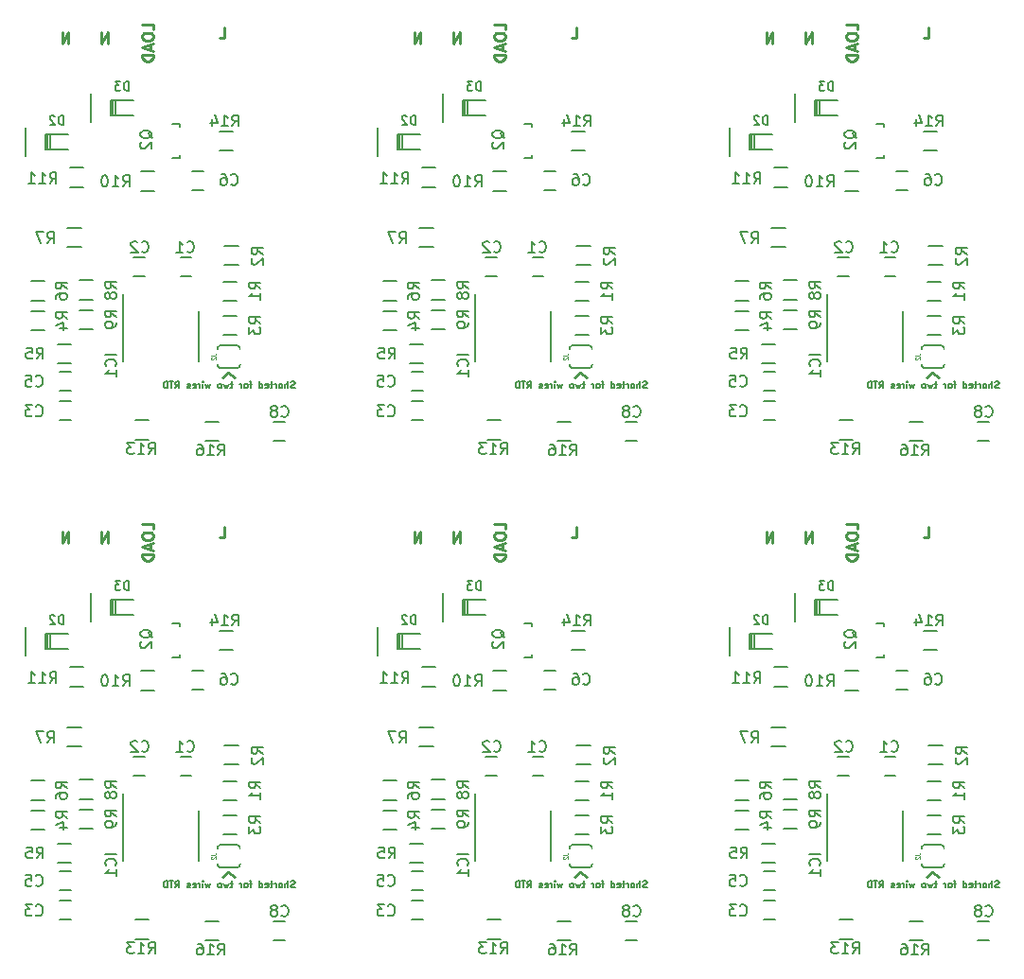
<source format=gbo>
G04 #@! TF.FileFunction,Legend,Bot*
%FSLAX46Y46*%
G04 Gerber Fmt 4.6, Leading zero omitted, Abs format (unit mm)*
G04 Created by KiCad (PCBNEW 4.0.1-2.201512121406+6195~38~ubuntu15.10.1-stable) date Monday, December 14, 2015 PM10:58:21 HKT*
%MOMM*%
G01*
G04 APERTURE LIST*
%ADD10C,0.100000*%
%ADD11C,0.150000*%
%ADD12C,0.250000*%
%ADD13C,0.203200*%
%ADD14C,0.032512*%
G04 APERTURE END LIST*
D10*
D11*
X91024928Y7694643D02*
X90939214Y7666071D01*
X90796357Y7666071D01*
X90739214Y7694643D01*
X90710643Y7723214D01*
X90682071Y7780357D01*
X90682071Y7837500D01*
X90710643Y7894643D01*
X90739214Y7923214D01*
X90796357Y7951786D01*
X90910643Y7980357D01*
X90967785Y8008929D01*
X90996357Y8037500D01*
X91024928Y8094643D01*
X91024928Y8151786D01*
X90996357Y8208929D01*
X90967785Y8237500D01*
X90910643Y8266071D01*
X90767785Y8266071D01*
X90682071Y8237500D01*
X90424928Y7666071D02*
X90424928Y8266071D01*
X90167785Y7666071D02*
X90167785Y7980357D01*
X90196356Y8037500D01*
X90253499Y8066071D01*
X90339214Y8066071D01*
X90396356Y8037500D01*
X90424928Y8008929D01*
X89796357Y7666071D02*
X89853499Y7694643D01*
X89882071Y7723214D01*
X89910642Y7780357D01*
X89910642Y7951786D01*
X89882071Y8008929D01*
X89853499Y8037500D01*
X89796357Y8066071D01*
X89710642Y8066071D01*
X89653499Y8037500D01*
X89624928Y8008929D01*
X89596357Y7951786D01*
X89596357Y7780357D01*
X89624928Y7723214D01*
X89653499Y7694643D01*
X89710642Y7666071D01*
X89796357Y7666071D01*
X89339214Y7666071D02*
X89339214Y8066071D01*
X89339214Y7951786D02*
X89310642Y8008929D01*
X89282071Y8037500D01*
X89224928Y8066071D01*
X89167785Y8066071D01*
X89053499Y8066071D02*
X88824928Y8066071D01*
X88967785Y8266071D02*
X88967785Y7751786D01*
X88939213Y7694643D01*
X88882071Y7666071D01*
X88824928Y7666071D01*
X88396356Y7694643D02*
X88453499Y7666071D01*
X88567785Y7666071D01*
X88624928Y7694643D01*
X88653499Y7751786D01*
X88653499Y7980357D01*
X88624928Y8037500D01*
X88567785Y8066071D01*
X88453499Y8066071D01*
X88396356Y8037500D01*
X88367785Y7980357D01*
X88367785Y7923214D01*
X88653499Y7866071D01*
X87853499Y7666071D02*
X87853499Y8266071D01*
X87853499Y7694643D02*
X87910642Y7666071D01*
X88024928Y7666071D01*
X88082070Y7694643D01*
X88110642Y7723214D01*
X88139213Y7780357D01*
X88139213Y7951786D01*
X88110642Y8008929D01*
X88082070Y8037500D01*
X88024928Y8066071D01*
X87910642Y8066071D01*
X87853499Y8037500D01*
X87196356Y8066071D02*
X86967785Y8066071D01*
X87110642Y7666071D02*
X87110642Y8180357D01*
X87082070Y8237500D01*
X87024928Y8266071D01*
X86967785Y8266071D01*
X86682071Y7666071D02*
X86739213Y7694643D01*
X86767785Y7723214D01*
X86796356Y7780357D01*
X86796356Y7951786D01*
X86767785Y8008929D01*
X86739213Y8037500D01*
X86682071Y8066071D01*
X86596356Y8066071D01*
X86539213Y8037500D01*
X86510642Y8008929D01*
X86482071Y7951786D01*
X86482071Y7780357D01*
X86510642Y7723214D01*
X86539213Y7694643D01*
X86596356Y7666071D01*
X86682071Y7666071D01*
X86224928Y7666071D02*
X86224928Y8066071D01*
X86224928Y7951786D02*
X86196356Y8008929D01*
X86167785Y8037500D01*
X86110642Y8066071D01*
X86053499Y8066071D01*
X85482070Y8066071D02*
X85253499Y8066071D01*
X85396356Y8266071D02*
X85396356Y7751786D01*
X85367784Y7694643D01*
X85310642Y7666071D01*
X85253499Y7666071D01*
X85110642Y8066071D02*
X84996356Y7666071D01*
X84882070Y7951786D01*
X84767785Y7666071D01*
X84653499Y8066071D01*
X84339214Y7666071D02*
X84396356Y7694643D01*
X84424928Y7723214D01*
X84453499Y7780357D01*
X84453499Y7951786D01*
X84424928Y8008929D01*
X84396356Y8037500D01*
X84339214Y8066071D01*
X84253499Y8066071D01*
X84196356Y8037500D01*
X84167785Y8008929D01*
X84139214Y7951786D01*
X84139214Y7780357D01*
X84167785Y7723214D01*
X84196356Y7694643D01*
X84253499Y7666071D01*
X84339214Y7666071D01*
X83482071Y8066071D02*
X83367785Y7666071D01*
X83253499Y7951786D01*
X83139214Y7666071D01*
X83024928Y8066071D01*
X82796357Y7666071D02*
X82796357Y8066071D01*
X82796357Y8266071D02*
X82824928Y8237500D01*
X82796357Y8208929D01*
X82767785Y8237500D01*
X82796357Y8266071D01*
X82796357Y8208929D01*
X82510643Y7666071D02*
X82510643Y8066071D01*
X82510643Y7951786D02*
X82482071Y8008929D01*
X82453500Y8037500D01*
X82396357Y8066071D01*
X82339214Y8066071D01*
X81910642Y7694643D02*
X81967785Y7666071D01*
X82082071Y7666071D01*
X82139214Y7694643D01*
X82167785Y7751786D01*
X82167785Y7980357D01*
X82139214Y8037500D01*
X82082071Y8066071D01*
X81967785Y8066071D01*
X81910642Y8037500D01*
X81882071Y7980357D01*
X81882071Y7923214D01*
X82167785Y7866071D01*
X81653499Y7694643D02*
X81596356Y7666071D01*
X81482071Y7666071D01*
X81424928Y7694643D01*
X81396356Y7751786D01*
X81396356Y7780357D01*
X81424928Y7837500D01*
X81482071Y7866071D01*
X81567785Y7866071D01*
X81624928Y7894643D01*
X81653499Y7951786D01*
X81653499Y7980357D01*
X81624928Y8037500D01*
X81567785Y8066071D01*
X81482071Y8066071D01*
X81424928Y8037500D01*
X80339214Y7666071D02*
X80539214Y7951786D01*
X80682071Y7666071D02*
X80682071Y8266071D01*
X80453499Y8266071D01*
X80396357Y8237500D01*
X80367785Y8208929D01*
X80339214Y8151786D01*
X80339214Y8066071D01*
X80367785Y8008929D01*
X80396357Y7980357D01*
X80453499Y7951786D01*
X80682071Y7951786D01*
X80167785Y8266071D02*
X79824928Y8266071D01*
X79996357Y7666071D02*
X79996357Y8266071D01*
X79624928Y7666071D02*
X79624928Y8266071D01*
X79482071Y8266071D01*
X79396356Y8237500D01*
X79339214Y8180357D01*
X79310642Y8123214D01*
X79282071Y8008929D01*
X79282071Y7923214D01*
X79310642Y7808929D01*
X79339214Y7751786D01*
X79396356Y7694643D01*
X79482071Y7666071D01*
X79624928Y7666071D01*
D12*
X85661429Y8596143D02*
X85090000Y9024714D01*
X84518572Y8596143D01*
X78366881Y39750857D02*
X78366881Y40227048D01*
X77366881Y40227048D01*
X77366881Y39227048D02*
X77366881Y39036571D01*
X77414500Y38941333D01*
X77509738Y38846095D01*
X77700214Y38798476D01*
X78033548Y38798476D01*
X78224024Y38846095D01*
X78319262Y38941333D01*
X78366881Y39036571D01*
X78366881Y39227048D01*
X78319262Y39322286D01*
X78224024Y39417524D01*
X78033548Y39465143D01*
X77700214Y39465143D01*
X77509738Y39417524D01*
X77414500Y39322286D01*
X77366881Y39227048D01*
X78081167Y38417524D02*
X78081167Y37941333D01*
X78366881Y38512762D02*
X77366881Y38179429D01*
X78366881Y37846095D01*
X78366881Y37512762D02*
X77366881Y37512762D01*
X77366881Y37274667D01*
X77414500Y37131809D01*
X77509738Y37036571D01*
X77604976Y36988952D01*
X77795452Y36941333D01*
X77938310Y36941333D01*
X78128786Y36988952D01*
X78224024Y37036571D01*
X78319262Y37131809D01*
X78366881Y37274667D01*
X78366881Y37512762D01*
X70770714Y38536619D02*
X70770714Y39536619D01*
X70199285Y38536619D01*
X70199285Y39536619D01*
X74263214Y38536619D02*
X74263214Y39536619D01*
X73691785Y38536619D01*
X73691785Y39536619D01*
X84272476Y38981119D02*
X84748667Y38981119D01*
X84748667Y39981119D01*
D11*
X91024928Y52398643D02*
X90939214Y52370071D01*
X90796357Y52370071D01*
X90739214Y52398643D01*
X90710643Y52427214D01*
X90682071Y52484357D01*
X90682071Y52541500D01*
X90710643Y52598643D01*
X90739214Y52627214D01*
X90796357Y52655786D01*
X90910643Y52684357D01*
X90967785Y52712929D01*
X90996357Y52741500D01*
X91024928Y52798643D01*
X91024928Y52855786D01*
X90996357Y52912929D01*
X90967785Y52941500D01*
X90910643Y52970071D01*
X90767785Y52970071D01*
X90682071Y52941500D01*
X90424928Y52370071D02*
X90424928Y52970071D01*
X90167785Y52370071D02*
X90167785Y52684357D01*
X90196356Y52741500D01*
X90253499Y52770071D01*
X90339214Y52770071D01*
X90396356Y52741500D01*
X90424928Y52712929D01*
X89796357Y52370071D02*
X89853499Y52398643D01*
X89882071Y52427214D01*
X89910642Y52484357D01*
X89910642Y52655786D01*
X89882071Y52712929D01*
X89853499Y52741500D01*
X89796357Y52770071D01*
X89710642Y52770071D01*
X89653499Y52741500D01*
X89624928Y52712929D01*
X89596357Y52655786D01*
X89596357Y52484357D01*
X89624928Y52427214D01*
X89653499Y52398643D01*
X89710642Y52370071D01*
X89796357Y52370071D01*
X89339214Y52370071D02*
X89339214Y52770071D01*
X89339214Y52655786D02*
X89310642Y52712929D01*
X89282071Y52741500D01*
X89224928Y52770071D01*
X89167785Y52770071D01*
X89053499Y52770071D02*
X88824928Y52770071D01*
X88967785Y52970071D02*
X88967785Y52455786D01*
X88939213Y52398643D01*
X88882071Y52370071D01*
X88824928Y52370071D01*
X88396356Y52398643D02*
X88453499Y52370071D01*
X88567785Y52370071D01*
X88624928Y52398643D01*
X88653499Y52455786D01*
X88653499Y52684357D01*
X88624928Y52741500D01*
X88567785Y52770071D01*
X88453499Y52770071D01*
X88396356Y52741500D01*
X88367785Y52684357D01*
X88367785Y52627214D01*
X88653499Y52570071D01*
X87853499Y52370071D02*
X87853499Y52970071D01*
X87853499Y52398643D02*
X87910642Y52370071D01*
X88024928Y52370071D01*
X88082070Y52398643D01*
X88110642Y52427214D01*
X88139213Y52484357D01*
X88139213Y52655786D01*
X88110642Y52712929D01*
X88082070Y52741500D01*
X88024928Y52770071D01*
X87910642Y52770071D01*
X87853499Y52741500D01*
X87196356Y52770071D02*
X86967785Y52770071D01*
X87110642Y52370071D02*
X87110642Y52884357D01*
X87082070Y52941500D01*
X87024928Y52970071D01*
X86967785Y52970071D01*
X86682071Y52370071D02*
X86739213Y52398643D01*
X86767785Y52427214D01*
X86796356Y52484357D01*
X86796356Y52655786D01*
X86767785Y52712929D01*
X86739213Y52741500D01*
X86682071Y52770071D01*
X86596356Y52770071D01*
X86539213Y52741500D01*
X86510642Y52712929D01*
X86482071Y52655786D01*
X86482071Y52484357D01*
X86510642Y52427214D01*
X86539213Y52398643D01*
X86596356Y52370071D01*
X86682071Y52370071D01*
X86224928Y52370071D02*
X86224928Y52770071D01*
X86224928Y52655786D02*
X86196356Y52712929D01*
X86167785Y52741500D01*
X86110642Y52770071D01*
X86053499Y52770071D01*
X85482070Y52770071D02*
X85253499Y52770071D01*
X85396356Y52970071D02*
X85396356Y52455786D01*
X85367784Y52398643D01*
X85310642Y52370071D01*
X85253499Y52370071D01*
X85110642Y52770071D02*
X84996356Y52370071D01*
X84882070Y52655786D01*
X84767785Y52370071D01*
X84653499Y52770071D01*
X84339214Y52370071D02*
X84396356Y52398643D01*
X84424928Y52427214D01*
X84453499Y52484357D01*
X84453499Y52655786D01*
X84424928Y52712929D01*
X84396356Y52741500D01*
X84339214Y52770071D01*
X84253499Y52770071D01*
X84196356Y52741500D01*
X84167785Y52712929D01*
X84139214Y52655786D01*
X84139214Y52484357D01*
X84167785Y52427214D01*
X84196356Y52398643D01*
X84253499Y52370071D01*
X84339214Y52370071D01*
X83482071Y52770071D02*
X83367785Y52370071D01*
X83253499Y52655786D01*
X83139214Y52370071D01*
X83024928Y52770071D01*
X82796357Y52370071D02*
X82796357Y52770071D01*
X82796357Y52970071D02*
X82824928Y52941500D01*
X82796357Y52912929D01*
X82767785Y52941500D01*
X82796357Y52970071D01*
X82796357Y52912929D01*
X82510643Y52370071D02*
X82510643Y52770071D01*
X82510643Y52655786D02*
X82482071Y52712929D01*
X82453500Y52741500D01*
X82396357Y52770071D01*
X82339214Y52770071D01*
X81910642Y52398643D02*
X81967785Y52370071D01*
X82082071Y52370071D01*
X82139214Y52398643D01*
X82167785Y52455786D01*
X82167785Y52684357D01*
X82139214Y52741500D01*
X82082071Y52770071D01*
X81967785Y52770071D01*
X81910642Y52741500D01*
X81882071Y52684357D01*
X81882071Y52627214D01*
X82167785Y52570071D01*
X81653499Y52398643D02*
X81596356Y52370071D01*
X81482071Y52370071D01*
X81424928Y52398643D01*
X81396356Y52455786D01*
X81396356Y52484357D01*
X81424928Y52541500D01*
X81482071Y52570071D01*
X81567785Y52570071D01*
X81624928Y52598643D01*
X81653499Y52655786D01*
X81653499Y52684357D01*
X81624928Y52741500D01*
X81567785Y52770071D01*
X81482071Y52770071D01*
X81424928Y52741500D01*
X80339214Y52370071D02*
X80539214Y52655786D01*
X80682071Y52370071D02*
X80682071Y52970071D01*
X80453499Y52970071D01*
X80396357Y52941500D01*
X80367785Y52912929D01*
X80339214Y52855786D01*
X80339214Y52770071D01*
X80367785Y52712929D01*
X80396357Y52684357D01*
X80453499Y52655786D01*
X80682071Y52655786D01*
X80167785Y52970071D02*
X79824928Y52970071D01*
X79996357Y52370071D02*
X79996357Y52970071D01*
X79624928Y52370071D02*
X79624928Y52970071D01*
X79482071Y52970071D01*
X79396356Y52941500D01*
X79339214Y52884357D01*
X79310642Y52827214D01*
X79282071Y52712929D01*
X79282071Y52627214D01*
X79310642Y52512929D01*
X79339214Y52455786D01*
X79396356Y52398643D01*
X79482071Y52370071D01*
X79624928Y52370071D01*
D12*
X85661429Y53300143D02*
X85090000Y53728714D01*
X84518572Y53300143D01*
X78366881Y84454857D02*
X78366881Y84931048D01*
X77366881Y84931048D01*
X77366881Y83931048D02*
X77366881Y83740571D01*
X77414500Y83645333D01*
X77509738Y83550095D01*
X77700214Y83502476D01*
X78033548Y83502476D01*
X78224024Y83550095D01*
X78319262Y83645333D01*
X78366881Y83740571D01*
X78366881Y83931048D01*
X78319262Y84026286D01*
X78224024Y84121524D01*
X78033548Y84169143D01*
X77700214Y84169143D01*
X77509738Y84121524D01*
X77414500Y84026286D01*
X77366881Y83931048D01*
X78081167Y83121524D02*
X78081167Y82645333D01*
X78366881Y83216762D02*
X77366881Y82883429D01*
X78366881Y82550095D01*
X78366881Y82216762D02*
X77366881Y82216762D01*
X77366881Y81978667D01*
X77414500Y81835809D01*
X77509738Y81740571D01*
X77604976Y81692952D01*
X77795452Y81645333D01*
X77938310Y81645333D01*
X78128786Y81692952D01*
X78224024Y81740571D01*
X78319262Y81835809D01*
X78366881Y81978667D01*
X78366881Y82216762D01*
X70770714Y83240619D02*
X70770714Y84240619D01*
X70199285Y83240619D01*
X70199285Y84240619D01*
X74263214Y83240619D02*
X74263214Y84240619D01*
X73691785Y83240619D01*
X73691785Y84240619D01*
X84272476Y83685119D02*
X84748667Y83685119D01*
X84748667Y84685119D01*
D11*
X59528928Y7694643D02*
X59443214Y7666071D01*
X59300357Y7666071D01*
X59243214Y7694643D01*
X59214643Y7723214D01*
X59186071Y7780357D01*
X59186071Y7837500D01*
X59214643Y7894643D01*
X59243214Y7923214D01*
X59300357Y7951786D01*
X59414643Y7980357D01*
X59471785Y8008929D01*
X59500357Y8037500D01*
X59528928Y8094643D01*
X59528928Y8151786D01*
X59500357Y8208929D01*
X59471785Y8237500D01*
X59414643Y8266071D01*
X59271785Y8266071D01*
X59186071Y8237500D01*
X58928928Y7666071D02*
X58928928Y8266071D01*
X58671785Y7666071D02*
X58671785Y7980357D01*
X58700356Y8037500D01*
X58757499Y8066071D01*
X58843214Y8066071D01*
X58900356Y8037500D01*
X58928928Y8008929D01*
X58300357Y7666071D02*
X58357499Y7694643D01*
X58386071Y7723214D01*
X58414642Y7780357D01*
X58414642Y7951786D01*
X58386071Y8008929D01*
X58357499Y8037500D01*
X58300357Y8066071D01*
X58214642Y8066071D01*
X58157499Y8037500D01*
X58128928Y8008929D01*
X58100357Y7951786D01*
X58100357Y7780357D01*
X58128928Y7723214D01*
X58157499Y7694643D01*
X58214642Y7666071D01*
X58300357Y7666071D01*
X57843214Y7666071D02*
X57843214Y8066071D01*
X57843214Y7951786D02*
X57814642Y8008929D01*
X57786071Y8037500D01*
X57728928Y8066071D01*
X57671785Y8066071D01*
X57557499Y8066071D02*
X57328928Y8066071D01*
X57471785Y8266071D02*
X57471785Y7751786D01*
X57443213Y7694643D01*
X57386071Y7666071D01*
X57328928Y7666071D01*
X56900356Y7694643D02*
X56957499Y7666071D01*
X57071785Y7666071D01*
X57128928Y7694643D01*
X57157499Y7751786D01*
X57157499Y7980357D01*
X57128928Y8037500D01*
X57071785Y8066071D01*
X56957499Y8066071D01*
X56900356Y8037500D01*
X56871785Y7980357D01*
X56871785Y7923214D01*
X57157499Y7866071D01*
X56357499Y7666071D02*
X56357499Y8266071D01*
X56357499Y7694643D02*
X56414642Y7666071D01*
X56528928Y7666071D01*
X56586070Y7694643D01*
X56614642Y7723214D01*
X56643213Y7780357D01*
X56643213Y7951786D01*
X56614642Y8008929D01*
X56586070Y8037500D01*
X56528928Y8066071D01*
X56414642Y8066071D01*
X56357499Y8037500D01*
X55700356Y8066071D02*
X55471785Y8066071D01*
X55614642Y7666071D02*
X55614642Y8180357D01*
X55586070Y8237500D01*
X55528928Y8266071D01*
X55471785Y8266071D01*
X55186071Y7666071D02*
X55243213Y7694643D01*
X55271785Y7723214D01*
X55300356Y7780357D01*
X55300356Y7951786D01*
X55271785Y8008929D01*
X55243213Y8037500D01*
X55186071Y8066071D01*
X55100356Y8066071D01*
X55043213Y8037500D01*
X55014642Y8008929D01*
X54986071Y7951786D01*
X54986071Y7780357D01*
X55014642Y7723214D01*
X55043213Y7694643D01*
X55100356Y7666071D01*
X55186071Y7666071D01*
X54728928Y7666071D02*
X54728928Y8066071D01*
X54728928Y7951786D02*
X54700356Y8008929D01*
X54671785Y8037500D01*
X54614642Y8066071D01*
X54557499Y8066071D01*
X53986070Y8066071D02*
X53757499Y8066071D01*
X53900356Y8266071D02*
X53900356Y7751786D01*
X53871784Y7694643D01*
X53814642Y7666071D01*
X53757499Y7666071D01*
X53614642Y8066071D02*
X53500356Y7666071D01*
X53386070Y7951786D01*
X53271785Y7666071D01*
X53157499Y8066071D01*
X52843214Y7666071D02*
X52900356Y7694643D01*
X52928928Y7723214D01*
X52957499Y7780357D01*
X52957499Y7951786D01*
X52928928Y8008929D01*
X52900356Y8037500D01*
X52843214Y8066071D01*
X52757499Y8066071D01*
X52700356Y8037500D01*
X52671785Y8008929D01*
X52643214Y7951786D01*
X52643214Y7780357D01*
X52671785Y7723214D01*
X52700356Y7694643D01*
X52757499Y7666071D01*
X52843214Y7666071D01*
X51986071Y8066071D02*
X51871785Y7666071D01*
X51757499Y7951786D01*
X51643214Y7666071D01*
X51528928Y8066071D01*
X51300357Y7666071D02*
X51300357Y8066071D01*
X51300357Y8266071D02*
X51328928Y8237500D01*
X51300357Y8208929D01*
X51271785Y8237500D01*
X51300357Y8266071D01*
X51300357Y8208929D01*
X51014643Y7666071D02*
X51014643Y8066071D01*
X51014643Y7951786D02*
X50986071Y8008929D01*
X50957500Y8037500D01*
X50900357Y8066071D01*
X50843214Y8066071D01*
X50414642Y7694643D02*
X50471785Y7666071D01*
X50586071Y7666071D01*
X50643214Y7694643D01*
X50671785Y7751786D01*
X50671785Y7980357D01*
X50643214Y8037500D01*
X50586071Y8066071D01*
X50471785Y8066071D01*
X50414642Y8037500D01*
X50386071Y7980357D01*
X50386071Y7923214D01*
X50671785Y7866071D01*
X50157499Y7694643D02*
X50100356Y7666071D01*
X49986071Y7666071D01*
X49928928Y7694643D01*
X49900356Y7751786D01*
X49900356Y7780357D01*
X49928928Y7837500D01*
X49986071Y7866071D01*
X50071785Y7866071D01*
X50128928Y7894643D01*
X50157499Y7951786D01*
X50157499Y7980357D01*
X50128928Y8037500D01*
X50071785Y8066071D01*
X49986071Y8066071D01*
X49928928Y8037500D01*
X48843214Y7666071D02*
X49043214Y7951786D01*
X49186071Y7666071D02*
X49186071Y8266071D01*
X48957499Y8266071D01*
X48900357Y8237500D01*
X48871785Y8208929D01*
X48843214Y8151786D01*
X48843214Y8066071D01*
X48871785Y8008929D01*
X48900357Y7980357D01*
X48957499Y7951786D01*
X49186071Y7951786D01*
X48671785Y8266071D02*
X48328928Y8266071D01*
X48500357Y7666071D02*
X48500357Y8266071D01*
X48128928Y7666071D02*
X48128928Y8266071D01*
X47986071Y8266071D01*
X47900356Y8237500D01*
X47843214Y8180357D01*
X47814642Y8123214D01*
X47786071Y8008929D01*
X47786071Y7923214D01*
X47814642Y7808929D01*
X47843214Y7751786D01*
X47900356Y7694643D01*
X47986071Y7666071D01*
X48128928Y7666071D01*
D12*
X54165429Y8596143D02*
X53594000Y9024714D01*
X53022572Y8596143D01*
X46870881Y39750857D02*
X46870881Y40227048D01*
X45870881Y40227048D01*
X45870881Y39227048D02*
X45870881Y39036571D01*
X45918500Y38941333D01*
X46013738Y38846095D01*
X46204214Y38798476D01*
X46537548Y38798476D01*
X46728024Y38846095D01*
X46823262Y38941333D01*
X46870881Y39036571D01*
X46870881Y39227048D01*
X46823262Y39322286D01*
X46728024Y39417524D01*
X46537548Y39465143D01*
X46204214Y39465143D01*
X46013738Y39417524D01*
X45918500Y39322286D01*
X45870881Y39227048D01*
X46585167Y38417524D02*
X46585167Y37941333D01*
X46870881Y38512762D02*
X45870881Y38179429D01*
X46870881Y37846095D01*
X46870881Y37512762D02*
X45870881Y37512762D01*
X45870881Y37274667D01*
X45918500Y37131809D01*
X46013738Y37036571D01*
X46108976Y36988952D01*
X46299452Y36941333D01*
X46442310Y36941333D01*
X46632786Y36988952D01*
X46728024Y37036571D01*
X46823262Y37131809D01*
X46870881Y37274667D01*
X46870881Y37512762D01*
X39274714Y38536619D02*
X39274714Y39536619D01*
X38703285Y38536619D01*
X38703285Y39536619D01*
X42767214Y38536619D02*
X42767214Y39536619D01*
X42195785Y38536619D01*
X42195785Y39536619D01*
X52776476Y38981119D02*
X53252667Y38981119D01*
X53252667Y39981119D01*
D11*
X59528928Y52398643D02*
X59443214Y52370071D01*
X59300357Y52370071D01*
X59243214Y52398643D01*
X59214643Y52427214D01*
X59186071Y52484357D01*
X59186071Y52541500D01*
X59214643Y52598643D01*
X59243214Y52627214D01*
X59300357Y52655786D01*
X59414643Y52684357D01*
X59471785Y52712929D01*
X59500357Y52741500D01*
X59528928Y52798643D01*
X59528928Y52855786D01*
X59500357Y52912929D01*
X59471785Y52941500D01*
X59414643Y52970071D01*
X59271785Y52970071D01*
X59186071Y52941500D01*
X58928928Y52370071D02*
X58928928Y52970071D01*
X58671785Y52370071D02*
X58671785Y52684357D01*
X58700356Y52741500D01*
X58757499Y52770071D01*
X58843214Y52770071D01*
X58900356Y52741500D01*
X58928928Y52712929D01*
X58300357Y52370071D02*
X58357499Y52398643D01*
X58386071Y52427214D01*
X58414642Y52484357D01*
X58414642Y52655786D01*
X58386071Y52712929D01*
X58357499Y52741500D01*
X58300357Y52770071D01*
X58214642Y52770071D01*
X58157499Y52741500D01*
X58128928Y52712929D01*
X58100357Y52655786D01*
X58100357Y52484357D01*
X58128928Y52427214D01*
X58157499Y52398643D01*
X58214642Y52370071D01*
X58300357Y52370071D01*
X57843214Y52370071D02*
X57843214Y52770071D01*
X57843214Y52655786D02*
X57814642Y52712929D01*
X57786071Y52741500D01*
X57728928Y52770071D01*
X57671785Y52770071D01*
X57557499Y52770071D02*
X57328928Y52770071D01*
X57471785Y52970071D02*
X57471785Y52455786D01*
X57443213Y52398643D01*
X57386071Y52370071D01*
X57328928Y52370071D01*
X56900356Y52398643D02*
X56957499Y52370071D01*
X57071785Y52370071D01*
X57128928Y52398643D01*
X57157499Y52455786D01*
X57157499Y52684357D01*
X57128928Y52741500D01*
X57071785Y52770071D01*
X56957499Y52770071D01*
X56900356Y52741500D01*
X56871785Y52684357D01*
X56871785Y52627214D01*
X57157499Y52570071D01*
X56357499Y52370071D02*
X56357499Y52970071D01*
X56357499Y52398643D02*
X56414642Y52370071D01*
X56528928Y52370071D01*
X56586070Y52398643D01*
X56614642Y52427214D01*
X56643213Y52484357D01*
X56643213Y52655786D01*
X56614642Y52712929D01*
X56586070Y52741500D01*
X56528928Y52770071D01*
X56414642Y52770071D01*
X56357499Y52741500D01*
X55700356Y52770071D02*
X55471785Y52770071D01*
X55614642Y52370071D02*
X55614642Y52884357D01*
X55586070Y52941500D01*
X55528928Y52970071D01*
X55471785Y52970071D01*
X55186071Y52370071D02*
X55243213Y52398643D01*
X55271785Y52427214D01*
X55300356Y52484357D01*
X55300356Y52655786D01*
X55271785Y52712929D01*
X55243213Y52741500D01*
X55186071Y52770071D01*
X55100356Y52770071D01*
X55043213Y52741500D01*
X55014642Y52712929D01*
X54986071Y52655786D01*
X54986071Y52484357D01*
X55014642Y52427214D01*
X55043213Y52398643D01*
X55100356Y52370071D01*
X55186071Y52370071D01*
X54728928Y52370071D02*
X54728928Y52770071D01*
X54728928Y52655786D02*
X54700356Y52712929D01*
X54671785Y52741500D01*
X54614642Y52770071D01*
X54557499Y52770071D01*
X53986070Y52770071D02*
X53757499Y52770071D01*
X53900356Y52970071D02*
X53900356Y52455786D01*
X53871784Y52398643D01*
X53814642Y52370071D01*
X53757499Y52370071D01*
X53614642Y52770071D02*
X53500356Y52370071D01*
X53386070Y52655786D01*
X53271785Y52370071D01*
X53157499Y52770071D01*
X52843214Y52370071D02*
X52900356Y52398643D01*
X52928928Y52427214D01*
X52957499Y52484357D01*
X52957499Y52655786D01*
X52928928Y52712929D01*
X52900356Y52741500D01*
X52843214Y52770071D01*
X52757499Y52770071D01*
X52700356Y52741500D01*
X52671785Y52712929D01*
X52643214Y52655786D01*
X52643214Y52484357D01*
X52671785Y52427214D01*
X52700356Y52398643D01*
X52757499Y52370071D01*
X52843214Y52370071D01*
X51986071Y52770071D02*
X51871785Y52370071D01*
X51757499Y52655786D01*
X51643214Y52370071D01*
X51528928Y52770071D01*
X51300357Y52370071D02*
X51300357Y52770071D01*
X51300357Y52970071D02*
X51328928Y52941500D01*
X51300357Y52912929D01*
X51271785Y52941500D01*
X51300357Y52970071D01*
X51300357Y52912929D01*
X51014643Y52370071D02*
X51014643Y52770071D01*
X51014643Y52655786D02*
X50986071Y52712929D01*
X50957500Y52741500D01*
X50900357Y52770071D01*
X50843214Y52770071D01*
X50414642Y52398643D02*
X50471785Y52370071D01*
X50586071Y52370071D01*
X50643214Y52398643D01*
X50671785Y52455786D01*
X50671785Y52684357D01*
X50643214Y52741500D01*
X50586071Y52770071D01*
X50471785Y52770071D01*
X50414642Y52741500D01*
X50386071Y52684357D01*
X50386071Y52627214D01*
X50671785Y52570071D01*
X50157499Y52398643D02*
X50100356Y52370071D01*
X49986071Y52370071D01*
X49928928Y52398643D01*
X49900356Y52455786D01*
X49900356Y52484357D01*
X49928928Y52541500D01*
X49986071Y52570071D01*
X50071785Y52570071D01*
X50128928Y52598643D01*
X50157499Y52655786D01*
X50157499Y52684357D01*
X50128928Y52741500D01*
X50071785Y52770071D01*
X49986071Y52770071D01*
X49928928Y52741500D01*
X48843214Y52370071D02*
X49043214Y52655786D01*
X49186071Y52370071D02*
X49186071Y52970071D01*
X48957499Y52970071D01*
X48900357Y52941500D01*
X48871785Y52912929D01*
X48843214Y52855786D01*
X48843214Y52770071D01*
X48871785Y52712929D01*
X48900357Y52684357D01*
X48957499Y52655786D01*
X49186071Y52655786D01*
X48671785Y52970071D02*
X48328928Y52970071D01*
X48500357Y52370071D02*
X48500357Y52970071D01*
X48128928Y52370071D02*
X48128928Y52970071D01*
X47986071Y52970071D01*
X47900356Y52941500D01*
X47843214Y52884357D01*
X47814642Y52827214D01*
X47786071Y52712929D01*
X47786071Y52627214D01*
X47814642Y52512929D01*
X47843214Y52455786D01*
X47900356Y52398643D01*
X47986071Y52370071D01*
X48128928Y52370071D01*
D12*
X54165429Y53300143D02*
X53594000Y53728714D01*
X53022572Y53300143D01*
X46870881Y84454857D02*
X46870881Y84931048D01*
X45870881Y84931048D01*
X45870881Y83931048D02*
X45870881Y83740571D01*
X45918500Y83645333D01*
X46013738Y83550095D01*
X46204214Y83502476D01*
X46537548Y83502476D01*
X46728024Y83550095D01*
X46823262Y83645333D01*
X46870881Y83740571D01*
X46870881Y83931048D01*
X46823262Y84026286D01*
X46728024Y84121524D01*
X46537548Y84169143D01*
X46204214Y84169143D01*
X46013738Y84121524D01*
X45918500Y84026286D01*
X45870881Y83931048D01*
X46585167Y83121524D02*
X46585167Y82645333D01*
X46870881Y83216762D02*
X45870881Y82883429D01*
X46870881Y82550095D01*
X46870881Y82216762D02*
X45870881Y82216762D01*
X45870881Y81978667D01*
X45918500Y81835809D01*
X46013738Y81740571D01*
X46108976Y81692952D01*
X46299452Y81645333D01*
X46442310Y81645333D01*
X46632786Y81692952D01*
X46728024Y81740571D01*
X46823262Y81835809D01*
X46870881Y81978667D01*
X46870881Y82216762D01*
X39274714Y83240619D02*
X39274714Y84240619D01*
X38703285Y83240619D01*
X38703285Y84240619D01*
X42767214Y83240619D02*
X42767214Y84240619D01*
X42195785Y83240619D01*
X42195785Y84240619D01*
X52776476Y83685119D02*
X53252667Y83685119D01*
X53252667Y84685119D01*
D11*
X28032928Y7694643D02*
X27947214Y7666071D01*
X27804357Y7666071D01*
X27747214Y7694643D01*
X27718643Y7723214D01*
X27690071Y7780357D01*
X27690071Y7837500D01*
X27718643Y7894643D01*
X27747214Y7923214D01*
X27804357Y7951786D01*
X27918643Y7980357D01*
X27975785Y8008929D01*
X28004357Y8037500D01*
X28032928Y8094643D01*
X28032928Y8151786D01*
X28004357Y8208929D01*
X27975785Y8237500D01*
X27918643Y8266071D01*
X27775785Y8266071D01*
X27690071Y8237500D01*
X27432928Y7666071D02*
X27432928Y8266071D01*
X27175785Y7666071D02*
X27175785Y7980357D01*
X27204356Y8037500D01*
X27261499Y8066071D01*
X27347214Y8066071D01*
X27404356Y8037500D01*
X27432928Y8008929D01*
X26804357Y7666071D02*
X26861499Y7694643D01*
X26890071Y7723214D01*
X26918642Y7780357D01*
X26918642Y7951786D01*
X26890071Y8008929D01*
X26861499Y8037500D01*
X26804357Y8066071D01*
X26718642Y8066071D01*
X26661499Y8037500D01*
X26632928Y8008929D01*
X26604357Y7951786D01*
X26604357Y7780357D01*
X26632928Y7723214D01*
X26661499Y7694643D01*
X26718642Y7666071D01*
X26804357Y7666071D01*
X26347214Y7666071D02*
X26347214Y8066071D01*
X26347214Y7951786D02*
X26318642Y8008929D01*
X26290071Y8037500D01*
X26232928Y8066071D01*
X26175785Y8066071D01*
X26061499Y8066071D02*
X25832928Y8066071D01*
X25975785Y8266071D02*
X25975785Y7751786D01*
X25947213Y7694643D01*
X25890071Y7666071D01*
X25832928Y7666071D01*
X25404356Y7694643D02*
X25461499Y7666071D01*
X25575785Y7666071D01*
X25632928Y7694643D01*
X25661499Y7751786D01*
X25661499Y7980357D01*
X25632928Y8037500D01*
X25575785Y8066071D01*
X25461499Y8066071D01*
X25404356Y8037500D01*
X25375785Y7980357D01*
X25375785Y7923214D01*
X25661499Y7866071D01*
X24861499Y7666071D02*
X24861499Y8266071D01*
X24861499Y7694643D02*
X24918642Y7666071D01*
X25032928Y7666071D01*
X25090070Y7694643D01*
X25118642Y7723214D01*
X25147213Y7780357D01*
X25147213Y7951786D01*
X25118642Y8008929D01*
X25090070Y8037500D01*
X25032928Y8066071D01*
X24918642Y8066071D01*
X24861499Y8037500D01*
X24204356Y8066071D02*
X23975785Y8066071D01*
X24118642Y7666071D02*
X24118642Y8180357D01*
X24090070Y8237500D01*
X24032928Y8266071D01*
X23975785Y8266071D01*
X23690071Y7666071D02*
X23747213Y7694643D01*
X23775785Y7723214D01*
X23804356Y7780357D01*
X23804356Y7951786D01*
X23775785Y8008929D01*
X23747213Y8037500D01*
X23690071Y8066071D01*
X23604356Y8066071D01*
X23547213Y8037500D01*
X23518642Y8008929D01*
X23490071Y7951786D01*
X23490071Y7780357D01*
X23518642Y7723214D01*
X23547213Y7694643D01*
X23604356Y7666071D01*
X23690071Y7666071D01*
X23232928Y7666071D02*
X23232928Y8066071D01*
X23232928Y7951786D02*
X23204356Y8008929D01*
X23175785Y8037500D01*
X23118642Y8066071D01*
X23061499Y8066071D01*
X22490070Y8066071D02*
X22261499Y8066071D01*
X22404356Y8266071D02*
X22404356Y7751786D01*
X22375784Y7694643D01*
X22318642Y7666071D01*
X22261499Y7666071D01*
X22118642Y8066071D02*
X22004356Y7666071D01*
X21890070Y7951786D01*
X21775785Y7666071D01*
X21661499Y8066071D01*
X21347214Y7666071D02*
X21404356Y7694643D01*
X21432928Y7723214D01*
X21461499Y7780357D01*
X21461499Y7951786D01*
X21432928Y8008929D01*
X21404356Y8037500D01*
X21347214Y8066071D01*
X21261499Y8066071D01*
X21204356Y8037500D01*
X21175785Y8008929D01*
X21147214Y7951786D01*
X21147214Y7780357D01*
X21175785Y7723214D01*
X21204356Y7694643D01*
X21261499Y7666071D01*
X21347214Y7666071D01*
X20490071Y8066071D02*
X20375785Y7666071D01*
X20261499Y7951786D01*
X20147214Y7666071D01*
X20032928Y8066071D01*
X19804357Y7666071D02*
X19804357Y8066071D01*
X19804357Y8266071D02*
X19832928Y8237500D01*
X19804357Y8208929D01*
X19775785Y8237500D01*
X19804357Y8266071D01*
X19804357Y8208929D01*
X19518643Y7666071D02*
X19518643Y8066071D01*
X19518643Y7951786D02*
X19490071Y8008929D01*
X19461500Y8037500D01*
X19404357Y8066071D01*
X19347214Y8066071D01*
X18918642Y7694643D02*
X18975785Y7666071D01*
X19090071Y7666071D01*
X19147214Y7694643D01*
X19175785Y7751786D01*
X19175785Y7980357D01*
X19147214Y8037500D01*
X19090071Y8066071D01*
X18975785Y8066071D01*
X18918642Y8037500D01*
X18890071Y7980357D01*
X18890071Y7923214D01*
X19175785Y7866071D01*
X18661499Y7694643D02*
X18604356Y7666071D01*
X18490071Y7666071D01*
X18432928Y7694643D01*
X18404356Y7751786D01*
X18404356Y7780357D01*
X18432928Y7837500D01*
X18490071Y7866071D01*
X18575785Y7866071D01*
X18632928Y7894643D01*
X18661499Y7951786D01*
X18661499Y7980357D01*
X18632928Y8037500D01*
X18575785Y8066071D01*
X18490071Y8066071D01*
X18432928Y8037500D01*
X17347214Y7666071D02*
X17547214Y7951786D01*
X17690071Y7666071D02*
X17690071Y8266071D01*
X17461499Y8266071D01*
X17404357Y8237500D01*
X17375785Y8208929D01*
X17347214Y8151786D01*
X17347214Y8066071D01*
X17375785Y8008929D01*
X17404357Y7980357D01*
X17461499Y7951786D01*
X17690071Y7951786D01*
X17175785Y8266071D02*
X16832928Y8266071D01*
X17004357Y7666071D02*
X17004357Y8266071D01*
X16632928Y7666071D02*
X16632928Y8266071D01*
X16490071Y8266071D01*
X16404356Y8237500D01*
X16347214Y8180357D01*
X16318642Y8123214D01*
X16290071Y8008929D01*
X16290071Y7923214D01*
X16318642Y7808929D01*
X16347214Y7751786D01*
X16404356Y7694643D01*
X16490071Y7666071D01*
X16632928Y7666071D01*
D12*
X22669429Y8596143D02*
X22098000Y9024714D01*
X21526572Y8596143D01*
X15374881Y39750857D02*
X15374881Y40227048D01*
X14374881Y40227048D01*
X14374881Y39227048D02*
X14374881Y39036571D01*
X14422500Y38941333D01*
X14517738Y38846095D01*
X14708214Y38798476D01*
X15041548Y38798476D01*
X15232024Y38846095D01*
X15327262Y38941333D01*
X15374881Y39036571D01*
X15374881Y39227048D01*
X15327262Y39322286D01*
X15232024Y39417524D01*
X15041548Y39465143D01*
X14708214Y39465143D01*
X14517738Y39417524D01*
X14422500Y39322286D01*
X14374881Y39227048D01*
X15089167Y38417524D02*
X15089167Y37941333D01*
X15374881Y38512762D02*
X14374881Y38179429D01*
X15374881Y37846095D01*
X15374881Y37512762D02*
X14374881Y37512762D01*
X14374881Y37274667D01*
X14422500Y37131809D01*
X14517738Y37036571D01*
X14612976Y36988952D01*
X14803452Y36941333D01*
X14946310Y36941333D01*
X15136786Y36988952D01*
X15232024Y37036571D01*
X15327262Y37131809D01*
X15374881Y37274667D01*
X15374881Y37512762D01*
X7778714Y38536619D02*
X7778714Y39536619D01*
X7207285Y38536619D01*
X7207285Y39536619D01*
X11271214Y38536619D02*
X11271214Y39536619D01*
X10699785Y38536619D01*
X10699785Y39536619D01*
X21280476Y38981119D02*
X21756667Y38981119D01*
X21756667Y39981119D01*
X21280476Y83685119D02*
X21756667Y83685119D01*
X21756667Y84685119D01*
X11271214Y83240619D02*
X11271214Y84240619D01*
X10699785Y83240619D01*
X10699785Y84240619D01*
X7778714Y83240619D02*
X7778714Y84240619D01*
X7207285Y83240619D01*
X7207285Y84240619D01*
X15374881Y84454857D02*
X15374881Y84931048D01*
X14374881Y84931048D01*
X14374881Y83931048D02*
X14374881Y83740571D01*
X14422500Y83645333D01*
X14517738Y83550095D01*
X14708214Y83502476D01*
X15041548Y83502476D01*
X15232024Y83550095D01*
X15327262Y83645333D01*
X15374881Y83740571D01*
X15374881Y83931048D01*
X15327262Y84026286D01*
X15232024Y84121524D01*
X15041548Y84169143D01*
X14708214Y84169143D01*
X14517738Y84121524D01*
X14422500Y84026286D01*
X14374881Y83931048D01*
X15089167Y83121524D02*
X15089167Y82645333D01*
X15374881Y83216762D02*
X14374881Y82883429D01*
X15374881Y82550095D01*
X15374881Y82216762D02*
X14374881Y82216762D01*
X14374881Y81978667D01*
X14422500Y81835809D01*
X14517738Y81740571D01*
X14612976Y81692952D01*
X14803452Y81645333D01*
X14946310Y81645333D01*
X15136786Y81692952D01*
X15232024Y81740571D01*
X15327262Y81835809D01*
X15374881Y81978667D01*
X15374881Y82216762D01*
X22669429Y53300143D02*
X22098000Y53728714D01*
X21526572Y53300143D01*
D11*
X28032928Y52398643D02*
X27947214Y52370071D01*
X27804357Y52370071D01*
X27747214Y52398643D01*
X27718643Y52427214D01*
X27690071Y52484357D01*
X27690071Y52541500D01*
X27718643Y52598643D01*
X27747214Y52627214D01*
X27804357Y52655786D01*
X27918643Y52684357D01*
X27975785Y52712929D01*
X28004357Y52741500D01*
X28032928Y52798643D01*
X28032928Y52855786D01*
X28004357Y52912929D01*
X27975785Y52941500D01*
X27918643Y52970071D01*
X27775785Y52970071D01*
X27690071Y52941500D01*
X27432928Y52370071D02*
X27432928Y52970071D01*
X27175785Y52370071D02*
X27175785Y52684357D01*
X27204356Y52741500D01*
X27261499Y52770071D01*
X27347214Y52770071D01*
X27404356Y52741500D01*
X27432928Y52712929D01*
X26804357Y52370071D02*
X26861499Y52398643D01*
X26890071Y52427214D01*
X26918642Y52484357D01*
X26918642Y52655786D01*
X26890071Y52712929D01*
X26861499Y52741500D01*
X26804357Y52770071D01*
X26718642Y52770071D01*
X26661499Y52741500D01*
X26632928Y52712929D01*
X26604357Y52655786D01*
X26604357Y52484357D01*
X26632928Y52427214D01*
X26661499Y52398643D01*
X26718642Y52370071D01*
X26804357Y52370071D01*
X26347214Y52370071D02*
X26347214Y52770071D01*
X26347214Y52655786D02*
X26318642Y52712929D01*
X26290071Y52741500D01*
X26232928Y52770071D01*
X26175785Y52770071D01*
X26061499Y52770071D02*
X25832928Y52770071D01*
X25975785Y52970071D02*
X25975785Y52455786D01*
X25947213Y52398643D01*
X25890071Y52370071D01*
X25832928Y52370071D01*
X25404356Y52398643D02*
X25461499Y52370071D01*
X25575785Y52370071D01*
X25632928Y52398643D01*
X25661499Y52455786D01*
X25661499Y52684357D01*
X25632928Y52741500D01*
X25575785Y52770071D01*
X25461499Y52770071D01*
X25404356Y52741500D01*
X25375785Y52684357D01*
X25375785Y52627214D01*
X25661499Y52570071D01*
X24861499Y52370071D02*
X24861499Y52970071D01*
X24861499Y52398643D02*
X24918642Y52370071D01*
X25032928Y52370071D01*
X25090070Y52398643D01*
X25118642Y52427214D01*
X25147213Y52484357D01*
X25147213Y52655786D01*
X25118642Y52712929D01*
X25090070Y52741500D01*
X25032928Y52770071D01*
X24918642Y52770071D01*
X24861499Y52741500D01*
X24204356Y52770071D02*
X23975785Y52770071D01*
X24118642Y52370071D02*
X24118642Y52884357D01*
X24090070Y52941500D01*
X24032928Y52970071D01*
X23975785Y52970071D01*
X23690071Y52370071D02*
X23747213Y52398643D01*
X23775785Y52427214D01*
X23804356Y52484357D01*
X23804356Y52655786D01*
X23775785Y52712929D01*
X23747213Y52741500D01*
X23690071Y52770071D01*
X23604356Y52770071D01*
X23547213Y52741500D01*
X23518642Y52712929D01*
X23490071Y52655786D01*
X23490071Y52484357D01*
X23518642Y52427214D01*
X23547213Y52398643D01*
X23604356Y52370071D01*
X23690071Y52370071D01*
X23232928Y52370071D02*
X23232928Y52770071D01*
X23232928Y52655786D02*
X23204356Y52712929D01*
X23175785Y52741500D01*
X23118642Y52770071D01*
X23061499Y52770071D01*
X22490070Y52770071D02*
X22261499Y52770071D01*
X22404356Y52970071D02*
X22404356Y52455786D01*
X22375784Y52398643D01*
X22318642Y52370071D01*
X22261499Y52370071D01*
X22118642Y52770071D02*
X22004356Y52370071D01*
X21890070Y52655786D01*
X21775785Y52370071D01*
X21661499Y52770071D01*
X21347214Y52370071D02*
X21404356Y52398643D01*
X21432928Y52427214D01*
X21461499Y52484357D01*
X21461499Y52655786D01*
X21432928Y52712929D01*
X21404356Y52741500D01*
X21347214Y52770071D01*
X21261499Y52770071D01*
X21204356Y52741500D01*
X21175785Y52712929D01*
X21147214Y52655786D01*
X21147214Y52484357D01*
X21175785Y52427214D01*
X21204356Y52398643D01*
X21261499Y52370071D01*
X21347214Y52370071D01*
X20490071Y52770071D02*
X20375785Y52370071D01*
X20261499Y52655786D01*
X20147214Y52370071D01*
X20032928Y52770071D01*
X19804357Y52370071D02*
X19804357Y52770071D01*
X19804357Y52970071D02*
X19832928Y52941500D01*
X19804357Y52912929D01*
X19775785Y52941500D01*
X19804357Y52970071D01*
X19804357Y52912929D01*
X19518643Y52370071D02*
X19518643Y52770071D01*
X19518643Y52655786D02*
X19490071Y52712929D01*
X19461500Y52741500D01*
X19404357Y52770071D01*
X19347214Y52770071D01*
X18918642Y52398643D02*
X18975785Y52370071D01*
X19090071Y52370071D01*
X19147214Y52398643D01*
X19175785Y52455786D01*
X19175785Y52684357D01*
X19147214Y52741500D01*
X19090071Y52770071D01*
X18975785Y52770071D01*
X18918642Y52741500D01*
X18890071Y52684357D01*
X18890071Y52627214D01*
X19175785Y52570071D01*
X18661499Y52398643D02*
X18604356Y52370071D01*
X18490071Y52370071D01*
X18432928Y52398643D01*
X18404356Y52455786D01*
X18404356Y52484357D01*
X18432928Y52541500D01*
X18490071Y52570071D01*
X18575785Y52570071D01*
X18632928Y52598643D01*
X18661499Y52655786D01*
X18661499Y52684357D01*
X18632928Y52741500D01*
X18575785Y52770071D01*
X18490071Y52770071D01*
X18432928Y52741500D01*
X17347214Y52370071D02*
X17547214Y52655786D01*
X17690071Y52370071D02*
X17690071Y52970071D01*
X17461499Y52970071D01*
X17404357Y52941500D01*
X17375785Y52912929D01*
X17347214Y52855786D01*
X17347214Y52770071D01*
X17375785Y52712929D01*
X17404357Y52684357D01*
X17461499Y52655786D01*
X17690071Y52655786D01*
X17175785Y52970071D02*
X16832928Y52970071D01*
X17004357Y52370071D02*
X17004357Y52970071D01*
X16632928Y52370071D02*
X16632928Y52970071D01*
X16490071Y52970071D01*
X16404356Y52941500D01*
X16347214Y52884357D01*
X16318642Y52827214D01*
X16290071Y52712929D01*
X16290071Y52627214D01*
X16318642Y52512929D01*
X16347214Y52455786D01*
X16404356Y52398643D01*
X16490071Y52370071D01*
X16632928Y52370071D01*
X84217000Y4660000D02*
X83017000Y4660000D01*
X83017000Y2910000D02*
X84217000Y2910000D01*
X85512000Y30669200D02*
X84312000Y30669200D01*
X84312000Y28919200D02*
X85512000Y28919200D01*
X76768000Y3062000D02*
X77968000Y3062000D01*
X77968000Y4812000D02*
X76768000Y4812000D01*
X72126000Y27392600D02*
X70926000Y27392600D01*
X70926000Y25642600D02*
X72126000Y25642600D01*
X77276000Y25337800D02*
X78476000Y25337800D01*
X78476000Y27087800D02*
X77276000Y27087800D01*
X72926000Y14654500D02*
X71726000Y14654500D01*
X71726000Y12904500D02*
X72926000Y12904500D01*
X71726000Y15571500D02*
X72926000Y15571500D01*
X72926000Y17321500D02*
X71726000Y17321500D01*
X71898000Y22033200D02*
X70698000Y22033200D01*
X70698000Y20283200D02*
X71898000Y20283200D01*
X67408000Y15508000D02*
X68608000Y15508000D01*
X68608000Y17258000D02*
X67408000Y17258000D01*
X69783000Y9869200D02*
X70983000Y9869200D01*
X70983000Y11619200D02*
X69783000Y11619200D01*
X67408000Y12841000D02*
X68608000Y12841000D01*
X68608000Y14591000D02*
X67408000Y14591000D01*
X85792000Y14159200D02*
X84592000Y14159200D01*
X84592000Y12409200D02*
X85792000Y12409200D01*
X85944000Y20407600D02*
X84744000Y20407600D01*
X84744000Y18657600D02*
X85944000Y18657600D01*
X85792000Y17207200D02*
X84592000Y17207200D01*
X84592000Y15457200D02*
X85792000Y15457200D01*
X80736240Y31093360D02*
X80736240Y31045100D01*
X80035200Y28294380D02*
X80736240Y28294380D01*
X80736240Y28294380D02*
X80736240Y28543300D01*
X80736240Y31093360D02*
X80736240Y31294020D01*
X80736240Y31294020D02*
X80035200Y31294020D01*
D13*
X85915000Y11464800D02*
X84315000Y11464800D01*
X86115000Y9764800D02*
G75*
G02X85915000Y9464800I-250000J-50000D01*
G01*
X84315000Y9464800D02*
G75*
G02X84115000Y9764800I50000J250000D01*
G01*
X84315000Y11464800D02*
G75*
G03X84115000Y11164800I50000J-250000D01*
G01*
X86115000Y11164800D02*
G75*
G03X85915000Y11464800I-250000J50000D01*
G01*
X84315000Y9464800D02*
X85915000Y9464800D01*
D11*
X82420000Y14518600D02*
X82420000Y10068600D01*
X75670000Y16043600D02*
X75670000Y10068600D01*
X72815000Y34016000D02*
X72815000Y31516000D01*
X74565000Y33416000D02*
X74565000Y32116000D01*
X74965000Y32116000D02*
X74965000Y33416000D01*
X74765000Y33416000D02*
X74765000Y32116000D01*
X76565000Y33416000D02*
X74565000Y33416000D01*
X74565000Y32116000D02*
X76565000Y32116000D01*
X66973000Y30968000D02*
X66973000Y28468000D01*
X68723000Y30368000D02*
X68723000Y29068000D01*
X69123000Y29068000D02*
X69123000Y30368000D01*
X68923000Y30368000D02*
X68923000Y29068000D01*
X70723000Y30368000D02*
X68723000Y30368000D01*
X68723000Y29068000D02*
X70723000Y29068000D01*
X90111000Y2935000D02*
X89111000Y2935000D01*
X89111000Y4635000D02*
X90111000Y4635000D01*
X82821000Y25413600D02*
X81821000Y25413600D01*
X81821000Y27113600D02*
X82821000Y27113600D01*
X69985000Y6539600D02*
X70985000Y6539600D01*
X70985000Y4839600D02*
X69985000Y4839600D01*
X71010000Y7405000D02*
X70010000Y7405000D01*
X70010000Y9105000D02*
X71010000Y9105000D01*
X76589000Y19392000D02*
X77589000Y19392000D01*
X77589000Y17692000D02*
X76589000Y17692000D01*
X80780000Y19392000D02*
X81780000Y19392000D01*
X81780000Y17692000D02*
X80780000Y17692000D01*
X84217000Y49364000D02*
X83017000Y49364000D01*
X83017000Y47614000D02*
X84217000Y47614000D01*
X85512000Y75373200D02*
X84312000Y75373200D01*
X84312000Y73623200D02*
X85512000Y73623200D01*
X76768000Y47766000D02*
X77968000Y47766000D01*
X77968000Y49516000D02*
X76768000Y49516000D01*
X72126000Y72096600D02*
X70926000Y72096600D01*
X70926000Y70346600D02*
X72126000Y70346600D01*
X77276000Y70041800D02*
X78476000Y70041800D01*
X78476000Y71791800D02*
X77276000Y71791800D01*
X72926000Y59358500D02*
X71726000Y59358500D01*
X71726000Y57608500D02*
X72926000Y57608500D01*
X71726000Y60275500D02*
X72926000Y60275500D01*
X72926000Y62025500D02*
X71726000Y62025500D01*
X71898000Y66737200D02*
X70698000Y66737200D01*
X70698000Y64987200D02*
X71898000Y64987200D01*
X67408000Y60212000D02*
X68608000Y60212000D01*
X68608000Y61962000D02*
X67408000Y61962000D01*
X69783000Y54573200D02*
X70983000Y54573200D01*
X70983000Y56323200D02*
X69783000Y56323200D01*
X67408000Y57545000D02*
X68608000Y57545000D01*
X68608000Y59295000D02*
X67408000Y59295000D01*
X85792000Y58863200D02*
X84592000Y58863200D01*
X84592000Y57113200D02*
X85792000Y57113200D01*
X85944000Y65111600D02*
X84744000Y65111600D01*
X84744000Y63361600D02*
X85944000Y63361600D01*
X85792000Y61911200D02*
X84592000Y61911200D01*
X84592000Y60161200D02*
X85792000Y60161200D01*
X80736240Y75797360D02*
X80736240Y75749100D01*
X80035200Y72998380D02*
X80736240Y72998380D01*
X80736240Y72998380D02*
X80736240Y73247300D01*
X80736240Y75797360D02*
X80736240Y75998020D01*
X80736240Y75998020D02*
X80035200Y75998020D01*
D13*
X85915000Y56168800D02*
X84315000Y56168800D01*
X86115000Y54468800D02*
G75*
G02X85915000Y54168800I-250000J-50000D01*
G01*
X84315000Y54168800D02*
G75*
G02X84115000Y54468800I50000J250000D01*
G01*
X84315000Y56168800D02*
G75*
G03X84115000Y55868800I50000J-250000D01*
G01*
X86115000Y55868800D02*
G75*
G03X85915000Y56168800I-250000J50000D01*
G01*
X84315000Y54168800D02*
X85915000Y54168800D01*
D11*
X82420000Y59222600D02*
X82420000Y54772600D01*
X75670000Y60747600D02*
X75670000Y54772600D01*
X72815000Y78720000D02*
X72815000Y76220000D01*
X74565000Y78120000D02*
X74565000Y76820000D01*
X74965000Y76820000D02*
X74965000Y78120000D01*
X74765000Y78120000D02*
X74765000Y76820000D01*
X76565000Y78120000D02*
X74565000Y78120000D01*
X74565000Y76820000D02*
X76565000Y76820000D01*
X66973000Y75672000D02*
X66973000Y73172000D01*
X68723000Y75072000D02*
X68723000Y73772000D01*
X69123000Y73772000D02*
X69123000Y75072000D01*
X68923000Y75072000D02*
X68923000Y73772000D01*
X70723000Y75072000D02*
X68723000Y75072000D01*
X68723000Y73772000D02*
X70723000Y73772000D01*
X90111000Y47639000D02*
X89111000Y47639000D01*
X89111000Y49339000D02*
X90111000Y49339000D01*
X82821000Y70117600D02*
X81821000Y70117600D01*
X81821000Y71817600D02*
X82821000Y71817600D01*
X69985000Y51243600D02*
X70985000Y51243600D01*
X70985000Y49543600D02*
X69985000Y49543600D01*
X71010000Y52109000D02*
X70010000Y52109000D01*
X70010000Y53809000D02*
X71010000Y53809000D01*
X76589000Y64096000D02*
X77589000Y64096000D01*
X77589000Y62396000D02*
X76589000Y62396000D01*
X80780000Y64096000D02*
X81780000Y64096000D01*
X81780000Y62396000D02*
X80780000Y62396000D01*
X52721000Y4660000D02*
X51521000Y4660000D01*
X51521000Y2910000D02*
X52721000Y2910000D01*
X54016000Y30669200D02*
X52816000Y30669200D01*
X52816000Y28919200D02*
X54016000Y28919200D01*
X45272000Y3062000D02*
X46472000Y3062000D01*
X46472000Y4812000D02*
X45272000Y4812000D01*
X40630000Y27392600D02*
X39430000Y27392600D01*
X39430000Y25642600D02*
X40630000Y25642600D01*
X45780000Y25337800D02*
X46980000Y25337800D01*
X46980000Y27087800D02*
X45780000Y27087800D01*
X41430000Y14654500D02*
X40230000Y14654500D01*
X40230000Y12904500D02*
X41430000Y12904500D01*
X40230000Y15571500D02*
X41430000Y15571500D01*
X41430000Y17321500D02*
X40230000Y17321500D01*
X40402000Y22033200D02*
X39202000Y22033200D01*
X39202000Y20283200D02*
X40402000Y20283200D01*
X35912000Y15508000D02*
X37112000Y15508000D01*
X37112000Y17258000D02*
X35912000Y17258000D01*
X38287000Y9869200D02*
X39487000Y9869200D01*
X39487000Y11619200D02*
X38287000Y11619200D01*
X35912000Y12841000D02*
X37112000Y12841000D01*
X37112000Y14591000D02*
X35912000Y14591000D01*
X54296000Y14159200D02*
X53096000Y14159200D01*
X53096000Y12409200D02*
X54296000Y12409200D01*
X54448000Y20407600D02*
X53248000Y20407600D01*
X53248000Y18657600D02*
X54448000Y18657600D01*
X54296000Y17207200D02*
X53096000Y17207200D01*
X53096000Y15457200D02*
X54296000Y15457200D01*
X49240240Y31093360D02*
X49240240Y31045100D01*
X48539200Y28294380D02*
X49240240Y28294380D01*
X49240240Y28294380D02*
X49240240Y28543300D01*
X49240240Y31093360D02*
X49240240Y31294020D01*
X49240240Y31294020D02*
X48539200Y31294020D01*
D13*
X54419000Y11464800D02*
X52819000Y11464800D01*
X54619000Y9764800D02*
G75*
G02X54419000Y9464800I-250000J-50000D01*
G01*
X52819000Y9464800D02*
G75*
G02X52619000Y9764800I50000J250000D01*
G01*
X52819000Y11464800D02*
G75*
G03X52619000Y11164800I50000J-250000D01*
G01*
X54619000Y11164800D02*
G75*
G03X54419000Y11464800I-250000J50000D01*
G01*
X52819000Y9464800D02*
X54419000Y9464800D01*
D11*
X50924000Y14518600D02*
X50924000Y10068600D01*
X44174000Y16043600D02*
X44174000Y10068600D01*
X41319000Y34016000D02*
X41319000Y31516000D01*
X43069000Y33416000D02*
X43069000Y32116000D01*
X43469000Y32116000D02*
X43469000Y33416000D01*
X43269000Y33416000D02*
X43269000Y32116000D01*
X45069000Y33416000D02*
X43069000Y33416000D01*
X43069000Y32116000D02*
X45069000Y32116000D01*
X35477000Y30968000D02*
X35477000Y28468000D01*
X37227000Y30368000D02*
X37227000Y29068000D01*
X37627000Y29068000D02*
X37627000Y30368000D01*
X37427000Y30368000D02*
X37427000Y29068000D01*
X39227000Y30368000D02*
X37227000Y30368000D01*
X37227000Y29068000D02*
X39227000Y29068000D01*
X58615000Y2935000D02*
X57615000Y2935000D01*
X57615000Y4635000D02*
X58615000Y4635000D01*
X51325000Y25413600D02*
X50325000Y25413600D01*
X50325000Y27113600D02*
X51325000Y27113600D01*
X38489000Y6539600D02*
X39489000Y6539600D01*
X39489000Y4839600D02*
X38489000Y4839600D01*
X39514000Y7405000D02*
X38514000Y7405000D01*
X38514000Y9105000D02*
X39514000Y9105000D01*
X45093000Y19392000D02*
X46093000Y19392000D01*
X46093000Y17692000D02*
X45093000Y17692000D01*
X49284000Y19392000D02*
X50284000Y19392000D01*
X50284000Y17692000D02*
X49284000Y17692000D01*
X52721000Y49364000D02*
X51521000Y49364000D01*
X51521000Y47614000D02*
X52721000Y47614000D01*
X54016000Y75373200D02*
X52816000Y75373200D01*
X52816000Y73623200D02*
X54016000Y73623200D01*
X45272000Y47766000D02*
X46472000Y47766000D01*
X46472000Y49516000D02*
X45272000Y49516000D01*
X40630000Y72096600D02*
X39430000Y72096600D01*
X39430000Y70346600D02*
X40630000Y70346600D01*
X45780000Y70041800D02*
X46980000Y70041800D01*
X46980000Y71791800D02*
X45780000Y71791800D01*
X41430000Y59358500D02*
X40230000Y59358500D01*
X40230000Y57608500D02*
X41430000Y57608500D01*
X40230000Y60275500D02*
X41430000Y60275500D01*
X41430000Y62025500D02*
X40230000Y62025500D01*
X40402000Y66737200D02*
X39202000Y66737200D01*
X39202000Y64987200D02*
X40402000Y64987200D01*
X35912000Y60212000D02*
X37112000Y60212000D01*
X37112000Y61962000D02*
X35912000Y61962000D01*
X38287000Y54573200D02*
X39487000Y54573200D01*
X39487000Y56323200D02*
X38287000Y56323200D01*
X35912000Y57545000D02*
X37112000Y57545000D01*
X37112000Y59295000D02*
X35912000Y59295000D01*
X54296000Y58863200D02*
X53096000Y58863200D01*
X53096000Y57113200D02*
X54296000Y57113200D01*
X54448000Y65111600D02*
X53248000Y65111600D01*
X53248000Y63361600D02*
X54448000Y63361600D01*
X54296000Y61911200D02*
X53096000Y61911200D01*
X53096000Y60161200D02*
X54296000Y60161200D01*
X49240240Y75797360D02*
X49240240Y75749100D01*
X48539200Y72998380D02*
X49240240Y72998380D01*
X49240240Y72998380D02*
X49240240Y73247300D01*
X49240240Y75797360D02*
X49240240Y75998020D01*
X49240240Y75998020D02*
X48539200Y75998020D01*
D13*
X54419000Y56168800D02*
X52819000Y56168800D01*
X54619000Y54468800D02*
G75*
G02X54419000Y54168800I-250000J-50000D01*
G01*
X52819000Y54168800D02*
G75*
G02X52619000Y54468800I50000J250000D01*
G01*
X52819000Y56168800D02*
G75*
G03X52619000Y55868800I50000J-250000D01*
G01*
X54619000Y55868800D02*
G75*
G03X54419000Y56168800I-250000J50000D01*
G01*
X52819000Y54168800D02*
X54419000Y54168800D01*
D11*
X50924000Y59222600D02*
X50924000Y54772600D01*
X44174000Y60747600D02*
X44174000Y54772600D01*
X41319000Y78720000D02*
X41319000Y76220000D01*
X43069000Y78120000D02*
X43069000Y76820000D01*
X43469000Y76820000D02*
X43469000Y78120000D01*
X43269000Y78120000D02*
X43269000Y76820000D01*
X45069000Y78120000D02*
X43069000Y78120000D01*
X43069000Y76820000D02*
X45069000Y76820000D01*
X35477000Y75672000D02*
X35477000Y73172000D01*
X37227000Y75072000D02*
X37227000Y73772000D01*
X37627000Y73772000D02*
X37627000Y75072000D01*
X37427000Y75072000D02*
X37427000Y73772000D01*
X39227000Y75072000D02*
X37227000Y75072000D01*
X37227000Y73772000D02*
X39227000Y73772000D01*
X58615000Y47639000D02*
X57615000Y47639000D01*
X57615000Y49339000D02*
X58615000Y49339000D01*
X51325000Y70117600D02*
X50325000Y70117600D01*
X50325000Y71817600D02*
X51325000Y71817600D01*
X38489000Y51243600D02*
X39489000Y51243600D01*
X39489000Y49543600D02*
X38489000Y49543600D01*
X39514000Y52109000D02*
X38514000Y52109000D01*
X38514000Y53809000D02*
X39514000Y53809000D01*
X45093000Y64096000D02*
X46093000Y64096000D01*
X46093000Y62396000D02*
X45093000Y62396000D01*
X49284000Y64096000D02*
X50284000Y64096000D01*
X50284000Y62396000D02*
X49284000Y62396000D01*
X21225000Y4660000D02*
X20025000Y4660000D01*
X20025000Y2910000D02*
X21225000Y2910000D01*
X22520000Y30669200D02*
X21320000Y30669200D01*
X21320000Y28919200D02*
X22520000Y28919200D01*
X13776000Y3062000D02*
X14976000Y3062000D01*
X14976000Y4812000D02*
X13776000Y4812000D01*
X9134000Y27392600D02*
X7934000Y27392600D01*
X7934000Y25642600D02*
X9134000Y25642600D01*
X14284000Y25337800D02*
X15484000Y25337800D01*
X15484000Y27087800D02*
X14284000Y27087800D01*
X9934000Y14654500D02*
X8734000Y14654500D01*
X8734000Y12904500D02*
X9934000Y12904500D01*
X8734000Y15571500D02*
X9934000Y15571500D01*
X9934000Y17321500D02*
X8734000Y17321500D01*
X8906000Y22033200D02*
X7706000Y22033200D01*
X7706000Y20283200D02*
X8906000Y20283200D01*
X4416000Y15508000D02*
X5616000Y15508000D01*
X5616000Y17258000D02*
X4416000Y17258000D01*
X6791000Y9869200D02*
X7991000Y9869200D01*
X7991000Y11619200D02*
X6791000Y11619200D01*
X4416000Y12841000D02*
X5616000Y12841000D01*
X5616000Y14591000D02*
X4416000Y14591000D01*
X22800000Y14159200D02*
X21600000Y14159200D01*
X21600000Y12409200D02*
X22800000Y12409200D01*
X22952000Y20407600D02*
X21752000Y20407600D01*
X21752000Y18657600D02*
X22952000Y18657600D01*
X22800000Y17207200D02*
X21600000Y17207200D01*
X21600000Y15457200D02*
X22800000Y15457200D01*
X17744240Y31093360D02*
X17744240Y31045100D01*
X17043200Y28294380D02*
X17744240Y28294380D01*
X17744240Y28294380D02*
X17744240Y28543300D01*
X17744240Y31093360D02*
X17744240Y31294020D01*
X17744240Y31294020D02*
X17043200Y31294020D01*
D13*
X22923000Y11464800D02*
X21323000Y11464800D01*
X23123000Y9764800D02*
G75*
G02X22923000Y9464800I-250000J-50000D01*
G01*
X21323000Y9464800D02*
G75*
G02X21123000Y9764800I50000J250000D01*
G01*
X21323000Y11464800D02*
G75*
G03X21123000Y11164800I50000J-250000D01*
G01*
X23123000Y11164800D02*
G75*
G03X22923000Y11464800I-250000J50000D01*
G01*
X21323000Y9464800D02*
X22923000Y9464800D01*
D11*
X19428000Y14518600D02*
X19428000Y10068600D01*
X12678000Y16043600D02*
X12678000Y10068600D01*
X9823000Y34016000D02*
X9823000Y31516000D01*
X11573000Y33416000D02*
X11573000Y32116000D01*
X11973000Y32116000D02*
X11973000Y33416000D01*
X11773000Y33416000D02*
X11773000Y32116000D01*
X13573000Y33416000D02*
X11573000Y33416000D01*
X11573000Y32116000D02*
X13573000Y32116000D01*
X3981000Y30968000D02*
X3981000Y28468000D01*
X5731000Y30368000D02*
X5731000Y29068000D01*
X6131000Y29068000D02*
X6131000Y30368000D01*
X5931000Y30368000D02*
X5931000Y29068000D01*
X7731000Y30368000D02*
X5731000Y30368000D01*
X5731000Y29068000D02*
X7731000Y29068000D01*
X27119000Y2935000D02*
X26119000Y2935000D01*
X26119000Y4635000D02*
X27119000Y4635000D01*
X19829000Y25413600D02*
X18829000Y25413600D01*
X18829000Y27113600D02*
X19829000Y27113600D01*
X6993000Y6539600D02*
X7993000Y6539600D01*
X7993000Y4839600D02*
X6993000Y4839600D01*
X8018000Y7405000D02*
X7018000Y7405000D01*
X7018000Y9105000D02*
X8018000Y9105000D01*
X13597000Y19392000D02*
X14597000Y19392000D01*
X14597000Y17692000D02*
X13597000Y17692000D01*
X17788000Y19392000D02*
X18788000Y19392000D01*
X18788000Y17692000D02*
X17788000Y17692000D01*
X17788000Y64096000D02*
X18788000Y64096000D01*
X18788000Y62396000D02*
X17788000Y62396000D01*
X13597000Y64096000D02*
X14597000Y64096000D01*
X14597000Y62396000D02*
X13597000Y62396000D01*
X8018000Y52109000D02*
X7018000Y52109000D01*
X7018000Y53809000D02*
X8018000Y53809000D01*
X6993000Y51243600D02*
X7993000Y51243600D01*
X7993000Y49543600D02*
X6993000Y49543600D01*
X19829000Y70117600D02*
X18829000Y70117600D01*
X18829000Y71817600D02*
X19829000Y71817600D01*
X27119000Y47639000D02*
X26119000Y47639000D01*
X26119000Y49339000D02*
X27119000Y49339000D01*
X3981000Y75672000D02*
X3981000Y73172000D01*
X5731000Y75072000D02*
X5731000Y73772000D01*
X6131000Y73772000D02*
X6131000Y75072000D01*
X5931000Y75072000D02*
X5931000Y73772000D01*
X7731000Y75072000D02*
X5731000Y75072000D01*
X5731000Y73772000D02*
X7731000Y73772000D01*
X9823000Y78720000D02*
X9823000Y76220000D01*
X11573000Y78120000D02*
X11573000Y76820000D01*
X11973000Y76820000D02*
X11973000Y78120000D01*
X11773000Y78120000D02*
X11773000Y76820000D01*
X13573000Y78120000D02*
X11573000Y78120000D01*
X11573000Y76820000D02*
X13573000Y76820000D01*
X19428000Y59222600D02*
X19428000Y54772600D01*
X12678000Y60747600D02*
X12678000Y54772600D01*
D13*
X22923000Y56168800D02*
X21323000Y56168800D01*
X23123000Y54468800D02*
G75*
G02X22923000Y54168800I-250000J-50000D01*
G01*
X21323000Y54168800D02*
G75*
G02X21123000Y54468800I50000J250000D01*
G01*
X21323000Y56168800D02*
G75*
G03X21123000Y55868800I50000J-250000D01*
G01*
X23123000Y55868800D02*
G75*
G03X22923000Y56168800I-250000J50000D01*
G01*
X21323000Y54168800D02*
X22923000Y54168800D01*
D11*
X17744240Y75797360D02*
X17744240Y75749100D01*
X17043200Y72998380D02*
X17744240Y72998380D01*
X17744240Y72998380D02*
X17744240Y73247300D01*
X17744240Y75797360D02*
X17744240Y75998020D01*
X17744240Y75998020D02*
X17043200Y75998020D01*
X22800000Y61911200D02*
X21600000Y61911200D01*
X21600000Y60161200D02*
X22800000Y60161200D01*
X22952000Y65111600D02*
X21752000Y65111600D01*
X21752000Y63361600D02*
X22952000Y63361600D01*
X22800000Y58863200D02*
X21600000Y58863200D01*
X21600000Y57113200D02*
X22800000Y57113200D01*
X4416000Y57545000D02*
X5616000Y57545000D01*
X5616000Y59295000D02*
X4416000Y59295000D01*
X6791000Y54573200D02*
X7991000Y54573200D01*
X7991000Y56323200D02*
X6791000Y56323200D01*
X4416000Y60212000D02*
X5616000Y60212000D01*
X5616000Y61962000D02*
X4416000Y61962000D01*
X8906000Y66737200D02*
X7706000Y66737200D01*
X7706000Y64987200D02*
X8906000Y64987200D01*
X8734000Y60275500D02*
X9934000Y60275500D01*
X9934000Y62025500D02*
X8734000Y62025500D01*
X9934000Y59358500D02*
X8734000Y59358500D01*
X8734000Y57608500D02*
X9934000Y57608500D01*
X14284000Y70041800D02*
X15484000Y70041800D01*
X15484000Y71791800D02*
X14284000Y71791800D01*
X9134000Y72096600D02*
X7934000Y72096600D01*
X7934000Y70346600D02*
X9134000Y70346600D01*
X13776000Y47766000D02*
X14976000Y47766000D01*
X14976000Y49516000D02*
X13776000Y49516000D01*
X22520000Y75373200D02*
X21320000Y75373200D01*
X21320000Y73623200D02*
X22520000Y73623200D01*
X21225000Y49364000D02*
X20025000Y49364000D01*
X20025000Y47614000D02*
X21225000Y47614000D01*
X84145357Y1643119D02*
X84478691Y2119310D01*
X84716786Y1643119D02*
X84716786Y2643119D01*
X84335833Y2643119D01*
X84240595Y2595500D01*
X84192976Y2547881D01*
X84145357Y2452643D01*
X84145357Y2309786D01*
X84192976Y2214548D01*
X84240595Y2166929D01*
X84335833Y2119310D01*
X84716786Y2119310D01*
X83192976Y1643119D02*
X83764405Y1643119D01*
X83478691Y1643119D02*
X83478691Y2643119D01*
X83573929Y2500262D01*
X83669167Y2405024D01*
X83764405Y2357405D01*
X82335833Y2643119D02*
X82526310Y2643119D01*
X82621548Y2595500D01*
X82669167Y2547881D01*
X82764405Y2405024D01*
X82812024Y2214548D01*
X82812024Y1833595D01*
X82764405Y1738357D01*
X82716786Y1690738D01*
X82621548Y1643119D01*
X82431071Y1643119D01*
X82335833Y1690738D01*
X82288214Y1738357D01*
X82240595Y1833595D01*
X82240595Y2071690D01*
X82288214Y2166929D01*
X82335833Y2214548D01*
X82431071Y2262167D01*
X82621548Y2262167D01*
X82716786Y2214548D01*
X82764405Y2166929D01*
X82812024Y2071690D01*
X85415357Y31107119D02*
X85748691Y31583310D01*
X85986786Y31107119D02*
X85986786Y32107119D01*
X85605833Y32107119D01*
X85510595Y32059500D01*
X85462976Y32011881D01*
X85415357Y31916643D01*
X85415357Y31773786D01*
X85462976Y31678548D01*
X85510595Y31630929D01*
X85605833Y31583310D01*
X85986786Y31583310D01*
X84462976Y31107119D02*
X85034405Y31107119D01*
X84748691Y31107119D02*
X84748691Y32107119D01*
X84843929Y31964262D01*
X84939167Y31869024D01*
X85034405Y31821405D01*
X83605833Y31773786D02*
X83605833Y31107119D01*
X83843929Y32154738D02*
X84082024Y31440452D01*
X83462976Y31440452D01*
X77922357Y1770119D02*
X78255691Y2246310D01*
X78493786Y1770119D02*
X78493786Y2770119D01*
X78112833Y2770119D01*
X78017595Y2722500D01*
X77969976Y2674881D01*
X77922357Y2579643D01*
X77922357Y2436786D01*
X77969976Y2341548D01*
X78017595Y2293929D01*
X78112833Y2246310D01*
X78493786Y2246310D01*
X76969976Y1770119D02*
X77541405Y1770119D01*
X77255691Y1770119D02*
X77255691Y2770119D01*
X77350929Y2627262D01*
X77446167Y2532024D01*
X77541405Y2484405D01*
X76636643Y2770119D02*
X76017595Y2770119D01*
X76350929Y2389167D01*
X76208071Y2389167D01*
X76112833Y2341548D01*
X76065214Y2293929D01*
X76017595Y2198690D01*
X76017595Y1960595D01*
X76065214Y1865357D01*
X76112833Y1817738D01*
X76208071Y1770119D01*
X76493786Y1770119D01*
X76589024Y1817738D01*
X76636643Y1865357D01*
X69095857Y25963619D02*
X69429191Y26439810D01*
X69667286Y25963619D02*
X69667286Y26963619D01*
X69286333Y26963619D01*
X69191095Y26916000D01*
X69143476Y26868381D01*
X69095857Y26773143D01*
X69095857Y26630286D01*
X69143476Y26535048D01*
X69191095Y26487429D01*
X69286333Y26439810D01*
X69667286Y26439810D01*
X68143476Y25963619D02*
X68714905Y25963619D01*
X68429191Y25963619D02*
X68429191Y26963619D01*
X68524429Y26820762D01*
X68619667Y26725524D01*
X68714905Y26677905D01*
X67191095Y25963619D02*
X67762524Y25963619D01*
X67476810Y25963619D02*
X67476810Y26963619D01*
X67572048Y26820762D01*
X67667286Y26725524D01*
X67762524Y26677905D01*
X75636357Y25709619D02*
X75969691Y26185810D01*
X76207786Y25709619D02*
X76207786Y26709619D01*
X75826833Y26709619D01*
X75731595Y26662000D01*
X75683976Y26614381D01*
X75636357Y26519143D01*
X75636357Y26376286D01*
X75683976Y26281048D01*
X75731595Y26233429D01*
X75826833Y26185810D01*
X76207786Y26185810D01*
X74683976Y25709619D02*
X75255405Y25709619D01*
X74969691Y25709619D02*
X74969691Y26709619D01*
X75064929Y26566762D01*
X75160167Y26471524D01*
X75255405Y26423905D01*
X74064929Y26709619D02*
X73969690Y26709619D01*
X73874452Y26662000D01*
X73826833Y26614381D01*
X73779214Y26519143D01*
X73731595Y26328667D01*
X73731595Y26090571D01*
X73779214Y25900095D01*
X73826833Y25804857D01*
X73874452Y25757238D01*
X73969690Y25709619D01*
X74064929Y25709619D01*
X74160167Y25757238D01*
X74207786Y25804857D01*
X74255405Y25900095D01*
X74303024Y26090571D01*
X74303024Y26328667D01*
X74255405Y26519143D01*
X74207786Y26614381D01*
X74160167Y26662000D01*
X74064929Y26709619D01*
X75064881Y14009666D02*
X74588690Y14343000D01*
X75064881Y14581095D02*
X74064881Y14581095D01*
X74064881Y14200142D01*
X74112500Y14104904D01*
X74160119Y14057285D01*
X74255357Y14009666D01*
X74398214Y14009666D01*
X74493452Y14057285D01*
X74541071Y14104904D01*
X74588690Y14200142D01*
X74588690Y14581095D01*
X75064881Y13533476D02*
X75064881Y13343000D01*
X75017262Y13247761D01*
X74969643Y13200142D01*
X74826786Y13104904D01*
X74636310Y13057285D01*
X74255357Y13057285D01*
X74160119Y13104904D01*
X74112500Y13152523D01*
X74064881Y13247761D01*
X74064881Y13438238D01*
X74112500Y13533476D01*
X74160119Y13581095D01*
X74255357Y13628714D01*
X74493452Y13628714D01*
X74588690Y13581095D01*
X74636310Y13533476D01*
X74683929Y13438238D01*
X74683929Y13247761D01*
X74636310Y13152523D01*
X74588690Y13104904D01*
X74493452Y13057285D01*
X75064881Y16613166D02*
X74588690Y16946500D01*
X75064881Y17184595D02*
X74064881Y17184595D01*
X74064881Y16803642D01*
X74112500Y16708404D01*
X74160119Y16660785D01*
X74255357Y16613166D01*
X74398214Y16613166D01*
X74493452Y16660785D01*
X74541071Y16708404D01*
X74588690Y16803642D01*
X74588690Y17184595D01*
X74493452Y16041738D02*
X74445833Y16136976D01*
X74398214Y16184595D01*
X74302976Y16232214D01*
X74255357Y16232214D01*
X74160119Y16184595D01*
X74112500Y16136976D01*
X74064881Y16041738D01*
X74064881Y15851261D01*
X74112500Y15756023D01*
X74160119Y15708404D01*
X74255357Y15660785D01*
X74302976Y15660785D01*
X74398214Y15708404D01*
X74445833Y15756023D01*
X74493452Y15851261D01*
X74493452Y16041738D01*
X74541071Y16136976D01*
X74588690Y16184595D01*
X74683929Y16232214D01*
X74874405Y16232214D01*
X74969643Y16184595D01*
X75017262Y16136976D01*
X75064881Y16041738D01*
X75064881Y15851261D01*
X75017262Y15756023D01*
X74969643Y15708404D01*
X74874405Y15660785D01*
X74683929Y15660785D01*
X74588690Y15708404D01*
X74541071Y15756023D01*
X74493452Y15851261D01*
X68873666Y20629619D02*
X69207000Y21105810D01*
X69445095Y20629619D02*
X69445095Y21629619D01*
X69064142Y21629619D01*
X68968904Y21582000D01*
X68921285Y21534381D01*
X68873666Y21439143D01*
X68873666Y21296286D01*
X68921285Y21201048D01*
X68968904Y21153429D01*
X69064142Y21105810D01*
X69445095Y21105810D01*
X68540333Y21629619D02*
X67873666Y21629619D01*
X68302238Y20629619D01*
X70619881Y16549666D02*
X70143690Y16883000D01*
X70619881Y17121095D02*
X69619881Y17121095D01*
X69619881Y16740142D01*
X69667500Y16644904D01*
X69715119Y16597285D01*
X69810357Y16549666D01*
X69953214Y16549666D01*
X70048452Y16597285D01*
X70096071Y16644904D01*
X70143690Y16740142D01*
X70143690Y17121095D01*
X69619881Y15692523D02*
X69619881Y15883000D01*
X69667500Y15978238D01*
X69715119Y16025857D01*
X69857976Y16121095D01*
X70048452Y16168714D01*
X70429405Y16168714D01*
X70524643Y16121095D01*
X70572262Y16073476D01*
X70619881Y15978238D01*
X70619881Y15787761D01*
X70572262Y15692523D01*
X70524643Y15644904D01*
X70429405Y15597285D01*
X70191310Y15597285D01*
X70096071Y15644904D01*
X70048452Y15692523D01*
X70000833Y15787761D01*
X70000833Y15978238D01*
X70048452Y16073476D01*
X70096071Y16121095D01*
X70191310Y16168714D01*
X67921166Y10279119D02*
X68254500Y10755310D01*
X68492595Y10279119D02*
X68492595Y11279119D01*
X68111642Y11279119D01*
X68016404Y11231500D01*
X67968785Y11183881D01*
X67921166Y11088643D01*
X67921166Y10945786D01*
X67968785Y10850548D01*
X68016404Y10802929D01*
X68111642Y10755310D01*
X68492595Y10755310D01*
X67016404Y11279119D02*
X67492595Y11279119D01*
X67540214Y10802929D01*
X67492595Y10850548D01*
X67397357Y10898167D01*
X67159261Y10898167D01*
X67064023Y10850548D01*
X67016404Y10802929D01*
X66968785Y10707690D01*
X66968785Y10469595D01*
X67016404Y10374357D01*
X67064023Y10326738D01*
X67159261Y10279119D01*
X67397357Y10279119D01*
X67492595Y10326738D01*
X67540214Y10374357D01*
X70683381Y13882666D02*
X70207190Y14216000D01*
X70683381Y14454095D02*
X69683381Y14454095D01*
X69683381Y14073142D01*
X69731000Y13977904D01*
X69778619Y13930285D01*
X69873857Y13882666D01*
X70016714Y13882666D01*
X70111952Y13930285D01*
X70159571Y13977904D01*
X70207190Y14073142D01*
X70207190Y14454095D01*
X70016714Y13025523D02*
X70683381Y13025523D01*
X69635762Y13263619D02*
X70350048Y13501714D01*
X70350048Y12882666D01*
X87955381Y13438166D02*
X87479190Y13771500D01*
X87955381Y14009595D02*
X86955381Y14009595D01*
X86955381Y13628642D01*
X87003000Y13533404D01*
X87050619Y13485785D01*
X87145857Y13438166D01*
X87288714Y13438166D01*
X87383952Y13485785D01*
X87431571Y13533404D01*
X87479190Y13628642D01*
X87479190Y14009595D01*
X86955381Y13104833D02*
X86955381Y12485785D01*
X87336333Y12819119D01*
X87336333Y12676261D01*
X87383952Y12581023D01*
X87431571Y12533404D01*
X87526810Y12485785D01*
X87764905Y12485785D01*
X87860143Y12533404D01*
X87907762Y12581023D01*
X87955381Y12676261D01*
X87955381Y12961976D01*
X87907762Y13057214D01*
X87860143Y13104833D01*
X88145881Y19661166D02*
X87669690Y19994500D01*
X88145881Y20232595D02*
X87145881Y20232595D01*
X87145881Y19851642D01*
X87193500Y19756404D01*
X87241119Y19708785D01*
X87336357Y19661166D01*
X87479214Y19661166D01*
X87574452Y19708785D01*
X87622071Y19756404D01*
X87669690Y19851642D01*
X87669690Y20232595D01*
X87241119Y19280214D02*
X87193500Y19232595D01*
X87145881Y19137357D01*
X87145881Y18899261D01*
X87193500Y18804023D01*
X87241119Y18756404D01*
X87336357Y18708785D01*
X87431595Y18708785D01*
X87574452Y18756404D01*
X88145881Y19327833D01*
X88145881Y18708785D01*
X87955381Y16549666D02*
X87479190Y16883000D01*
X87955381Y17121095D02*
X86955381Y17121095D01*
X86955381Y16740142D01*
X87003000Y16644904D01*
X87050619Y16597285D01*
X87145857Y16549666D01*
X87288714Y16549666D01*
X87383952Y16597285D01*
X87431571Y16644904D01*
X87479190Y16740142D01*
X87479190Y17121095D01*
X87955381Y15597285D02*
X87955381Y16168714D01*
X87955381Y15883000D02*
X86955381Y15883000D01*
X87098238Y15978238D01*
X87193476Y16073476D01*
X87241095Y16168714D01*
X78271619Y30003738D02*
X78224000Y30098976D01*
X78128762Y30194214D01*
X77985905Y30337071D01*
X77938286Y30432310D01*
X77938286Y30527548D01*
X78176381Y30479929D02*
X78128762Y30575167D01*
X78033524Y30670405D01*
X77843048Y30718024D01*
X77509714Y30718024D01*
X77319238Y30670405D01*
X77224000Y30575167D01*
X77176381Y30479929D01*
X77176381Y30289452D01*
X77224000Y30194214D01*
X77319238Y30098976D01*
X77509714Y30051357D01*
X77843048Y30051357D01*
X78033524Y30098976D01*
X78128762Y30194214D01*
X78176381Y30289452D01*
X78176381Y30479929D01*
X77271619Y29670405D02*
X77224000Y29622786D01*
X77176381Y29527548D01*
X77176381Y29289452D01*
X77224000Y29194214D01*
X77271619Y29146595D01*
X77366857Y29098976D01*
X77462095Y29098976D01*
X77604952Y29146595D01*
X78176381Y29718024D01*
X78176381Y29098976D01*
D14*
X83542535Y10592768D02*
X83818307Y10592768D01*
X83873461Y10611152D01*
X83910230Y10647922D01*
X83928615Y10703076D01*
X83928615Y10739846D01*
X83579305Y10427305D02*
X83560920Y10408920D01*
X83542535Y10372151D01*
X83542535Y10280227D01*
X83560920Y10243457D01*
X83579305Y10225073D01*
X83616074Y10206688D01*
X83652844Y10206688D01*
X83707998Y10225073D01*
X83928615Y10445690D01*
X83928615Y10206688D01*
D11*
X75064881Y10691690D02*
X74064881Y10691690D01*
X74969643Y9644071D02*
X75017262Y9691690D01*
X75064881Y9834547D01*
X75064881Y9929785D01*
X75017262Y10072643D01*
X74922024Y10167881D01*
X74826786Y10215500D01*
X74636310Y10263119D01*
X74493452Y10263119D01*
X74302976Y10215500D01*
X74207738Y10167881D01*
X74112500Y10072643D01*
X74064881Y9929785D01*
X74064881Y9834547D01*
X74112500Y9691690D01*
X74160119Y9644071D01*
X75064881Y8691690D02*
X75064881Y9263119D01*
X75064881Y8977405D02*
X74064881Y8977405D01*
X74207738Y9072643D01*
X74302976Y9167881D01*
X74350595Y9263119D01*
X76155476Y34309095D02*
X76155476Y35109095D01*
X75965000Y35109095D01*
X75850714Y35071000D01*
X75774523Y34994810D01*
X75736428Y34918619D01*
X75698333Y34766238D01*
X75698333Y34651952D01*
X75736428Y34499571D01*
X75774523Y34423381D01*
X75850714Y34347190D01*
X75965000Y34309095D01*
X76155476Y34309095D01*
X75431666Y35109095D02*
X74936428Y35109095D01*
X75203095Y34804333D01*
X75088809Y34804333D01*
X75012619Y34766238D01*
X74974523Y34728143D01*
X74936428Y34651952D01*
X74936428Y34461476D01*
X74974523Y34385286D01*
X75012619Y34347190D01*
X75088809Y34309095D01*
X75317381Y34309095D01*
X75393571Y34347190D01*
X75431666Y34385286D01*
X70313476Y31261095D02*
X70313476Y32061095D01*
X70123000Y32061095D01*
X70008714Y32023000D01*
X69932523Y31946810D01*
X69894428Y31870619D01*
X69856333Y31718238D01*
X69856333Y31603952D01*
X69894428Y31451571D01*
X69932523Y31375381D01*
X70008714Y31299190D01*
X70123000Y31261095D01*
X70313476Y31261095D01*
X69551571Y31984905D02*
X69513476Y32023000D01*
X69437285Y32061095D01*
X69246809Y32061095D01*
X69170619Y32023000D01*
X69132523Y31984905D01*
X69094428Y31908714D01*
X69094428Y31832524D01*
X69132523Y31718238D01*
X69589666Y31261095D01*
X69094428Y31261095D01*
X89828666Y5167357D02*
X89876285Y5119738D01*
X90019142Y5072119D01*
X90114380Y5072119D01*
X90257238Y5119738D01*
X90352476Y5214976D01*
X90400095Y5310214D01*
X90447714Y5500690D01*
X90447714Y5643548D01*
X90400095Y5834024D01*
X90352476Y5929262D01*
X90257238Y6024500D01*
X90114380Y6072119D01*
X90019142Y6072119D01*
X89876285Y6024500D01*
X89828666Y5976881D01*
X89257238Y5643548D02*
X89352476Y5691167D01*
X89400095Y5738786D01*
X89447714Y5834024D01*
X89447714Y5881643D01*
X89400095Y5976881D01*
X89352476Y6024500D01*
X89257238Y6072119D01*
X89066761Y6072119D01*
X88971523Y6024500D01*
X88923904Y5976881D01*
X88876285Y5881643D01*
X88876285Y5834024D01*
X88923904Y5738786D01*
X88971523Y5691167D01*
X89066761Y5643548D01*
X89257238Y5643548D01*
X89352476Y5595929D01*
X89400095Y5548310D01*
X89447714Y5453071D01*
X89447714Y5262595D01*
X89400095Y5167357D01*
X89352476Y5119738D01*
X89257238Y5072119D01*
X89066761Y5072119D01*
X88971523Y5119738D01*
X88923904Y5167357D01*
X88876285Y5262595D01*
X88876285Y5453071D01*
X88923904Y5548310D01*
X88971523Y5595929D01*
X89066761Y5643548D01*
X85320166Y25931857D02*
X85367785Y25884238D01*
X85510642Y25836619D01*
X85605880Y25836619D01*
X85748738Y25884238D01*
X85843976Y25979476D01*
X85891595Y26074714D01*
X85939214Y26265190D01*
X85939214Y26408048D01*
X85891595Y26598524D01*
X85843976Y26693762D01*
X85748738Y26789000D01*
X85605880Y26836619D01*
X85510642Y26836619D01*
X85367785Y26789000D01*
X85320166Y26741381D01*
X84463023Y26836619D02*
X84653500Y26836619D01*
X84748738Y26789000D01*
X84796357Y26741381D01*
X84891595Y26598524D01*
X84939214Y26408048D01*
X84939214Y26027095D01*
X84891595Y25931857D01*
X84843976Y25884238D01*
X84748738Y25836619D01*
X84558261Y25836619D01*
X84463023Y25884238D01*
X84415404Y25931857D01*
X84367785Y26027095D01*
X84367785Y26265190D01*
X84415404Y26360429D01*
X84463023Y26408048D01*
X84558261Y26455667D01*
X84748738Y26455667D01*
X84843976Y26408048D01*
X84891595Y26360429D01*
X84939214Y26265190D01*
X67857666Y7897857D02*
X67905285Y7850238D01*
X68048142Y7802619D01*
X68143380Y7802619D01*
X68286238Y7850238D01*
X68381476Y7945476D01*
X68429095Y8040714D01*
X68476714Y8231190D01*
X68476714Y8374048D01*
X68429095Y8564524D01*
X68381476Y8659762D01*
X68286238Y8755000D01*
X68143380Y8802619D01*
X68048142Y8802619D01*
X67905285Y8755000D01*
X67857666Y8707381D01*
X66952904Y8802619D02*
X67429095Y8802619D01*
X67476714Y8326429D01*
X67429095Y8374048D01*
X67333857Y8421667D01*
X67095761Y8421667D01*
X67000523Y8374048D01*
X66952904Y8326429D01*
X66905285Y8231190D01*
X66905285Y7993095D01*
X66952904Y7897857D01*
X67000523Y7850238D01*
X67095761Y7802619D01*
X67333857Y7802619D01*
X67429095Y7850238D01*
X67476714Y7897857D01*
X67857666Y5230857D02*
X67905285Y5183238D01*
X68048142Y5135619D01*
X68143380Y5135619D01*
X68286238Y5183238D01*
X68381476Y5278476D01*
X68429095Y5373714D01*
X68476714Y5564190D01*
X68476714Y5707048D01*
X68429095Y5897524D01*
X68381476Y5992762D01*
X68286238Y6088000D01*
X68143380Y6135619D01*
X68048142Y6135619D01*
X67905285Y6088000D01*
X67857666Y6040381D01*
X67524333Y6135619D02*
X66905285Y6135619D01*
X67238619Y5754667D01*
X67095761Y5754667D01*
X67000523Y5707048D01*
X66952904Y5659429D01*
X66905285Y5564190D01*
X66905285Y5326095D01*
X66952904Y5230857D01*
X67000523Y5183238D01*
X67095761Y5135619D01*
X67381476Y5135619D01*
X67476714Y5183238D01*
X67524333Y5230857D01*
X77319166Y19899357D02*
X77366785Y19851738D01*
X77509642Y19804119D01*
X77604880Y19804119D01*
X77747738Y19851738D01*
X77842976Y19946976D01*
X77890595Y20042214D01*
X77938214Y20232690D01*
X77938214Y20375548D01*
X77890595Y20566024D01*
X77842976Y20661262D01*
X77747738Y20756500D01*
X77604880Y20804119D01*
X77509642Y20804119D01*
X77366785Y20756500D01*
X77319166Y20708881D01*
X76938214Y20708881D02*
X76890595Y20756500D01*
X76795357Y20804119D01*
X76557261Y20804119D01*
X76462023Y20756500D01*
X76414404Y20708881D01*
X76366785Y20613643D01*
X76366785Y20518405D01*
X76414404Y20375548D01*
X76985833Y19804119D01*
X76366785Y19804119D01*
X81383166Y19899357D02*
X81430785Y19851738D01*
X81573642Y19804119D01*
X81668880Y19804119D01*
X81811738Y19851738D01*
X81906976Y19946976D01*
X81954595Y20042214D01*
X82002214Y20232690D01*
X82002214Y20375548D01*
X81954595Y20566024D01*
X81906976Y20661262D01*
X81811738Y20756500D01*
X81668880Y20804119D01*
X81573642Y20804119D01*
X81430785Y20756500D01*
X81383166Y20708881D01*
X80430785Y19804119D02*
X81002214Y19804119D01*
X80716500Y19804119D02*
X80716500Y20804119D01*
X80811738Y20661262D01*
X80906976Y20566024D01*
X81002214Y20518405D01*
X84145357Y46347119D02*
X84478691Y46823310D01*
X84716786Y46347119D02*
X84716786Y47347119D01*
X84335833Y47347119D01*
X84240595Y47299500D01*
X84192976Y47251881D01*
X84145357Y47156643D01*
X84145357Y47013786D01*
X84192976Y46918548D01*
X84240595Y46870929D01*
X84335833Y46823310D01*
X84716786Y46823310D01*
X83192976Y46347119D02*
X83764405Y46347119D01*
X83478691Y46347119D02*
X83478691Y47347119D01*
X83573929Y47204262D01*
X83669167Y47109024D01*
X83764405Y47061405D01*
X82335833Y47347119D02*
X82526310Y47347119D01*
X82621548Y47299500D01*
X82669167Y47251881D01*
X82764405Y47109024D01*
X82812024Y46918548D01*
X82812024Y46537595D01*
X82764405Y46442357D01*
X82716786Y46394738D01*
X82621548Y46347119D01*
X82431071Y46347119D01*
X82335833Y46394738D01*
X82288214Y46442357D01*
X82240595Y46537595D01*
X82240595Y46775690D01*
X82288214Y46870929D01*
X82335833Y46918548D01*
X82431071Y46966167D01*
X82621548Y46966167D01*
X82716786Y46918548D01*
X82764405Y46870929D01*
X82812024Y46775690D01*
X85415357Y75811119D02*
X85748691Y76287310D01*
X85986786Y75811119D02*
X85986786Y76811119D01*
X85605833Y76811119D01*
X85510595Y76763500D01*
X85462976Y76715881D01*
X85415357Y76620643D01*
X85415357Y76477786D01*
X85462976Y76382548D01*
X85510595Y76334929D01*
X85605833Y76287310D01*
X85986786Y76287310D01*
X84462976Y75811119D02*
X85034405Y75811119D01*
X84748691Y75811119D02*
X84748691Y76811119D01*
X84843929Y76668262D01*
X84939167Y76573024D01*
X85034405Y76525405D01*
X83605833Y76477786D02*
X83605833Y75811119D01*
X83843929Y76858738D02*
X84082024Y76144452D01*
X83462976Y76144452D01*
X77922357Y46474119D02*
X78255691Y46950310D01*
X78493786Y46474119D02*
X78493786Y47474119D01*
X78112833Y47474119D01*
X78017595Y47426500D01*
X77969976Y47378881D01*
X77922357Y47283643D01*
X77922357Y47140786D01*
X77969976Y47045548D01*
X78017595Y46997929D01*
X78112833Y46950310D01*
X78493786Y46950310D01*
X76969976Y46474119D02*
X77541405Y46474119D01*
X77255691Y46474119D02*
X77255691Y47474119D01*
X77350929Y47331262D01*
X77446167Y47236024D01*
X77541405Y47188405D01*
X76636643Y47474119D02*
X76017595Y47474119D01*
X76350929Y47093167D01*
X76208071Y47093167D01*
X76112833Y47045548D01*
X76065214Y46997929D01*
X76017595Y46902690D01*
X76017595Y46664595D01*
X76065214Y46569357D01*
X76112833Y46521738D01*
X76208071Y46474119D01*
X76493786Y46474119D01*
X76589024Y46521738D01*
X76636643Y46569357D01*
X69095857Y70667619D02*
X69429191Y71143810D01*
X69667286Y70667619D02*
X69667286Y71667619D01*
X69286333Y71667619D01*
X69191095Y71620000D01*
X69143476Y71572381D01*
X69095857Y71477143D01*
X69095857Y71334286D01*
X69143476Y71239048D01*
X69191095Y71191429D01*
X69286333Y71143810D01*
X69667286Y71143810D01*
X68143476Y70667619D02*
X68714905Y70667619D01*
X68429191Y70667619D02*
X68429191Y71667619D01*
X68524429Y71524762D01*
X68619667Y71429524D01*
X68714905Y71381905D01*
X67191095Y70667619D02*
X67762524Y70667619D01*
X67476810Y70667619D02*
X67476810Y71667619D01*
X67572048Y71524762D01*
X67667286Y71429524D01*
X67762524Y71381905D01*
X75636357Y70413619D02*
X75969691Y70889810D01*
X76207786Y70413619D02*
X76207786Y71413619D01*
X75826833Y71413619D01*
X75731595Y71366000D01*
X75683976Y71318381D01*
X75636357Y71223143D01*
X75636357Y71080286D01*
X75683976Y70985048D01*
X75731595Y70937429D01*
X75826833Y70889810D01*
X76207786Y70889810D01*
X74683976Y70413619D02*
X75255405Y70413619D01*
X74969691Y70413619D02*
X74969691Y71413619D01*
X75064929Y71270762D01*
X75160167Y71175524D01*
X75255405Y71127905D01*
X74064929Y71413619D02*
X73969690Y71413619D01*
X73874452Y71366000D01*
X73826833Y71318381D01*
X73779214Y71223143D01*
X73731595Y71032667D01*
X73731595Y70794571D01*
X73779214Y70604095D01*
X73826833Y70508857D01*
X73874452Y70461238D01*
X73969690Y70413619D01*
X74064929Y70413619D01*
X74160167Y70461238D01*
X74207786Y70508857D01*
X74255405Y70604095D01*
X74303024Y70794571D01*
X74303024Y71032667D01*
X74255405Y71223143D01*
X74207786Y71318381D01*
X74160167Y71366000D01*
X74064929Y71413619D01*
X75064881Y58713666D02*
X74588690Y59047000D01*
X75064881Y59285095D02*
X74064881Y59285095D01*
X74064881Y58904142D01*
X74112500Y58808904D01*
X74160119Y58761285D01*
X74255357Y58713666D01*
X74398214Y58713666D01*
X74493452Y58761285D01*
X74541071Y58808904D01*
X74588690Y58904142D01*
X74588690Y59285095D01*
X75064881Y58237476D02*
X75064881Y58047000D01*
X75017262Y57951761D01*
X74969643Y57904142D01*
X74826786Y57808904D01*
X74636310Y57761285D01*
X74255357Y57761285D01*
X74160119Y57808904D01*
X74112500Y57856523D01*
X74064881Y57951761D01*
X74064881Y58142238D01*
X74112500Y58237476D01*
X74160119Y58285095D01*
X74255357Y58332714D01*
X74493452Y58332714D01*
X74588690Y58285095D01*
X74636310Y58237476D01*
X74683929Y58142238D01*
X74683929Y57951761D01*
X74636310Y57856523D01*
X74588690Y57808904D01*
X74493452Y57761285D01*
X75064881Y61317166D02*
X74588690Y61650500D01*
X75064881Y61888595D02*
X74064881Y61888595D01*
X74064881Y61507642D01*
X74112500Y61412404D01*
X74160119Y61364785D01*
X74255357Y61317166D01*
X74398214Y61317166D01*
X74493452Y61364785D01*
X74541071Y61412404D01*
X74588690Y61507642D01*
X74588690Y61888595D01*
X74493452Y60745738D02*
X74445833Y60840976D01*
X74398214Y60888595D01*
X74302976Y60936214D01*
X74255357Y60936214D01*
X74160119Y60888595D01*
X74112500Y60840976D01*
X74064881Y60745738D01*
X74064881Y60555261D01*
X74112500Y60460023D01*
X74160119Y60412404D01*
X74255357Y60364785D01*
X74302976Y60364785D01*
X74398214Y60412404D01*
X74445833Y60460023D01*
X74493452Y60555261D01*
X74493452Y60745738D01*
X74541071Y60840976D01*
X74588690Y60888595D01*
X74683929Y60936214D01*
X74874405Y60936214D01*
X74969643Y60888595D01*
X75017262Y60840976D01*
X75064881Y60745738D01*
X75064881Y60555261D01*
X75017262Y60460023D01*
X74969643Y60412404D01*
X74874405Y60364785D01*
X74683929Y60364785D01*
X74588690Y60412404D01*
X74541071Y60460023D01*
X74493452Y60555261D01*
X68873666Y65333619D02*
X69207000Y65809810D01*
X69445095Y65333619D02*
X69445095Y66333619D01*
X69064142Y66333619D01*
X68968904Y66286000D01*
X68921285Y66238381D01*
X68873666Y66143143D01*
X68873666Y66000286D01*
X68921285Y65905048D01*
X68968904Y65857429D01*
X69064142Y65809810D01*
X69445095Y65809810D01*
X68540333Y66333619D02*
X67873666Y66333619D01*
X68302238Y65333619D01*
X70619881Y61253666D02*
X70143690Y61587000D01*
X70619881Y61825095D02*
X69619881Y61825095D01*
X69619881Y61444142D01*
X69667500Y61348904D01*
X69715119Y61301285D01*
X69810357Y61253666D01*
X69953214Y61253666D01*
X70048452Y61301285D01*
X70096071Y61348904D01*
X70143690Y61444142D01*
X70143690Y61825095D01*
X69619881Y60396523D02*
X69619881Y60587000D01*
X69667500Y60682238D01*
X69715119Y60729857D01*
X69857976Y60825095D01*
X70048452Y60872714D01*
X70429405Y60872714D01*
X70524643Y60825095D01*
X70572262Y60777476D01*
X70619881Y60682238D01*
X70619881Y60491761D01*
X70572262Y60396523D01*
X70524643Y60348904D01*
X70429405Y60301285D01*
X70191310Y60301285D01*
X70096071Y60348904D01*
X70048452Y60396523D01*
X70000833Y60491761D01*
X70000833Y60682238D01*
X70048452Y60777476D01*
X70096071Y60825095D01*
X70191310Y60872714D01*
X67921166Y54983119D02*
X68254500Y55459310D01*
X68492595Y54983119D02*
X68492595Y55983119D01*
X68111642Y55983119D01*
X68016404Y55935500D01*
X67968785Y55887881D01*
X67921166Y55792643D01*
X67921166Y55649786D01*
X67968785Y55554548D01*
X68016404Y55506929D01*
X68111642Y55459310D01*
X68492595Y55459310D01*
X67016404Y55983119D02*
X67492595Y55983119D01*
X67540214Y55506929D01*
X67492595Y55554548D01*
X67397357Y55602167D01*
X67159261Y55602167D01*
X67064023Y55554548D01*
X67016404Y55506929D01*
X66968785Y55411690D01*
X66968785Y55173595D01*
X67016404Y55078357D01*
X67064023Y55030738D01*
X67159261Y54983119D01*
X67397357Y54983119D01*
X67492595Y55030738D01*
X67540214Y55078357D01*
X70683381Y58586666D02*
X70207190Y58920000D01*
X70683381Y59158095D02*
X69683381Y59158095D01*
X69683381Y58777142D01*
X69731000Y58681904D01*
X69778619Y58634285D01*
X69873857Y58586666D01*
X70016714Y58586666D01*
X70111952Y58634285D01*
X70159571Y58681904D01*
X70207190Y58777142D01*
X70207190Y59158095D01*
X70016714Y57729523D02*
X70683381Y57729523D01*
X69635762Y57967619D02*
X70350048Y58205714D01*
X70350048Y57586666D01*
X87955381Y58142166D02*
X87479190Y58475500D01*
X87955381Y58713595D02*
X86955381Y58713595D01*
X86955381Y58332642D01*
X87003000Y58237404D01*
X87050619Y58189785D01*
X87145857Y58142166D01*
X87288714Y58142166D01*
X87383952Y58189785D01*
X87431571Y58237404D01*
X87479190Y58332642D01*
X87479190Y58713595D01*
X86955381Y57808833D02*
X86955381Y57189785D01*
X87336333Y57523119D01*
X87336333Y57380261D01*
X87383952Y57285023D01*
X87431571Y57237404D01*
X87526810Y57189785D01*
X87764905Y57189785D01*
X87860143Y57237404D01*
X87907762Y57285023D01*
X87955381Y57380261D01*
X87955381Y57665976D01*
X87907762Y57761214D01*
X87860143Y57808833D01*
X88145881Y64365166D02*
X87669690Y64698500D01*
X88145881Y64936595D02*
X87145881Y64936595D01*
X87145881Y64555642D01*
X87193500Y64460404D01*
X87241119Y64412785D01*
X87336357Y64365166D01*
X87479214Y64365166D01*
X87574452Y64412785D01*
X87622071Y64460404D01*
X87669690Y64555642D01*
X87669690Y64936595D01*
X87241119Y63984214D02*
X87193500Y63936595D01*
X87145881Y63841357D01*
X87145881Y63603261D01*
X87193500Y63508023D01*
X87241119Y63460404D01*
X87336357Y63412785D01*
X87431595Y63412785D01*
X87574452Y63460404D01*
X88145881Y64031833D01*
X88145881Y63412785D01*
X87955381Y61253666D02*
X87479190Y61587000D01*
X87955381Y61825095D02*
X86955381Y61825095D01*
X86955381Y61444142D01*
X87003000Y61348904D01*
X87050619Y61301285D01*
X87145857Y61253666D01*
X87288714Y61253666D01*
X87383952Y61301285D01*
X87431571Y61348904D01*
X87479190Y61444142D01*
X87479190Y61825095D01*
X87955381Y60301285D02*
X87955381Y60872714D01*
X87955381Y60587000D02*
X86955381Y60587000D01*
X87098238Y60682238D01*
X87193476Y60777476D01*
X87241095Y60872714D01*
X78271619Y74707738D02*
X78224000Y74802976D01*
X78128762Y74898214D01*
X77985905Y75041071D01*
X77938286Y75136310D01*
X77938286Y75231548D01*
X78176381Y75183929D02*
X78128762Y75279167D01*
X78033524Y75374405D01*
X77843048Y75422024D01*
X77509714Y75422024D01*
X77319238Y75374405D01*
X77224000Y75279167D01*
X77176381Y75183929D01*
X77176381Y74993452D01*
X77224000Y74898214D01*
X77319238Y74802976D01*
X77509714Y74755357D01*
X77843048Y74755357D01*
X78033524Y74802976D01*
X78128762Y74898214D01*
X78176381Y74993452D01*
X78176381Y75183929D01*
X77271619Y74374405D02*
X77224000Y74326786D01*
X77176381Y74231548D01*
X77176381Y73993452D01*
X77224000Y73898214D01*
X77271619Y73850595D01*
X77366857Y73802976D01*
X77462095Y73802976D01*
X77604952Y73850595D01*
X78176381Y74422024D01*
X78176381Y73802976D01*
D14*
X83542535Y55296768D02*
X83818307Y55296768D01*
X83873461Y55315152D01*
X83910230Y55351922D01*
X83928615Y55407076D01*
X83928615Y55443846D01*
X83579305Y55131305D02*
X83560920Y55112920D01*
X83542535Y55076151D01*
X83542535Y54984227D01*
X83560920Y54947457D01*
X83579305Y54929073D01*
X83616074Y54910688D01*
X83652844Y54910688D01*
X83707998Y54929073D01*
X83928615Y55149690D01*
X83928615Y54910688D01*
D11*
X75064881Y55395690D02*
X74064881Y55395690D01*
X74969643Y54348071D02*
X75017262Y54395690D01*
X75064881Y54538547D01*
X75064881Y54633785D01*
X75017262Y54776643D01*
X74922024Y54871881D01*
X74826786Y54919500D01*
X74636310Y54967119D01*
X74493452Y54967119D01*
X74302976Y54919500D01*
X74207738Y54871881D01*
X74112500Y54776643D01*
X74064881Y54633785D01*
X74064881Y54538547D01*
X74112500Y54395690D01*
X74160119Y54348071D01*
X75064881Y53395690D02*
X75064881Y53967119D01*
X75064881Y53681405D02*
X74064881Y53681405D01*
X74207738Y53776643D01*
X74302976Y53871881D01*
X74350595Y53967119D01*
X76155476Y79013095D02*
X76155476Y79813095D01*
X75965000Y79813095D01*
X75850714Y79775000D01*
X75774523Y79698810D01*
X75736428Y79622619D01*
X75698333Y79470238D01*
X75698333Y79355952D01*
X75736428Y79203571D01*
X75774523Y79127381D01*
X75850714Y79051190D01*
X75965000Y79013095D01*
X76155476Y79013095D01*
X75431666Y79813095D02*
X74936428Y79813095D01*
X75203095Y79508333D01*
X75088809Y79508333D01*
X75012619Y79470238D01*
X74974523Y79432143D01*
X74936428Y79355952D01*
X74936428Y79165476D01*
X74974523Y79089286D01*
X75012619Y79051190D01*
X75088809Y79013095D01*
X75317381Y79013095D01*
X75393571Y79051190D01*
X75431666Y79089286D01*
X70313476Y75965095D02*
X70313476Y76765095D01*
X70123000Y76765095D01*
X70008714Y76727000D01*
X69932523Y76650810D01*
X69894428Y76574619D01*
X69856333Y76422238D01*
X69856333Y76307952D01*
X69894428Y76155571D01*
X69932523Y76079381D01*
X70008714Y76003190D01*
X70123000Y75965095D01*
X70313476Y75965095D01*
X69551571Y76688905D02*
X69513476Y76727000D01*
X69437285Y76765095D01*
X69246809Y76765095D01*
X69170619Y76727000D01*
X69132523Y76688905D01*
X69094428Y76612714D01*
X69094428Y76536524D01*
X69132523Y76422238D01*
X69589666Y75965095D01*
X69094428Y75965095D01*
X89828666Y49871357D02*
X89876285Y49823738D01*
X90019142Y49776119D01*
X90114380Y49776119D01*
X90257238Y49823738D01*
X90352476Y49918976D01*
X90400095Y50014214D01*
X90447714Y50204690D01*
X90447714Y50347548D01*
X90400095Y50538024D01*
X90352476Y50633262D01*
X90257238Y50728500D01*
X90114380Y50776119D01*
X90019142Y50776119D01*
X89876285Y50728500D01*
X89828666Y50680881D01*
X89257238Y50347548D02*
X89352476Y50395167D01*
X89400095Y50442786D01*
X89447714Y50538024D01*
X89447714Y50585643D01*
X89400095Y50680881D01*
X89352476Y50728500D01*
X89257238Y50776119D01*
X89066761Y50776119D01*
X88971523Y50728500D01*
X88923904Y50680881D01*
X88876285Y50585643D01*
X88876285Y50538024D01*
X88923904Y50442786D01*
X88971523Y50395167D01*
X89066761Y50347548D01*
X89257238Y50347548D01*
X89352476Y50299929D01*
X89400095Y50252310D01*
X89447714Y50157071D01*
X89447714Y49966595D01*
X89400095Y49871357D01*
X89352476Y49823738D01*
X89257238Y49776119D01*
X89066761Y49776119D01*
X88971523Y49823738D01*
X88923904Y49871357D01*
X88876285Y49966595D01*
X88876285Y50157071D01*
X88923904Y50252310D01*
X88971523Y50299929D01*
X89066761Y50347548D01*
X85320166Y70635857D02*
X85367785Y70588238D01*
X85510642Y70540619D01*
X85605880Y70540619D01*
X85748738Y70588238D01*
X85843976Y70683476D01*
X85891595Y70778714D01*
X85939214Y70969190D01*
X85939214Y71112048D01*
X85891595Y71302524D01*
X85843976Y71397762D01*
X85748738Y71493000D01*
X85605880Y71540619D01*
X85510642Y71540619D01*
X85367785Y71493000D01*
X85320166Y71445381D01*
X84463023Y71540619D02*
X84653500Y71540619D01*
X84748738Y71493000D01*
X84796357Y71445381D01*
X84891595Y71302524D01*
X84939214Y71112048D01*
X84939214Y70731095D01*
X84891595Y70635857D01*
X84843976Y70588238D01*
X84748738Y70540619D01*
X84558261Y70540619D01*
X84463023Y70588238D01*
X84415404Y70635857D01*
X84367785Y70731095D01*
X84367785Y70969190D01*
X84415404Y71064429D01*
X84463023Y71112048D01*
X84558261Y71159667D01*
X84748738Y71159667D01*
X84843976Y71112048D01*
X84891595Y71064429D01*
X84939214Y70969190D01*
X67857666Y52601857D02*
X67905285Y52554238D01*
X68048142Y52506619D01*
X68143380Y52506619D01*
X68286238Y52554238D01*
X68381476Y52649476D01*
X68429095Y52744714D01*
X68476714Y52935190D01*
X68476714Y53078048D01*
X68429095Y53268524D01*
X68381476Y53363762D01*
X68286238Y53459000D01*
X68143380Y53506619D01*
X68048142Y53506619D01*
X67905285Y53459000D01*
X67857666Y53411381D01*
X66952904Y53506619D02*
X67429095Y53506619D01*
X67476714Y53030429D01*
X67429095Y53078048D01*
X67333857Y53125667D01*
X67095761Y53125667D01*
X67000523Y53078048D01*
X66952904Y53030429D01*
X66905285Y52935190D01*
X66905285Y52697095D01*
X66952904Y52601857D01*
X67000523Y52554238D01*
X67095761Y52506619D01*
X67333857Y52506619D01*
X67429095Y52554238D01*
X67476714Y52601857D01*
X67857666Y49934857D02*
X67905285Y49887238D01*
X68048142Y49839619D01*
X68143380Y49839619D01*
X68286238Y49887238D01*
X68381476Y49982476D01*
X68429095Y50077714D01*
X68476714Y50268190D01*
X68476714Y50411048D01*
X68429095Y50601524D01*
X68381476Y50696762D01*
X68286238Y50792000D01*
X68143380Y50839619D01*
X68048142Y50839619D01*
X67905285Y50792000D01*
X67857666Y50744381D01*
X67524333Y50839619D02*
X66905285Y50839619D01*
X67238619Y50458667D01*
X67095761Y50458667D01*
X67000523Y50411048D01*
X66952904Y50363429D01*
X66905285Y50268190D01*
X66905285Y50030095D01*
X66952904Y49934857D01*
X67000523Y49887238D01*
X67095761Y49839619D01*
X67381476Y49839619D01*
X67476714Y49887238D01*
X67524333Y49934857D01*
X77319166Y64603357D02*
X77366785Y64555738D01*
X77509642Y64508119D01*
X77604880Y64508119D01*
X77747738Y64555738D01*
X77842976Y64650976D01*
X77890595Y64746214D01*
X77938214Y64936690D01*
X77938214Y65079548D01*
X77890595Y65270024D01*
X77842976Y65365262D01*
X77747738Y65460500D01*
X77604880Y65508119D01*
X77509642Y65508119D01*
X77366785Y65460500D01*
X77319166Y65412881D01*
X76938214Y65412881D02*
X76890595Y65460500D01*
X76795357Y65508119D01*
X76557261Y65508119D01*
X76462023Y65460500D01*
X76414404Y65412881D01*
X76366785Y65317643D01*
X76366785Y65222405D01*
X76414404Y65079548D01*
X76985833Y64508119D01*
X76366785Y64508119D01*
X81383166Y64603357D02*
X81430785Y64555738D01*
X81573642Y64508119D01*
X81668880Y64508119D01*
X81811738Y64555738D01*
X81906976Y64650976D01*
X81954595Y64746214D01*
X82002214Y64936690D01*
X82002214Y65079548D01*
X81954595Y65270024D01*
X81906976Y65365262D01*
X81811738Y65460500D01*
X81668880Y65508119D01*
X81573642Y65508119D01*
X81430785Y65460500D01*
X81383166Y65412881D01*
X80430785Y64508119D02*
X81002214Y64508119D01*
X80716500Y64508119D02*
X80716500Y65508119D01*
X80811738Y65365262D01*
X80906976Y65270024D01*
X81002214Y65222405D01*
X52649357Y1643119D02*
X52982691Y2119310D01*
X53220786Y1643119D02*
X53220786Y2643119D01*
X52839833Y2643119D01*
X52744595Y2595500D01*
X52696976Y2547881D01*
X52649357Y2452643D01*
X52649357Y2309786D01*
X52696976Y2214548D01*
X52744595Y2166929D01*
X52839833Y2119310D01*
X53220786Y2119310D01*
X51696976Y1643119D02*
X52268405Y1643119D01*
X51982691Y1643119D02*
X51982691Y2643119D01*
X52077929Y2500262D01*
X52173167Y2405024D01*
X52268405Y2357405D01*
X50839833Y2643119D02*
X51030310Y2643119D01*
X51125548Y2595500D01*
X51173167Y2547881D01*
X51268405Y2405024D01*
X51316024Y2214548D01*
X51316024Y1833595D01*
X51268405Y1738357D01*
X51220786Y1690738D01*
X51125548Y1643119D01*
X50935071Y1643119D01*
X50839833Y1690738D01*
X50792214Y1738357D01*
X50744595Y1833595D01*
X50744595Y2071690D01*
X50792214Y2166929D01*
X50839833Y2214548D01*
X50935071Y2262167D01*
X51125548Y2262167D01*
X51220786Y2214548D01*
X51268405Y2166929D01*
X51316024Y2071690D01*
X53919357Y31107119D02*
X54252691Y31583310D01*
X54490786Y31107119D02*
X54490786Y32107119D01*
X54109833Y32107119D01*
X54014595Y32059500D01*
X53966976Y32011881D01*
X53919357Y31916643D01*
X53919357Y31773786D01*
X53966976Y31678548D01*
X54014595Y31630929D01*
X54109833Y31583310D01*
X54490786Y31583310D01*
X52966976Y31107119D02*
X53538405Y31107119D01*
X53252691Y31107119D02*
X53252691Y32107119D01*
X53347929Y31964262D01*
X53443167Y31869024D01*
X53538405Y31821405D01*
X52109833Y31773786D02*
X52109833Y31107119D01*
X52347929Y32154738D02*
X52586024Y31440452D01*
X51966976Y31440452D01*
X46426357Y1770119D02*
X46759691Y2246310D01*
X46997786Y1770119D02*
X46997786Y2770119D01*
X46616833Y2770119D01*
X46521595Y2722500D01*
X46473976Y2674881D01*
X46426357Y2579643D01*
X46426357Y2436786D01*
X46473976Y2341548D01*
X46521595Y2293929D01*
X46616833Y2246310D01*
X46997786Y2246310D01*
X45473976Y1770119D02*
X46045405Y1770119D01*
X45759691Y1770119D02*
X45759691Y2770119D01*
X45854929Y2627262D01*
X45950167Y2532024D01*
X46045405Y2484405D01*
X45140643Y2770119D02*
X44521595Y2770119D01*
X44854929Y2389167D01*
X44712071Y2389167D01*
X44616833Y2341548D01*
X44569214Y2293929D01*
X44521595Y2198690D01*
X44521595Y1960595D01*
X44569214Y1865357D01*
X44616833Y1817738D01*
X44712071Y1770119D01*
X44997786Y1770119D01*
X45093024Y1817738D01*
X45140643Y1865357D01*
X37599857Y25963619D02*
X37933191Y26439810D01*
X38171286Y25963619D02*
X38171286Y26963619D01*
X37790333Y26963619D01*
X37695095Y26916000D01*
X37647476Y26868381D01*
X37599857Y26773143D01*
X37599857Y26630286D01*
X37647476Y26535048D01*
X37695095Y26487429D01*
X37790333Y26439810D01*
X38171286Y26439810D01*
X36647476Y25963619D02*
X37218905Y25963619D01*
X36933191Y25963619D02*
X36933191Y26963619D01*
X37028429Y26820762D01*
X37123667Y26725524D01*
X37218905Y26677905D01*
X35695095Y25963619D02*
X36266524Y25963619D01*
X35980810Y25963619D02*
X35980810Y26963619D01*
X36076048Y26820762D01*
X36171286Y26725524D01*
X36266524Y26677905D01*
X44140357Y25709619D02*
X44473691Y26185810D01*
X44711786Y25709619D02*
X44711786Y26709619D01*
X44330833Y26709619D01*
X44235595Y26662000D01*
X44187976Y26614381D01*
X44140357Y26519143D01*
X44140357Y26376286D01*
X44187976Y26281048D01*
X44235595Y26233429D01*
X44330833Y26185810D01*
X44711786Y26185810D01*
X43187976Y25709619D02*
X43759405Y25709619D01*
X43473691Y25709619D02*
X43473691Y26709619D01*
X43568929Y26566762D01*
X43664167Y26471524D01*
X43759405Y26423905D01*
X42568929Y26709619D02*
X42473690Y26709619D01*
X42378452Y26662000D01*
X42330833Y26614381D01*
X42283214Y26519143D01*
X42235595Y26328667D01*
X42235595Y26090571D01*
X42283214Y25900095D01*
X42330833Y25804857D01*
X42378452Y25757238D01*
X42473690Y25709619D01*
X42568929Y25709619D01*
X42664167Y25757238D01*
X42711786Y25804857D01*
X42759405Y25900095D01*
X42807024Y26090571D01*
X42807024Y26328667D01*
X42759405Y26519143D01*
X42711786Y26614381D01*
X42664167Y26662000D01*
X42568929Y26709619D01*
X43568881Y14009666D02*
X43092690Y14343000D01*
X43568881Y14581095D02*
X42568881Y14581095D01*
X42568881Y14200142D01*
X42616500Y14104904D01*
X42664119Y14057285D01*
X42759357Y14009666D01*
X42902214Y14009666D01*
X42997452Y14057285D01*
X43045071Y14104904D01*
X43092690Y14200142D01*
X43092690Y14581095D01*
X43568881Y13533476D02*
X43568881Y13343000D01*
X43521262Y13247761D01*
X43473643Y13200142D01*
X43330786Y13104904D01*
X43140310Y13057285D01*
X42759357Y13057285D01*
X42664119Y13104904D01*
X42616500Y13152523D01*
X42568881Y13247761D01*
X42568881Y13438238D01*
X42616500Y13533476D01*
X42664119Y13581095D01*
X42759357Y13628714D01*
X42997452Y13628714D01*
X43092690Y13581095D01*
X43140310Y13533476D01*
X43187929Y13438238D01*
X43187929Y13247761D01*
X43140310Y13152523D01*
X43092690Y13104904D01*
X42997452Y13057285D01*
X43568881Y16613166D02*
X43092690Y16946500D01*
X43568881Y17184595D02*
X42568881Y17184595D01*
X42568881Y16803642D01*
X42616500Y16708404D01*
X42664119Y16660785D01*
X42759357Y16613166D01*
X42902214Y16613166D01*
X42997452Y16660785D01*
X43045071Y16708404D01*
X43092690Y16803642D01*
X43092690Y17184595D01*
X42997452Y16041738D02*
X42949833Y16136976D01*
X42902214Y16184595D01*
X42806976Y16232214D01*
X42759357Y16232214D01*
X42664119Y16184595D01*
X42616500Y16136976D01*
X42568881Y16041738D01*
X42568881Y15851261D01*
X42616500Y15756023D01*
X42664119Y15708404D01*
X42759357Y15660785D01*
X42806976Y15660785D01*
X42902214Y15708404D01*
X42949833Y15756023D01*
X42997452Y15851261D01*
X42997452Y16041738D01*
X43045071Y16136976D01*
X43092690Y16184595D01*
X43187929Y16232214D01*
X43378405Y16232214D01*
X43473643Y16184595D01*
X43521262Y16136976D01*
X43568881Y16041738D01*
X43568881Y15851261D01*
X43521262Y15756023D01*
X43473643Y15708404D01*
X43378405Y15660785D01*
X43187929Y15660785D01*
X43092690Y15708404D01*
X43045071Y15756023D01*
X42997452Y15851261D01*
X37377666Y20629619D02*
X37711000Y21105810D01*
X37949095Y20629619D02*
X37949095Y21629619D01*
X37568142Y21629619D01*
X37472904Y21582000D01*
X37425285Y21534381D01*
X37377666Y21439143D01*
X37377666Y21296286D01*
X37425285Y21201048D01*
X37472904Y21153429D01*
X37568142Y21105810D01*
X37949095Y21105810D01*
X37044333Y21629619D02*
X36377666Y21629619D01*
X36806238Y20629619D01*
X39123881Y16549666D02*
X38647690Y16883000D01*
X39123881Y17121095D02*
X38123881Y17121095D01*
X38123881Y16740142D01*
X38171500Y16644904D01*
X38219119Y16597285D01*
X38314357Y16549666D01*
X38457214Y16549666D01*
X38552452Y16597285D01*
X38600071Y16644904D01*
X38647690Y16740142D01*
X38647690Y17121095D01*
X38123881Y15692523D02*
X38123881Y15883000D01*
X38171500Y15978238D01*
X38219119Y16025857D01*
X38361976Y16121095D01*
X38552452Y16168714D01*
X38933405Y16168714D01*
X39028643Y16121095D01*
X39076262Y16073476D01*
X39123881Y15978238D01*
X39123881Y15787761D01*
X39076262Y15692523D01*
X39028643Y15644904D01*
X38933405Y15597285D01*
X38695310Y15597285D01*
X38600071Y15644904D01*
X38552452Y15692523D01*
X38504833Y15787761D01*
X38504833Y15978238D01*
X38552452Y16073476D01*
X38600071Y16121095D01*
X38695310Y16168714D01*
X36425166Y10279119D02*
X36758500Y10755310D01*
X36996595Y10279119D02*
X36996595Y11279119D01*
X36615642Y11279119D01*
X36520404Y11231500D01*
X36472785Y11183881D01*
X36425166Y11088643D01*
X36425166Y10945786D01*
X36472785Y10850548D01*
X36520404Y10802929D01*
X36615642Y10755310D01*
X36996595Y10755310D01*
X35520404Y11279119D02*
X35996595Y11279119D01*
X36044214Y10802929D01*
X35996595Y10850548D01*
X35901357Y10898167D01*
X35663261Y10898167D01*
X35568023Y10850548D01*
X35520404Y10802929D01*
X35472785Y10707690D01*
X35472785Y10469595D01*
X35520404Y10374357D01*
X35568023Y10326738D01*
X35663261Y10279119D01*
X35901357Y10279119D01*
X35996595Y10326738D01*
X36044214Y10374357D01*
X39187381Y13882666D02*
X38711190Y14216000D01*
X39187381Y14454095D02*
X38187381Y14454095D01*
X38187381Y14073142D01*
X38235000Y13977904D01*
X38282619Y13930285D01*
X38377857Y13882666D01*
X38520714Y13882666D01*
X38615952Y13930285D01*
X38663571Y13977904D01*
X38711190Y14073142D01*
X38711190Y14454095D01*
X38520714Y13025523D02*
X39187381Y13025523D01*
X38139762Y13263619D02*
X38854048Y13501714D01*
X38854048Y12882666D01*
X56459381Y13438166D02*
X55983190Y13771500D01*
X56459381Y14009595D02*
X55459381Y14009595D01*
X55459381Y13628642D01*
X55507000Y13533404D01*
X55554619Y13485785D01*
X55649857Y13438166D01*
X55792714Y13438166D01*
X55887952Y13485785D01*
X55935571Y13533404D01*
X55983190Y13628642D01*
X55983190Y14009595D01*
X55459381Y13104833D02*
X55459381Y12485785D01*
X55840333Y12819119D01*
X55840333Y12676261D01*
X55887952Y12581023D01*
X55935571Y12533404D01*
X56030810Y12485785D01*
X56268905Y12485785D01*
X56364143Y12533404D01*
X56411762Y12581023D01*
X56459381Y12676261D01*
X56459381Y12961976D01*
X56411762Y13057214D01*
X56364143Y13104833D01*
X56649881Y19661166D02*
X56173690Y19994500D01*
X56649881Y20232595D02*
X55649881Y20232595D01*
X55649881Y19851642D01*
X55697500Y19756404D01*
X55745119Y19708785D01*
X55840357Y19661166D01*
X55983214Y19661166D01*
X56078452Y19708785D01*
X56126071Y19756404D01*
X56173690Y19851642D01*
X56173690Y20232595D01*
X55745119Y19280214D02*
X55697500Y19232595D01*
X55649881Y19137357D01*
X55649881Y18899261D01*
X55697500Y18804023D01*
X55745119Y18756404D01*
X55840357Y18708785D01*
X55935595Y18708785D01*
X56078452Y18756404D01*
X56649881Y19327833D01*
X56649881Y18708785D01*
X56459381Y16549666D02*
X55983190Y16883000D01*
X56459381Y17121095D02*
X55459381Y17121095D01*
X55459381Y16740142D01*
X55507000Y16644904D01*
X55554619Y16597285D01*
X55649857Y16549666D01*
X55792714Y16549666D01*
X55887952Y16597285D01*
X55935571Y16644904D01*
X55983190Y16740142D01*
X55983190Y17121095D01*
X56459381Y15597285D02*
X56459381Y16168714D01*
X56459381Y15883000D02*
X55459381Y15883000D01*
X55602238Y15978238D01*
X55697476Y16073476D01*
X55745095Y16168714D01*
X46775619Y30003738D02*
X46728000Y30098976D01*
X46632762Y30194214D01*
X46489905Y30337071D01*
X46442286Y30432310D01*
X46442286Y30527548D01*
X46680381Y30479929D02*
X46632762Y30575167D01*
X46537524Y30670405D01*
X46347048Y30718024D01*
X46013714Y30718024D01*
X45823238Y30670405D01*
X45728000Y30575167D01*
X45680381Y30479929D01*
X45680381Y30289452D01*
X45728000Y30194214D01*
X45823238Y30098976D01*
X46013714Y30051357D01*
X46347048Y30051357D01*
X46537524Y30098976D01*
X46632762Y30194214D01*
X46680381Y30289452D01*
X46680381Y30479929D01*
X45775619Y29670405D02*
X45728000Y29622786D01*
X45680381Y29527548D01*
X45680381Y29289452D01*
X45728000Y29194214D01*
X45775619Y29146595D01*
X45870857Y29098976D01*
X45966095Y29098976D01*
X46108952Y29146595D01*
X46680381Y29718024D01*
X46680381Y29098976D01*
D14*
X52046535Y10592768D02*
X52322307Y10592768D01*
X52377461Y10611152D01*
X52414230Y10647922D01*
X52432615Y10703076D01*
X52432615Y10739846D01*
X52083305Y10427305D02*
X52064920Y10408920D01*
X52046535Y10372151D01*
X52046535Y10280227D01*
X52064920Y10243457D01*
X52083305Y10225073D01*
X52120074Y10206688D01*
X52156844Y10206688D01*
X52211998Y10225073D01*
X52432615Y10445690D01*
X52432615Y10206688D01*
D11*
X43568881Y10691690D02*
X42568881Y10691690D01*
X43473643Y9644071D02*
X43521262Y9691690D01*
X43568881Y9834547D01*
X43568881Y9929785D01*
X43521262Y10072643D01*
X43426024Y10167881D01*
X43330786Y10215500D01*
X43140310Y10263119D01*
X42997452Y10263119D01*
X42806976Y10215500D01*
X42711738Y10167881D01*
X42616500Y10072643D01*
X42568881Y9929785D01*
X42568881Y9834547D01*
X42616500Y9691690D01*
X42664119Y9644071D01*
X43568881Y8691690D02*
X43568881Y9263119D01*
X43568881Y8977405D02*
X42568881Y8977405D01*
X42711738Y9072643D01*
X42806976Y9167881D01*
X42854595Y9263119D01*
X44659476Y34309095D02*
X44659476Y35109095D01*
X44469000Y35109095D01*
X44354714Y35071000D01*
X44278523Y34994810D01*
X44240428Y34918619D01*
X44202333Y34766238D01*
X44202333Y34651952D01*
X44240428Y34499571D01*
X44278523Y34423381D01*
X44354714Y34347190D01*
X44469000Y34309095D01*
X44659476Y34309095D01*
X43935666Y35109095D02*
X43440428Y35109095D01*
X43707095Y34804333D01*
X43592809Y34804333D01*
X43516619Y34766238D01*
X43478523Y34728143D01*
X43440428Y34651952D01*
X43440428Y34461476D01*
X43478523Y34385286D01*
X43516619Y34347190D01*
X43592809Y34309095D01*
X43821381Y34309095D01*
X43897571Y34347190D01*
X43935666Y34385286D01*
X38817476Y31261095D02*
X38817476Y32061095D01*
X38627000Y32061095D01*
X38512714Y32023000D01*
X38436523Y31946810D01*
X38398428Y31870619D01*
X38360333Y31718238D01*
X38360333Y31603952D01*
X38398428Y31451571D01*
X38436523Y31375381D01*
X38512714Y31299190D01*
X38627000Y31261095D01*
X38817476Y31261095D01*
X38055571Y31984905D02*
X38017476Y32023000D01*
X37941285Y32061095D01*
X37750809Y32061095D01*
X37674619Y32023000D01*
X37636523Y31984905D01*
X37598428Y31908714D01*
X37598428Y31832524D01*
X37636523Y31718238D01*
X38093666Y31261095D01*
X37598428Y31261095D01*
X58332666Y5167357D02*
X58380285Y5119738D01*
X58523142Y5072119D01*
X58618380Y5072119D01*
X58761238Y5119738D01*
X58856476Y5214976D01*
X58904095Y5310214D01*
X58951714Y5500690D01*
X58951714Y5643548D01*
X58904095Y5834024D01*
X58856476Y5929262D01*
X58761238Y6024500D01*
X58618380Y6072119D01*
X58523142Y6072119D01*
X58380285Y6024500D01*
X58332666Y5976881D01*
X57761238Y5643548D02*
X57856476Y5691167D01*
X57904095Y5738786D01*
X57951714Y5834024D01*
X57951714Y5881643D01*
X57904095Y5976881D01*
X57856476Y6024500D01*
X57761238Y6072119D01*
X57570761Y6072119D01*
X57475523Y6024500D01*
X57427904Y5976881D01*
X57380285Y5881643D01*
X57380285Y5834024D01*
X57427904Y5738786D01*
X57475523Y5691167D01*
X57570761Y5643548D01*
X57761238Y5643548D01*
X57856476Y5595929D01*
X57904095Y5548310D01*
X57951714Y5453071D01*
X57951714Y5262595D01*
X57904095Y5167357D01*
X57856476Y5119738D01*
X57761238Y5072119D01*
X57570761Y5072119D01*
X57475523Y5119738D01*
X57427904Y5167357D01*
X57380285Y5262595D01*
X57380285Y5453071D01*
X57427904Y5548310D01*
X57475523Y5595929D01*
X57570761Y5643548D01*
X53824166Y25931857D02*
X53871785Y25884238D01*
X54014642Y25836619D01*
X54109880Y25836619D01*
X54252738Y25884238D01*
X54347976Y25979476D01*
X54395595Y26074714D01*
X54443214Y26265190D01*
X54443214Y26408048D01*
X54395595Y26598524D01*
X54347976Y26693762D01*
X54252738Y26789000D01*
X54109880Y26836619D01*
X54014642Y26836619D01*
X53871785Y26789000D01*
X53824166Y26741381D01*
X52967023Y26836619D02*
X53157500Y26836619D01*
X53252738Y26789000D01*
X53300357Y26741381D01*
X53395595Y26598524D01*
X53443214Y26408048D01*
X53443214Y26027095D01*
X53395595Y25931857D01*
X53347976Y25884238D01*
X53252738Y25836619D01*
X53062261Y25836619D01*
X52967023Y25884238D01*
X52919404Y25931857D01*
X52871785Y26027095D01*
X52871785Y26265190D01*
X52919404Y26360429D01*
X52967023Y26408048D01*
X53062261Y26455667D01*
X53252738Y26455667D01*
X53347976Y26408048D01*
X53395595Y26360429D01*
X53443214Y26265190D01*
X36361666Y7897857D02*
X36409285Y7850238D01*
X36552142Y7802619D01*
X36647380Y7802619D01*
X36790238Y7850238D01*
X36885476Y7945476D01*
X36933095Y8040714D01*
X36980714Y8231190D01*
X36980714Y8374048D01*
X36933095Y8564524D01*
X36885476Y8659762D01*
X36790238Y8755000D01*
X36647380Y8802619D01*
X36552142Y8802619D01*
X36409285Y8755000D01*
X36361666Y8707381D01*
X35456904Y8802619D02*
X35933095Y8802619D01*
X35980714Y8326429D01*
X35933095Y8374048D01*
X35837857Y8421667D01*
X35599761Y8421667D01*
X35504523Y8374048D01*
X35456904Y8326429D01*
X35409285Y8231190D01*
X35409285Y7993095D01*
X35456904Y7897857D01*
X35504523Y7850238D01*
X35599761Y7802619D01*
X35837857Y7802619D01*
X35933095Y7850238D01*
X35980714Y7897857D01*
X36361666Y5230857D02*
X36409285Y5183238D01*
X36552142Y5135619D01*
X36647380Y5135619D01*
X36790238Y5183238D01*
X36885476Y5278476D01*
X36933095Y5373714D01*
X36980714Y5564190D01*
X36980714Y5707048D01*
X36933095Y5897524D01*
X36885476Y5992762D01*
X36790238Y6088000D01*
X36647380Y6135619D01*
X36552142Y6135619D01*
X36409285Y6088000D01*
X36361666Y6040381D01*
X36028333Y6135619D02*
X35409285Y6135619D01*
X35742619Y5754667D01*
X35599761Y5754667D01*
X35504523Y5707048D01*
X35456904Y5659429D01*
X35409285Y5564190D01*
X35409285Y5326095D01*
X35456904Y5230857D01*
X35504523Y5183238D01*
X35599761Y5135619D01*
X35885476Y5135619D01*
X35980714Y5183238D01*
X36028333Y5230857D01*
X45823166Y19899357D02*
X45870785Y19851738D01*
X46013642Y19804119D01*
X46108880Y19804119D01*
X46251738Y19851738D01*
X46346976Y19946976D01*
X46394595Y20042214D01*
X46442214Y20232690D01*
X46442214Y20375548D01*
X46394595Y20566024D01*
X46346976Y20661262D01*
X46251738Y20756500D01*
X46108880Y20804119D01*
X46013642Y20804119D01*
X45870785Y20756500D01*
X45823166Y20708881D01*
X45442214Y20708881D02*
X45394595Y20756500D01*
X45299357Y20804119D01*
X45061261Y20804119D01*
X44966023Y20756500D01*
X44918404Y20708881D01*
X44870785Y20613643D01*
X44870785Y20518405D01*
X44918404Y20375548D01*
X45489833Y19804119D01*
X44870785Y19804119D01*
X49887166Y19899357D02*
X49934785Y19851738D01*
X50077642Y19804119D01*
X50172880Y19804119D01*
X50315738Y19851738D01*
X50410976Y19946976D01*
X50458595Y20042214D01*
X50506214Y20232690D01*
X50506214Y20375548D01*
X50458595Y20566024D01*
X50410976Y20661262D01*
X50315738Y20756500D01*
X50172880Y20804119D01*
X50077642Y20804119D01*
X49934785Y20756500D01*
X49887166Y20708881D01*
X48934785Y19804119D02*
X49506214Y19804119D01*
X49220500Y19804119D02*
X49220500Y20804119D01*
X49315738Y20661262D01*
X49410976Y20566024D01*
X49506214Y20518405D01*
X52649357Y46347119D02*
X52982691Y46823310D01*
X53220786Y46347119D02*
X53220786Y47347119D01*
X52839833Y47347119D01*
X52744595Y47299500D01*
X52696976Y47251881D01*
X52649357Y47156643D01*
X52649357Y47013786D01*
X52696976Y46918548D01*
X52744595Y46870929D01*
X52839833Y46823310D01*
X53220786Y46823310D01*
X51696976Y46347119D02*
X52268405Y46347119D01*
X51982691Y46347119D02*
X51982691Y47347119D01*
X52077929Y47204262D01*
X52173167Y47109024D01*
X52268405Y47061405D01*
X50839833Y47347119D02*
X51030310Y47347119D01*
X51125548Y47299500D01*
X51173167Y47251881D01*
X51268405Y47109024D01*
X51316024Y46918548D01*
X51316024Y46537595D01*
X51268405Y46442357D01*
X51220786Y46394738D01*
X51125548Y46347119D01*
X50935071Y46347119D01*
X50839833Y46394738D01*
X50792214Y46442357D01*
X50744595Y46537595D01*
X50744595Y46775690D01*
X50792214Y46870929D01*
X50839833Y46918548D01*
X50935071Y46966167D01*
X51125548Y46966167D01*
X51220786Y46918548D01*
X51268405Y46870929D01*
X51316024Y46775690D01*
X53919357Y75811119D02*
X54252691Y76287310D01*
X54490786Y75811119D02*
X54490786Y76811119D01*
X54109833Y76811119D01*
X54014595Y76763500D01*
X53966976Y76715881D01*
X53919357Y76620643D01*
X53919357Y76477786D01*
X53966976Y76382548D01*
X54014595Y76334929D01*
X54109833Y76287310D01*
X54490786Y76287310D01*
X52966976Y75811119D02*
X53538405Y75811119D01*
X53252691Y75811119D02*
X53252691Y76811119D01*
X53347929Y76668262D01*
X53443167Y76573024D01*
X53538405Y76525405D01*
X52109833Y76477786D02*
X52109833Y75811119D01*
X52347929Y76858738D02*
X52586024Y76144452D01*
X51966976Y76144452D01*
X46426357Y46474119D02*
X46759691Y46950310D01*
X46997786Y46474119D02*
X46997786Y47474119D01*
X46616833Y47474119D01*
X46521595Y47426500D01*
X46473976Y47378881D01*
X46426357Y47283643D01*
X46426357Y47140786D01*
X46473976Y47045548D01*
X46521595Y46997929D01*
X46616833Y46950310D01*
X46997786Y46950310D01*
X45473976Y46474119D02*
X46045405Y46474119D01*
X45759691Y46474119D02*
X45759691Y47474119D01*
X45854929Y47331262D01*
X45950167Y47236024D01*
X46045405Y47188405D01*
X45140643Y47474119D02*
X44521595Y47474119D01*
X44854929Y47093167D01*
X44712071Y47093167D01*
X44616833Y47045548D01*
X44569214Y46997929D01*
X44521595Y46902690D01*
X44521595Y46664595D01*
X44569214Y46569357D01*
X44616833Y46521738D01*
X44712071Y46474119D01*
X44997786Y46474119D01*
X45093024Y46521738D01*
X45140643Y46569357D01*
X37599857Y70667619D02*
X37933191Y71143810D01*
X38171286Y70667619D02*
X38171286Y71667619D01*
X37790333Y71667619D01*
X37695095Y71620000D01*
X37647476Y71572381D01*
X37599857Y71477143D01*
X37599857Y71334286D01*
X37647476Y71239048D01*
X37695095Y71191429D01*
X37790333Y71143810D01*
X38171286Y71143810D01*
X36647476Y70667619D02*
X37218905Y70667619D01*
X36933191Y70667619D02*
X36933191Y71667619D01*
X37028429Y71524762D01*
X37123667Y71429524D01*
X37218905Y71381905D01*
X35695095Y70667619D02*
X36266524Y70667619D01*
X35980810Y70667619D02*
X35980810Y71667619D01*
X36076048Y71524762D01*
X36171286Y71429524D01*
X36266524Y71381905D01*
X44140357Y70413619D02*
X44473691Y70889810D01*
X44711786Y70413619D02*
X44711786Y71413619D01*
X44330833Y71413619D01*
X44235595Y71366000D01*
X44187976Y71318381D01*
X44140357Y71223143D01*
X44140357Y71080286D01*
X44187976Y70985048D01*
X44235595Y70937429D01*
X44330833Y70889810D01*
X44711786Y70889810D01*
X43187976Y70413619D02*
X43759405Y70413619D01*
X43473691Y70413619D02*
X43473691Y71413619D01*
X43568929Y71270762D01*
X43664167Y71175524D01*
X43759405Y71127905D01*
X42568929Y71413619D02*
X42473690Y71413619D01*
X42378452Y71366000D01*
X42330833Y71318381D01*
X42283214Y71223143D01*
X42235595Y71032667D01*
X42235595Y70794571D01*
X42283214Y70604095D01*
X42330833Y70508857D01*
X42378452Y70461238D01*
X42473690Y70413619D01*
X42568929Y70413619D01*
X42664167Y70461238D01*
X42711786Y70508857D01*
X42759405Y70604095D01*
X42807024Y70794571D01*
X42807024Y71032667D01*
X42759405Y71223143D01*
X42711786Y71318381D01*
X42664167Y71366000D01*
X42568929Y71413619D01*
X43568881Y58713666D02*
X43092690Y59047000D01*
X43568881Y59285095D02*
X42568881Y59285095D01*
X42568881Y58904142D01*
X42616500Y58808904D01*
X42664119Y58761285D01*
X42759357Y58713666D01*
X42902214Y58713666D01*
X42997452Y58761285D01*
X43045071Y58808904D01*
X43092690Y58904142D01*
X43092690Y59285095D01*
X43568881Y58237476D02*
X43568881Y58047000D01*
X43521262Y57951761D01*
X43473643Y57904142D01*
X43330786Y57808904D01*
X43140310Y57761285D01*
X42759357Y57761285D01*
X42664119Y57808904D01*
X42616500Y57856523D01*
X42568881Y57951761D01*
X42568881Y58142238D01*
X42616500Y58237476D01*
X42664119Y58285095D01*
X42759357Y58332714D01*
X42997452Y58332714D01*
X43092690Y58285095D01*
X43140310Y58237476D01*
X43187929Y58142238D01*
X43187929Y57951761D01*
X43140310Y57856523D01*
X43092690Y57808904D01*
X42997452Y57761285D01*
X43568881Y61317166D02*
X43092690Y61650500D01*
X43568881Y61888595D02*
X42568881Y61888595D01*
X42568881Y61507642D01*
X42616500Y61412404D01*
X42664119Y61364785D01*
X42759357Y61317166D01*
X42902214Y61317166D01*
X42997452Y61364785D01*
X43045071Y61412404D01*
X43092690Y61507642D01*
X43092690Y61888595D01*
X42997452Y60745738D02*
X42949833Y60840976D01*
X42902214Y60888595D01*
X42806976Y60936214D01*
X42759357Y60936214D01*
X42664119Y60888595D01*
X42616500Y60840976D01*
X42568881Y60745738D01*
X42568881Y60555261D01*
X42616500Y60460023D01*
X42664119Y60412404D01*
X42759357Y60364785D01*
X42806976Y60364785D01*
X42902214Y60412404D01*
X42949833Y60460023D01*
X42997452Y60555261D01*
X42997452Y60745738D01*
X43045071Y60840976D01*
X43092690Y60888595D01*
X43187929Y60936214D01*
X43378405Y60936214D01*
X43473643Y60888595D01*
X43521262Y60840976D01*
X43568881Y60745738D01*
X43568881Y60555261D01*
X43521262Y60460023D01*
X43473643Y60412404D01*
X43378405Y60364785D01*
X43187929Y60364785D01*
X43092690Y60412404D01*
X43045071Y60460023D01*
X42997452Y60555261D01*
X37377666Y65333619D02*
X37711000Y65809810D01*
X37949095Y65333619D02*
X37949095Y66333619D01*
X37568142Y66333619D01*
X37472904Y66286000D01*
X37425285Y66238381D01*
X37377666Y66143143D01*
X37377666Y66000286D01*
X37425285Y65905048D01*
X37472904Y65857429D01*
X37568142Y65809810D01*
X37949095Y65809810D01*
X37044333Y66333619D02*
X36377666Y66333619D01*
X36806238Y65333619D01*
X39123881Y61253666D02*
X38647690Y61587000D01*
X39123881Y61825095D02*
X38123881Y61825095D01*
X38123881Y61444142D01*
X38171500Y61348904D01*
X38219119Y61301285D01*
X38314357Y61253666D01*
X38457214Y61253666D01*
X38552452Y61301285D01*
X38600071Y61348904D01*
X38647690Y61444142D01*
X38647690Y61825095D01*
X38123881Y60396523D02*
X38123881Y60587000D01*
X38171500Y60682238D01*
X38219119Y60729857D01*
X38361976Y60825095D01*
X38552452Y60872714D01*
X38933405Y60872714D01*
X39028643Y60825095D01*
X39076262Y60777476D01*
X39123881Y60682238D01*
X39123881Y60491761D01*
X39076262Y60396523D01*
X39028643Y60348904D01*
X38933405Y60301285D01*
X38695310Y60301285D01*
X38600071Y60348904D01*
X38552452Y60396523D01*
X38504833Y60491761D01*
X38504833Y60682238D01*
X38552452Y60777476D01*
X38600071Y60825095D01*
X38695310Y60872714D01*
X36425166Y54983119D02*
X36758500Y55459310D01*
X36996595Y54983119D02*
X36996595Y55983119D01*
X36615642Y55983119D01*
X36520404Y55935500D01*
X36472785Y55887881D01*
X36425166Y55792643D01*
X36425166Y55649786D01*
X36472785Y55554548D01*
X36520404Y55506929D01*
X36615642Y55459310D01*
X36996595Y55459310D01*
X35520404Y55983119D02*
X35996595Y55983119D01*
X36044214Y55506929D01*
X35996595Y55554548D01*
X35901357Y55602167D01*
X35663261Y55602167D01*
X35568023Y55554548D01*
X35520404Y55506929D01*
X35472785Y55411690D01*
X35472785Y55173595D01*
X35520404Y55078357D01*
X35568023Y55030738D01*
X35663261Y54983119D01*
X35901357Y54983119D01*
X35996595Y55030738D01*
X36044214Y55078357D01*
X39187381Y58586666D02*
X38711190Y58920000D01*
X39187381Y59158095D02*
X38187381Y59158095D01*
X38187381Y58777142D01*
X38235000Y58681904D01*
X38282619Y58634285D01*
X38377857Y58586666D01*
X38520714Y58586666D01*
X38615952Y58634285D01*
X38663571Y58681904D01*
X38711190Y58777142D01*
X38711190Y59158095D01*
X38520714Y57729523D02*
X39187381Y57729523D01*
X38139762Y57967619D02*
X38854048Y58205714D01*
X38854048Y57586666D01*
X56459381Y58142166D02*
X55983190Y58475500D01*
X56459381Y58713595D02*
X55459381Y58713595D01*
X55459381Y58332642D01*
X55507000Y58237404D01*
X55554619Y58189785D01*
X55649857Y58142166D01*
X55792714Y58142166D01*
X55887952Y58189785D01*
X55935571Y58237404D01*
X55983190Y58332642D01*
X55983190Y58713595D01*
X55459381Y57808833D02*
X55459381Y57189785D01*
X55840333Y57523119D01*
X55840333Y57380261D01*
X55887952Y57285023D01*
X55935571Y57237404D01*
X56030810Y57189785D01*
X56268905Y57189785D01*
X56364143Y57237404D01*
X56411762Y57285023D01*
X56459381Y57380261D01*
X56459381Y57665976D01*
X56411762Y57761214D01*
X56364143Y57808833D01*
X56649881Y64365166D02*
X56173690Y64698500D01*
X56649881Y64936595D02*
X55649881Y64936595D01*
X55649881Y64555642D01*
X55697500Y64460404D01*
X55745119Y64412785D01*
X55840357Y64365166D01*
X55983214Y64365166D01*
X56078452Y64412785D01*
X56126071Y64460404D01*
X56173690Y64555642D01*
X56173690Y64936595D01*
X55745119Y63984214D02*
X55697500Y63936595D01*
X55649881Y63841357D01*
X55649881Y63603261D01*
X55697500Y63508023D01*
X55745119Y63460404D01*
X55840357Y63412785D01*
X55935595Y63412785D01*
X56078452Y63460404D01*
X56649881Y64031833D01*
X56649881Y63412785D01*
X56459381Y61253666D02*
X55983190Y61587000D01*
X56459381Y61825095D02*
X55459381Y61825095D01*
X55459381Y61444142D01*
X55507000Y61348904D01*
X55554619Y61301285D01*
X55649857Y61253666D01*
X55792714Y61253666D01*
X55887952Y61301285D01*
X55935571Y61348904D01*
X55983190Y61444142D01*
X55983190Y61825095D01*
X56459381Y60301285D02*
X56459381Y60872714D01*
X56459381Y60587000D02*
X55459381Y60587000D01*
X55602238Y60682238D01*
X55697476Y60777476D01*
X55745095Y60872714D01*
X46775619Y74707738D02*
X46728000Y74802976D01*
X46632762Y74898214D01*
X46489905Y75041071D01*
X46442286Y75136310D01*
X46442286Y75231548D01*
X46680381Y75183929D02*
X46632762Y75279167D01*
X46537524Y75374405D01*
X46347048Y75422024D01*
X46013714Y75422024D01*
X45823238Y75374405D01*
X45728000Y75279167D01*
X45680381Y75183929D01*
X45680381Y74993452D01*
X45728000Y74898214D01*
X45823238Y74802976D01*
X46013714Y74755357D01*
X46347048Y74755357D01*
X46537524Y74802976D01*
X46632762Y74898214D01*
X46680381Y74993452D01*
X46680381Y75183929D01*
X45775619Y74374405D02*
X45728000Y74326786D01*
X45680381Y74231548D01*
X45680381Y73993452D01*
X45728000Y73898214D01*
X45775619Y73850595D01*
X45870857Y73802976D01*
X45966095Y73802976D01*
X46108952Y73850595D01*
X46680381Y74422024D01*
X46680381Y73802976D01*
D14*
X52046535Y55296768D02*
X52322307Y55296768D01*
X52377461Y55315152D01*
X52414230Y55351922D01*
X52432615Y55407076D01*
X52432615Y55443846D01*
X52083305Y55131305D02*
X52064920Y55112920D01*
X52046535Y55076151D01*
X52046535Y54984227D01*
X52064920Y54947457D01*
X52083305Y54929073D01*
X52120074Y54910688D01*
X52156844Y54910688D01*
X52211998Y54929073D01*
X52432615Y55149690D01*
X52432615Y54910688D01*
D11*
X43568881Y55395690D02*
X42568881Y55395690D01*
X43473643Y54348071D02*
X43521262Y54395690D01*
X43568881Y54538547D01*
X43568881Y54633785D01*
X43521262Y54776643D01*
X43426024Y54871881D01*
X43330786Y54919500D01*
X43140310Y54967119D01*
X42997452Y54967119D01*
X42806976Y54919500D01*
X42711738Y54871881D01*
X42616500Y54776643D01*
X42568881Y54633785D01*
X42568881Y54538547D01*
X42616500Y54395690D01*
X42664119Y54348071D01*
X43568881Y53395690D02*
X43568881Y53967119D01*
X43568881Y53681405D02*
X42568881Y53681405D01*
X42711738Y53776643D01*
X42806976Y53871881D01*
X42854595Y53967119D01*
X44659476Y79013095D02*
X44659476Y79813095D01*
X44469000Y79813095D01*
X44354714Y79775000D01*
X44278523Y79698810D01*
X44240428Y79622619D01*
X44202333Y79470238D01*
X44202333Y79355952D01*
X44240428Y79203571D01*
X44278523Y79127381D01*
X44354714Y79051190D01*
X44469000Y79013095D01*
X44659476Y79013095D01*
X43935666Y79813095D02*
X43440428Y79813095D01*
X43707095Y79508333D01*
X43592809Y79508333D01*
X43516619Y79470238D01*
X43478523Y79432143D01*
X43440428Y79355952D01*
X43440428Y79165476D01*
X43478523Y79089286D01*
X43516619Y79051190D01*
X43592809Y79013095D01*
X43821381Y79013095D01*
X43897571Y79051190D01*
X43935666Y79089286D01*
X38817476Y75965095D02*
X38817476Y76765095D01*
X38627000Y76765095D01*
X38512714Y76727000D01*
X38436523Y76650810D01*
X38398428Y76574619D01*
X38360333Y76422238D01*
X38360333Y76307952D01*
X38398428Y76155571D01*
X38436523Y76079381D01*
X38512714Y76003190D01*
X38627000Y75965095D01*
X38817476Y75965095D01*
X38055571Y76688905D02*
X38017476Y76727000D01*
X37941285Y76765095D01*
X37750809Y76765095D01*
X37674619Y76727000D01*
X37636523Y76688905D01*
X37598428Y76612714D01*
X37598428Y76536524D01*
X37636523Y76422238D01*
X38093666Y75965095D01*
X37598428Y75965095D01*
X58332666Y49871357D02*
X58380285Y49823738D01*
X58523142Y49776119D01*
X58618380Y49776119D01*
X58761238Y49823738D01*
X58856476Y49918976D01*
X58904095Y50014214D01*
X58951714Y50204690D01*
X58951714Y50347548D01*
X58904095Y50538024D01*
X58856476Y50633262D01*
X58761238Y50728500D01*
X58618380Y50776119D01*
X58523142Y50776119D01*
X58380285Y50728500D01*
X58332666Y50680881D01*
X57761238Y50347548D02*
X57856476Y50395167D01*
X57904095Y50442786D01*
X57951714Y50538024D01*
X57951714Y50585643D01*
X57904095Y50680881D01*
X57856476Y50728500D01*
X57761238Y50776119D01*
X57570761Y50776119D01*
X57475523Y50728500D01*
X57427904Y50680881D01*
X57380285Y50585643D01*
X57380285Y50538024D01*
X57427904Y50442786D01*
X57475523Y50395167D01*
X57570761Y50347548D01*
X57761238Y50347548D01*
X57856476Y50299929D01*
X57904095Y50252310D01*
X57951714Y50157071D01*
X57951714Y49966595D01*
X57904095Y49871357D01*
X57856476Y49823738D01*
X57761238Y49776119D01*
X57570761Y49776119D01*
X57475523Y49823738D01*
X57427904Y49871357D01*
X57380285Y49966595D01*
X57380285Y50157071D01*
X57427904Y50252310D01*
X57475523Y50299929D01*
X57570761Y50347548D01*
X53824166Y70635857D02*
X53871785Y70588238D01*
X54014642Y70540619D01*
X54109880Y70540619D01*
X54252738Y70588238D01*
X54347976Y70683476D01*
X54395595Y70778714D01*
X54443214Y70969190D01*
X54443214Y71112048D01*
X54395595Y71302524D01*
X54347976Y71397762D01*
X54252738Y71493000D01*
X54109880Y71540619D01*
X54014642Y71540619D01*
X53871785Y71493000D01*
X53824166Y71445381D01*
X52967023Y71540619D02*
X53157500Y71540619D01*
X53252738Y71493000D01*
X53300357Y71445381D01*
X53395595Y71302524D01*
X53443214Y71112048D01*
X53443214Y70731095D01*
X53395595Y70635857D01*
X53347976Y70588238D01*
X53252738Y70540619D01*
X53062261Y70540619D01*
X52967023Y70588238D01*
X52919404Y70635857D01*
X52871785Y70731095D01*
X52871785Y70969190D01*
X52919404Y71064429D01*
X52967023Y71112048D01*
X53062261Y71159667D01*
X53252738Y71159667D01*
X53347976Y71112048D01*
X53395595Y71064429D01*
X53443214Y70969190D01*
X36361666Y52601857D02*
X36409285Y52554238D01*
X36552142Y52506619D01*
X36647380Y52506619D01*
X36790238Y52554238D01*
X36885476Y52649476D01*
X36933095Y52744714D01*
X36980714Y52935190D01*
X36980714Y53078048D01*
X36933095Y53268524D01*
X36885476Y53363762D01*
X36790238Y53459000D01*
X36647380Y53506619D01*
X36552142Y53506619D01*
X36409285Y53459000D01*
X36361666Y53411381D01*
X35456904Y53506619D02*
X35933095Y53506619D01*
X35980714Y53030429D01*
X35933095Y53078048D01*
X35837857Y53125667D01*
X35599761Y53125667D01*
X35504523Y53078048D01*
X35456904Y53030429D01*
X35409285Y52935190D01*
X35409285Y52697095D01*
X35456904Y52601857D01*
X35504523Y52554238D01*
X35599761Y52506619D01*
X35837857Y52506619D01*
X35933095Y52554238D01*
X35980714Y52601857D01*
X36361666Y49934857D02*
X36409285Y49887238D01*
X36552142Y49839619D01*
X36647380Y49839619D01*
X36790238Y49887238D01*
X36885476Y49982476D01*
X36933095Y50077714D01*
X36980714Y50268190D01*
X36980714Y50411048D01*
X36933095Y50601524D01*
X36885476Y50696762D01*
X36790238Y50792000D01*
X36647380Y50839619D01*
X36552142Y50839619D01*
X36409285Y50792000D01*
X36361666Y50744381D01*
X36028333Y50839619D02*
X35409285Y50839619D01*
X35742619Y50458667D01*
X35599761Y50458667D01*
X35504523Y50411048D01*
X35456904Y50363429D01*
X35409285Y50268190D01*
X35409285Y50030095D01*
X35456904Y49934857D01*
X35504523Y49887238D01*
X35599761Y49839619D01*
X35885476Y49839619D01*
X35980714Y49887238D01*
X36028333Y49934857D01*
X45823166Y64603357D02*
X45870785Y64555738D01*
X46013642Y64508119D01*
X46108880Y64508119D01*
X46251738Y64555738D01*
X46346976Y64650976D01*
X46394595Y64746214D01*
X46442214Y64936690D01*
X46442214Y65079548D01*
X46394595Y65270024D01*
X46346976Y65365262D01*
X46251738Y65460500D01*
X46108880Y65508119D01*
X46013642Y65508119D01*
X45870785Y65460500D01*
X45823166Y65412881D01*
X45442214Y65412881D02*
X45394595Y65460500D01*
X45299357Y65508119D01*
X45061261Y65508119D01*
X44966023Y65460500D01*
X44918404Y65412881D01*
X44870785Y65317643D01*
X44870785Y65222405D01*
X44918404Y65079548D01*
X45489833Y64508119D01*
X44870785Y64508119D01*
X49887166Y64603357D02*
X49934785Y64555738D01*
X50077642Y64508119D01*
X50172880Y64508119D01*
X50315738Y64555738D01*
X50410976Y64650976D01*
X50458595Y64746214D01*
X50506214Y64936690D01*
X50506214Y65079548D01*
X50458595Y65270024D01*
X50410976Y65365262D01*
X50315738Y65460500D01*
X50172880Y65508119D01*
X50077642Y65508119D01*
X49934785Y65460500D01*
X49887166Y65412881D01*
X48934785Y64508119D02*
X49506214Y64508119D01*
X49220500Y64508119D02*
X49220500Y65508119D01*
X49315738Y65365262D01*
X49410976Y65270024D01*
X49506214Y65222405D01*
X21153357Y1643119D02*
X21486691Y2119310D01*
X21724786Y1643119D02*
X21724786Y2643119D01*
X21343833Y2643119D01*
X21248595Y2595500D01*
X21200976Y2547881D01*
X21153357Y2452643D01*
X21153357Y2309786D01*
X21200976Y2214548D01*
X21248595Y2166929D01*
X21343833Y2119310D01*
X21724786Y2119310D01*
X20200976Y1643119D02*
X20772405Y1643119D01*
X20486691Y1643119D02*
X20486691Y2643119D01*
X20581929Y2500262D01*
X20677167Y2405024D01*
X20772405Y2357405D01*
X19343833Y2643119D02*
X19534310Y2643119D01*
X19629548Y2595500D01*
X19677167Y2547881D01*
X19772405Y2405024D01*
X19820024Y2214548D01*
X19820024Y1833595D01*
X19772405Y1738357D01*
X19724786Y1690738D01*
X19629548Y1643119D01*
X19439071Y1643119D01*
X19343833Y1690738D01*
X19296214Y1738357D01*
X19248595Y1833595D01*
X19248595Y2071690D01*
X19296214Y2166929D01*
X19343833Y2214548D01*
X19439071Y2262167D01*
X19629548Y2262167D01*
X19724786Y2214548D01*
X19772405Y2166929D01*
X19820024Y2071690D01*
X22423357Y31107119D02*
X22756691Y31583310D01*
X22994786Y31107119D02*
X22994786Y32107119D01*
X22613833Y32107119D01*
X22518595Y32059500D01*
X22470976Y32011881D01*
X22423357Y31916643D01*
X22423357Y31773786D01*
X22470976Y31678548D01*
X22518595Y31630929D01*
X22613833Y31583310D01*
X22994786Y31583310D01*
X21470976Y31107119D02*
X22042405Y31107119D01*
X21756691Y31107119D02*
X21756691Y32107119D01*
X21851929Y31964262D01*
X21947167Y31869024D01*
X22042405Y31821405D01*
X20613833Y31773786D02*
X20613833Y31107119D01*
X20851929Y32154738D02*
X21090024Y31440452D01*
X20470976Y31440452D01*
X14930357Y1770119D02*
X15263691Y2246310D01*
X15501786Y1770119D02*
X15501786Y2770119D01*
X15120833Y2770119D01*
X15025595Y2722500D01*
X14977976Y2674881D01*
X14930357Y2579643D01*
X14930357Y2436786D01*
X14977976Y2341548D01*
X15025595Y2293929D01*
X15120833Y2246310D01*
X15501786Y2246310D01*
X13977976Y1770119D02*
X14549405Y1770119D01*
X14263691Y1770119D02*
X14263691Y2770119D01*
X14358929Y2627262D01*
X14454167Y2532024D01*
X14549405Y2484405D01*
X13644643Y2770119D02*
X13025595Y2770119D01*
X13358929Y2389167D01*
X13216071Y2389167D01*
X13120833Y2341548D01*
X13073214Y2293929D01*
X13025595Y2198690D01*
X13025595Y1960595D01*
X13073214Y1865357D01*
X13120833Y1817738D01*
X13216071Y1770119D01*
X13501786Y1770119D01*
X13597024Y1817738D01*
X13644643Y1865357D01*
X6103857Y25963619D02*
X6437191Y26439810D01*
X6675286Y25963619D02*
X6675286Y26963619D01*
X6294333Y26963619D01*
X6199095Y26916000D01*
X6151476Y26868381D01*
X6103857Y26773143D01*
X6103857Y26630286D01*
X6151476Y26535048D01*
X6199095Y26487429D01*
X6294333Y26439810D01*
X6675286Y26439810D01*
X5151476Y25963619D02*
X5722905Y25963619D01*
X5437191Y25963619D02*
X5437191Y26963619D01*
X5532429Y26820762D01*
X5627667Y26725524D01*
X5722905Y26677905D01*
X4199095Y25963619D02*
X4770524Y25963619D01*
X4484810Y25963619D02*
X4484810Y26963619D01*
X4580048Y26820762D01*
X4675286Y26725524D01*
X4770524Y26677905D01*
X12644357Y25709619D02*
X12977691Y26185810D01*
X13215786Y25709619D02*
X13215786Y26709619D01*
X12834833Y26709619D01*
X12739595Y26662000D01*
X12691976Y26614381D01*
X12644357Y26519143D01*
X12644357Y26376286D01*
X12691976Y26281048D01*
X12739595Y26233429D01*
X12834833Y26185810D01*
X13215786Y26185810D01*
X11691976Y25709619D02*
X12263405Y25709619D01*
X11977691Y25709619D02*
X11977691Y26709619D01*
X12072929Y26566762D01*
X12168167Y26471524D01*
X12263405Y26423905D01*
X11072929Y26709619D02*
X10977690Y26709619D01*
X10882452Y26662000D01*
X10834833Y26614381D01*
X10787214Y26519143D01*
X10739595Y26328667D01*
X10739595Y26090571D01*
X10787214Y25900095D01*
X10834833Y25804857D01*
X10882452Y25757238D01*
X10977690Y25709619D01*
X11072929Y25709619D01*
X11168167Y25757238D01*
X11215786Y25804857D01*
X11263405Y25900095D01*
X11311024Y26090571D01*
X11311024Y26328667D01*
X11263405Y26519143D01*
X11215786Y26614381D01*
X11168167Y26662000D01*
X11072929Y26709619D01*
X12072881Y14009666D02*
X11596690Y14343000D01*
X12072881Y14581095D02*
X11072881Y14581095D01*
X11072881Y14200142D01*
X11120500Y14104904D01*
X11168119Y14057285D01*
X11263357Y14009666D01*
X11406214Y14009666D01*
X11501452Y14057285D01*
X11549071Y14104904D01*
X11596690Y14200142D01*
X11596690Y14581095D01*
X12072881Y13533476D02*
X12072881Y13343000D01*
X12025262Y13247761D01*
X11977643Y13200142D01*
X11834786Y13104904D01*
X11644310Y13057285D01*
X11263357Y13057285D01*
X11168119Y13104904D01*
X11120500Y13152523D01*
X11072881Y13247761D01*
X11072881Y13438238D01*
X11120500Y13533476D01*
X11168119Y13581095D01*
X11263357Y13628714D01*
X11501452Y13628714D01*
X11596690Y13581095D01*
X11644310Y13533476D01*
X11691929Y13438238D01*
X11691929Y13247761D01*
X11644310Y13152523D01*
X11596690Y13104904D01*
X11501452Y13057285D01*
X12072881Y16613166D02*
X11596690Y16946500D01*
X12072881Y17184595D02*
X11072881Y17184595D01*
X11072881Y16803642D01*
X11120500Y16708404D01*
X11168119Y16660785D01*
X11263357Y16613166D01*
X11406214Y16613166D01*
X11501452Y16660785D01*
X11549071Y16708404D01*
X11596690Y16803642D01*
X11596690Y17184595D01*
X11501452Y16041738D02*
X11453833Y16136976D01*
X11406214Y16184595D01*
X11310976Y16232214D01*
X11263357Y16232214D01*
X11168119Y16184595D01*
X11120500Y16136976D01*
X11072881Y16041738D01*
X11072881Y15851261D01*
X11120500Y15756023D01*
X11168119Y15708404D01*
X11263357Y15660785D01*
X11310976Y15660785D01*
X11406214Y15708404D01*
X11453833Y15756023D01*
X11501452Y15851261D01*
X11501452Y16041738D01*
X11549071Y16136976D01*
X11596690Y16184595D01*
X11691929Y16232214D01*
X11882405Y16232214D01*
X11977643Y16184595D01*
X12025262Y16136976D01*
X12072881Y16041738D01*
X12072881Y15851261D01*
X12025262Y15756023D01*
X11977643Y15708404D01*
X11882405Y15660785D01*
X11691929Y15660785D01*
X11596690Y15708404D01*
X11549071Y15756023D01*
X11501452Y15851261D01*
X5881666Y20629619D02*
X6215000Y21105810D01*
X6453095Y20629619D02*
X6453095Y21629619D01*
X6072142Y21629619D01*
X5976904Y21582000D01*
X5929285Y21534381D01*
X5881666Y21439143D01*
X5881666Y21296286D01*
X5929285Y21201048D01*
X5976904Y21153429D01*
X6072142Y21105810D01*
X6453095Y21105810D01*
X5548333Y21629619D02*
X4881666Y21629619D01*
X5310238Y20629619D01*
X7627881Y16549666D02*
X7151690Y16883000D01*
X7627881Y17121095D02*
X6627881Y17121095D01*
X6627881Y16740142D01*
X6675500Y16644904D01*
X6723119Y16597285D01*
X6818357Y16549666D01*
X6961214Y16549666D01*
X7056452Y16597285D01*
X7104071Y16644904D01*
X7151690Y16740142D01*
X7151690Y17121095D01*
X6627881Y15692523D02*
X6627881Y15883000D01*
X6675500Y15978238D01*
X6723119Y16025857D01*
X6865976Y16121095D01*
X7056452Y16168714D01*
X7437405Y16168714D01*
X7532643Y16121095D01*
X7580262Y16073476D01*
X7627881Y15978238D01*
X7627881Y15787761D01*
X7580262Y15692523D01*
X7532643Y15644904D01*
X7437405Y15597285D01*
X7199310Y15597285D01*
X7104071Y15644904D01*
X7056452Y15692523D01*
X7008833Y15787761D01*
X7008833Y15978238D01*
X7056452Y16073476D01*
X7104071Y16121095D01*
X7199310Y16168714D01*
X4929166Y10279119D02*
X5262500Y10755310D01*
X5500595Y10279119D02*
X5500595Y11279119D01*
X5119642Y11279119D01*
X5024404Y11231500D01*
X4976785Y11183881D01*
X4929166Y11088643D01*
X4929166Y10945786D01*
X4976785Y10850548D01*
X5024404Y10802929D01*
X5119642Y10755310D01*
X5500595Y10755310D01*
X4024404Y11279119D02*
X4500595Y11279119D01*
X4548214Y10802929D01*
X4500595Y10850548D01*
X4405357Y10898167D01*
X4167261Y10898167D01*
X4072023Y10850548D01*
X4024404Y10802929D01*
X3976785Y10707690D01*
X3976785Y10469595D01*
X4024404Y10374357D01*
X4072023Y10326738D01*
X4167261Y10279119D01*
X4405357Y10279119D01*
X4500595Y10326738D01*
X4548214Y10374357D01*
X7691381Y13882666D02*
X7215190Y14216000D01*
X7691381Y14454095D02*
X6691381Y14454095D01*
X6691381Y14073142D01*
X6739000Y13977904D01*
X6786619Y13930285D01*
X6881857Y13882666D01*
X7024714Y13882666D01*
X7119952Y13930285D01*
X7167571Y13977904D01*
X7215190Y14073142D01*
X7215190Y14454095D01*
X7024714Y13025523D02*
X7691381Y13025523D01*
X6643762Y13263619D02*
X7358048Y13501714D01*
X7358048Y12882666D01*
X24963381Y13438166D02*
X24487190Y13771500D01*
X24963381Y14009595D02*
X23963381Y14009595D01*
X23963381Y13628642D01*
X24011000Y13533404D01*
X24058619Y13485785D01*
X24153857Y13438166D01*
X24296714Y13438166D01*
X24391952Y13485785D01*
X24439571Y13533404D01*
X24487190Y13628642D01*
X24487190Y14009595D01*
X23963381Y13104833D02*
X23963381Y12485785D01*
X24344333Y12819119D01*
X24344333Y12676261D01*
X24391952Y12581023D01*
X24439571Y12533404D01*
X24534810Y12485785D01*
X24772905Y12485785D01*
X24868143Y12533404D01*
X24915762Y12581023D01*
X24963381Y12676261D01*
X24963381Y12961976D01*
X24915762Y13057214D01*
X24868143Y13104833D01*
X25153881Y19661166D02*
X24677690Y19994500D01*
X25153881Y20232595D02*
X24153881Y20232595D01*
X24153881Y19851642D01*
X24201500Y19756404D01*
X24249119Y19708785D01*
X24344357Y19661166D01*
X24487214Y19661166D01*
X24582452Y19708785D01*
X24630071Y19756404D01*
X24677690Y19851642D01*
X24677690Y20232595D01*
X24249119Y19280214D02*
X24201500Y19232595D01*
X24153881Y19137357D01*
X24153881Y18899261D01*
X24201500Y18804023D01*
X24249119Y18756404D01*
X24344357Y18708785D01*
X24439595Y18708785D01*
X24582452Y18756404D01*
X25153881Y19327833D01*
X25153881Y18708785D01*
X24963381Y16549666D02*
X24487190Y16883000D01*
X24963381Y17121095D02*
X23963381Y17121095D01*
X23963381Y16740142D01*
X24011000Y16644904D01*
X24058619Y16597285D01*
X24153857Y16549666D01*
X24296714Y16549666D01*
X24391952Y16597285D01*
X24439571Y16644904D01*
X24487190Y16740142D01*
X24487190Y17121095D01*
X24963381Y15597285D02*
X24963381Y16168714D01*
X24963381Y15883000D02*
X23963381Y15883000D01*
X24106238Y15978238D01*
X24201476Y16073476D01*
X24249095Y16168714D01*
X15279619Y30003738D02*
X15232000Y30098976D01*
X15136762Y30194214D01*
X14993905Y30337071D01*
X14946286Y30432310D01*
X14946286Y30527548D01*
X15184381Y30479929D02*
X15136762Y30575167D01*
X15041524Y30670405D01*
X14851048Y30718024D01*
X14517714Y30718024D01*
X14327238Y30670405D01*
X14232000Y30575167D01*
X14184381Y30479929D01*
X14184381Y30289452D01*
X14232000Y30194214D01*
X14327238Y30098976D01*
X14517714Y30051357D01*
X14851048Y30051357D01*
X15041524Y30098976D01*
X15136762Y30194214D01*
X15184381Y30289452D01*
X15184381Y30479929D01*
X14279619Y29670405D02*
X14232000Y29622786D01*
X14184381Y29527548D01*
X14184381Y29289452D01*
X14232000Y29194214D01*
X14279619Y29146595D01*
X14374857Y29098976D01*
X14470095Y29098976D01*
X14612952Y29146595D01*
X15184381Y29718024D01*
X15184381Y29098976D01*
D14*
X20550535Y10592768D02*
X20826307Y10592768D01*
X20881461Y10611152D01*
X20918230Y10647922D01*
X20936615Y10703076D01*
X20936615Y10739846D01*
X20587305Y10427305D02*
X20568920Y10408920D01*
X20550535Y10372151D01*
X20550535Y10280227D01*
X20568920Y10243457D01*
X20587305Y10225073D01*
X20624074Y10206688D01*
X20660844Y10206688D01*
X20715998Y10225073D01*
X20936615Y10445690D01*
X20936615Y10206688D01*
D11*
X12072881Y10691690D02*
X11072881Y10691690D01*
X11977643Y9644071D02*
X12025262Y9691690D01*
X12072881Y9834547D01*
X12072881Y9929785D01*
X12025262Y10072643D01*
X11930024Y10167881D01*
X11834786Y10215500D01*
X11644310Y10263119D01*
X11501452Y10263119D01*
X11310976Y10215500D01*
X11215738Y10167881D01*
X11120500Y10072643D01*
X11072881Y9929785D01*
X11072881Y9834547D01*
X11120500Y9691690D01*
X11168119Y9644071D01*
X12072881Y8691690D02*
X12072881Y9263119D01*
X12072881Y8977405D02*
X11072881Y8977405D01*
X11215738Y9072643D01*
X11310976Y9167881D01*
X11358595Y9263119D01*
X13163476Y34309095D02*
X13163476Y35109095D01*
X12973000Y35109095D01*
X12858714Y35071000D01*
X12782523Y34994810D01*
X12744428Y34918619D01*
X12706333Y34766238D01*
X12706333Y34651952D01*
X12744428Y34499571D01*
X12782523Y34423381D01*
X12858714Y34347190D01*
X12973000Y34309095D01*
X13163476Y34309095D01*
X12439666Y35109095D02*
X11944428Y35109095D01*
X12211095Y34804333D01*
X12096809Y34804333D01*
X12020619Y34766238D01*
X11982523Y34728143D01*
X11944428Y34651952D01*
X11944428Y34461476D01*
X11982523Y34385286D01*
X12020619Y34347190D01*
X12096809Y34309095D01*
X12325381Y34309095D01*
X12401571Y34347190D01*
X12439666Y34385286D01*
X7321476Y31261095D02*
X7321476Y32061095D01*
X7131000Y32061095D01*
X7016714Y32023000D01*
X6940523Y31946810D01*
X6902428Y31870619D01*
X6864333Y31718238D01*
X6864333Y31603952D01*
X6902428Y31451571D01*
X6940523Y31375381D01*
X7016714Y31299190D01*
X7131000Y31261095D01*
X7321476Y31261095D01*
X6559571Y31984905D02*
X6521476Y32023000D01*
X6445285Y32061095D01*
X6254809Y32061095D01*
X6178619Y32023000D01*
X6140523Y31984905D01*
X6102428Y31908714D01*
X6102428Y31832524D01*
X6140523Y31718238D01*
X6597666Y31261095D01*
X6102428Y31261095D01*
X26836666Y5167357D02*
X26884285Y5119738D01*
X27027142Y5072119D01*
X27122380Y5072119D01*
X27265238Y5119738D01*
X27360476Y5214976D01*
X27408095Y5310214D01*
X27455714Y5500690D01*
X27455714Y5643548D01*
X27408095Y5834024D01*
X27360476Y5929262D01*
X27265238Y6024500D01*
X27122380Y6072119D01*
X27027142Y6072119D01*
X26884285Y6024500D01*
X26836666Y5976881D01*
X26265238Y5643548D02*
X26360476Y5691167D01*
X26408095Y5738786D01*
X26455714Y5834024D01*
X26455714Y5881643D01*
X26408095Y5976881D01*
X26360476Y6024500D01*
X26265238Y6072119D01*
X26074761Y6072119D01*
X25979523Y6024500D01*
X25931904Y5976881D01*
X25884285Y5881643D01*
X25884285Y5834024D01*
X25931904Y5738786D01*
X25979523Y5691167D01*
X26074761Y5643548D01*
X26265238Y5643548D01*
X26360476Y5595929D01*
X26408095Y5548310D01*
X26455714Y5453071D01*
X26455714Y5262595D01*
X26408095Y5167357D01*
X26360476Y5119738D01*
X26265238Y5072119D01*
X26074761Y5072119D01*
X25979523Y5119738D01*
X25931904Y5167357D01*
X25884285Y5262595D01*
X25884285Y5453071D01*
X25931904Y5548310D01*
X25979523Y5595929D01*
X26074761Y5643548D01*
X22328166Y25931857D02*
X22375785Y25884238D01*
X22518642Y25836619D01*
X22613880Y25836619D01*
X22756738Y25884238D01*
X22851976Y25979476D01*
X22899595Y26074714D01*
X22947214Y26265190D01*
X22947214Y26408048D01*
X22899595Y26598524D01*
X22851976Y26693762D01*
X22756738Y26789000D01*
X22613880Y26836619D01*
X22518642Y26836619D01*
X22375785Y26789000D01*
X22328166Y26741381D01*
X21471023Y26836619D02*
X21661500Y26836619D01*
X21756738Y26789000D01*
X21804357Y26741381D01*
X21899595Y26598524D01*
X21947214Y26408048D01*
X21947214Y26027095D01*
X21899595Y25931857D01*
X21851976Y25884238D01*
X21756738Y25836619D01*
X21566261Y25836619D01*
X21471023Y25884238D01*
X21423404Y25931857D01*
X21375785Y26027095D01*
X21375785Y26265190D01*
X21423404Y26360429D01*
X21471023Y26408048D01*
X21566261Y26455667D01*
X21756738Y26455667D01*
X21851976Y26408048D01*
X21899595Y26360429D01*
X21947214Y26265190D01*
X4865666Y7897857D02*
X4913285Y7850238D01*
X5056142Y7802619D01*
X5151380Y7802619D01*
X5294238Y7850238D01*
X5389476Y7945476D01*
X5437095Y8040714D01*
X5484714Y8231190D01*
X5484714Y8374048D01*
X5437095Y8564524D01*
X5389476Y8659762D01*
X5294238Y8755000D01*
X5151380Y8802619D01*
X5056142Y8802619D01*
X4913285Y8755000D01*
X4865666Y8707381D01*
X3960904Y8802619D02*
X4437095Y8802619D01*
X4484714Y8326429D01*
X4437095Y8374048D01*
X4341857Y8421667D01*
X4103761Y8421667D01*
X4008523Y8374048D01*
X3960904Y8326429D01*
X3913285Y8231190D01*
X3913285Y7993095D01*
X3960904Y7897857D01*
X4008523Y7850238D01*
X4103761Y7802619D01*
X4341857Y7802619D01*
X4437095Y7850238D01*
X4484714Y7897857D01*
X4865666Y5230857D02*
X4913285Y5183238D01*
X5056142Y5135619D01*
X5151380Y5135619D01*
X5294238Y5183238D01*
X5389476Y5278476D01*
X5437095Y5373714D01*
X5484714Y5564190D01*
X5484714Y5707048D01*
X5437095Y5897524D01*
X5389476Y5992762D01*
X5294238Y6088000D01*
X5151380Y6135619D01*
X5056142Y6135619D01*
X4913285Y6088000D01*
X4865666Y6040381D01*
X4532333Y6135619D02*
X3913285Y6135619D01*
X4246619Y5754667D01*
X4103761Y5754667D01*
X4008523Y5707048D01*
X3960904Y5659429D01*
X3913285Y5564190D01*
X3913285Y5326095D01*
X3960904Y5230857D01*
X4008523Y5183238D01*
X4103761Y5135619D01*
X4389476Y5135619D01*
X4484714Y5183238D01*
X4532333Y5230857D01*
X14327166Y19899357D02*
X14374785Y19851738D01*
X14517642Y19804119D01*
X14612880Y19804119D01*
X14755738Y19851738D01*
X14850976Y19946976D01*
X14898595Y20042214D01*
X14946214Y20232690D01*
X14946214Y20375548D01*
X14898595Y20566024D01*
X14850976Y20661262D01*
X14755738Y20756500D01*
X14612880Y20804119D01*
X14517642Y20804119D01*
X14374785Y20756500D01*
X14327166Y20708881D01*
X13946214Y20708881D02*
X13898595Y20756500D01*
X13803357Y20804119D01*
X13565261Y20804119D01*
X13470023Y20756500D01*
X13422404Y20708881D01*
X13374785Y20613643D01*
X13374785Y20518405D01*
X13422404Y20375548D01*
X13993833Y19804119D01*
X13374785Y19804119D01*
X18391166Y19899357D02*
X18438785Y19851738D01*
X18581642Y19804119D01*
X18676880Y19804119D01*
X18819738Y19851738D01*
X18914976Y19946976D01*
X18962595Y20042214D01*
X19010214Y20232690D01*
X19010214Y20375548D01*
X18962595Y20566024D01*
X18914976Y20661262D01*
X18819738Y20756500D01*
X18676880Y20804119D01*
X18581642Y20804119D01*
X18438785Y20756500D01*
X18391166Y20708881D01*
X17438785Y19804119D02*
X18010214Y19804119D01*
X17724500Y19804119D02*
X17724500Y20804119D01*
X17819738Y20661262D01*
X17914976Y20566024D01*
X18010214Y20518405D01*
X18391166Y64603357D02*
X18438785Y64555738D01*
X18581642Y64508119D01*
X18676880Y64508119D01*
X18819738Y64555738D01*
X18914976Y64650976D01*
X18962595Y64746214D01*
X19010214Y64936690D01*
X19010214Y65079548D01*
X18962595Y65270024D01*
X18914976Y65365262D01*
X18819738Y65460500D01*
X18676880Y65508119D01*
X18581642Y65508119D01*
X18438785Y65460500D01*
X18391166Y65412881D01*
X17438785Y64508119D02*
X18010214Y64508119D01*
X17724500Y64508119D02*
X17724500Y65508119D01*
X17819738Y65365262D01*
X17914976Y65270024D01*
X18010214Y65222405D01*
X14327166Y64603357D02*
X14374785Y64555738D01*
X14517642Y64508119D01*
X14612880Y64508119D01*
X14755738Y64555738D01*
X14850976Y64650976D01*
X14898595Y64746214D01*
X14946214Y64936690D01*
X14946214Y65079548D01*
X14898595Y65270024D01*
X14850976Y65365262D01*
X14755738Y65460500D01*
X14612880Y65508119D01*
X14517642Y65508119D01*
X14374785Y65460500D01*
X14327166Y65412881D01*
X13946214Y65412881D02*
X13898595Y65460500D01*
X13803357Y65508119D01*
X13565261Y65508119D01*
X13470023Y65460500D01*
X13422404Y65412881D01*
X13374785Y65317643D01*
X13374785Y65222405D01*
X13422404Y65079548D01*
X13993833Y64508119D01*
X13374785Y64508119D01*
X4865666Y49934857D02*
X4913285Y49887238D01*
X5056142Y49839619D01*
X5151380Y49839619D01*
X5294238Y49887238D01*
X5389476Y49982476D01*
X5437095Y50077714D01*
X5484714Y50268190D01*
X5484714Y50411048D01*
X5437095Y50601524D01*
X5389476Y50696762D01*
X5294238Y50792000D01*
X5151380Y50839619D01*
X5056142Y50839619D01*
X4913285Y50792000D01*
X4865666Y50744381D01*
X4532333Y50839619D02*
X3913285Y50839619D01*
X4246619Y50458667D01*
X4103761Y50458667D01*
X4008523Y50411048D01*
X3960904Y50363429D01*
X3913285Y50268190D01*
X3913285Y50030095D01*
X3960904Y49934857D01*
X4008523Y49887238D01*
X4103761Y49839619D01*
X4389476Y49839619D01*
X4484714Y49887238D01*
X4532333Y49934857D01*
X4865666Y52601857D02*
X4913285Y52554238D01*
X5056142Y52506619D01*
X5151380Y52506619D01*
X5294238Y52554238D01*
X5389476Y52649476D01*
X5437095Y52744714D01*
X5484714Y52935190D01*
X5484714Y53078048D01*
X5437095Y53268524D01*
X5389476Y53363762D01*
X5294238Y53459000D01*
X5151380Y53506619D01*
X5056142Y53506619D01*
X4913285Y53459000D01*
X4865666Y53411381D01*
X3960904Y53506619D02*
X4437095Y53506619D01*
X4484714Y53030429D01*
X4437095Y53078048D01*
X4341857Y53125667D01*
X4103761Y53125667D01*
X4008523Y53078048D01*
X3960904Y53030429D01*
X3913285Y52935190D01*
X3913285Y52697095D01*
X3960904Y52601857D01*
X4008523Y52554238D01*
X4103761Y52506619D01*
X4341857Y52506619D01*
X4437095Y52554238D01*
X4484714Y52601857D01*
X22328166Y70635857D02*
X22375785Y70588238D01*
X22518642Y70540619D01*
X22613880Y70540619D01*
X22756738Y70588238D01*
X22851976Y70683476D01*
X22899595Y70778714D01*
X22947214Y70969190D01*
X22947214Y71112048D01*
X22899595Y71302524D01*
X22851976Y71397762D01*
X22756738Y71493000D01*
X22613880Y71540619D01*
X22518642Y71540619D01*
X22375785Y71493000D01*
X22328166Y71445381D01*
X21471023Y71540619D02*
X21661500Y71540619D01*
X21756738Y71493000D01*
X21804357Y71445381D01*
X21899595Y71302524D01*
X21947214Y71112048D01*
X21947214Y70731095D01*
X21899595Y70635857D01*
X21851976Y70588238D01*
X21756738Y70540619D01*
X21566261Y70540619D01*
X21471023Y70588238D01*
X21423404Y70635857D01*
X21375785Y70731095D01*
X21375785Y70969190D01*
X21423404Y71064429D01*
X21471023Y71112048D01*
X21566261Y71159667D01*
X21756738Y71159667D01*
X21851976Y71112048D01*
X21899595Y71064429D01*
X21947214Y70969190D01*
X26836666Y49871357D02*
X26884285Y49823738D01*
X27027142Y49776119D01*
X27122380Y49776119D01*
X27265238Y49823738D01*
X27360476Y49918976D01*
X27408095Y50014214D01*
X27455714Y50204690D01*
X27455714Y50347548D01*
X27408095Y50538024D01*
X27360476Y50633262D01*
X27265238Y50728500D01*
X27122380Y50776119D01*
X27027142Y50776119D01*
X26884285Y50728500D01*
X26836666Y50680881D01*
X26265238Y50347548D02*
X26360476Y50395167D01*
X26408095Y50442786D01*
X26455714Y50538024D01*
X26455714Y50585643D01*
X26408095Y50680881D01*
X26360476Y50728500D01*
X26265238Y50776119D01*
X26074761Y50776119D01*
X25979523Y50728500D01*
X25931904Y50680881D01*
X25884285Y50585643D01*
X25884285Y50538024D01*
X25931904Y50442786D01*
X25979523Y50395167D01*
X26074761Y50347548D01*
X26265238Y50347548D01*
X26360476Y50299929D01*
X26408095Y50252310D01*
X26455714Y50157071D01*
X26455714Y49966595D01*
X26408095Y49871357D01*
X26360476Y49823738D01*
X26265238Y49776119D01*
X26074761Y49776119D01*
X25979523Y49823738D01*
X25931904Y49871357D01*
X25884285Y49966595D01*
X25884285Y50157071D01*
X25931904Y50252310D01*
X25979523Y50299929D01*
X26074761Y50347548D01*
X7321476Y75965095D02*
X7321476Y76765095D01*
X7131000Y76765095D01*
X7016714Y76727000D01*
X6940523Y76650810D01*
X6902428Y76574619D01*
X6864333Y76422238D01*
X6864333Y76307952D01*
X6902428Y76155571D01*
X6940523Y76079381D01*
X7016714Y76003190D01*
X7131000Y75965095D01*
X7321476Y75965095D01*
X6559571Y76688905D02*
X6521476Y76727000D01*
X6445285Y76765095D01*
X6254809Y76765095D01*
X6178619Y76727000D01*
X6140523Y76688905D01*
X6102428Y76612714D01*
X6102428Y76536524D01*
X6140523Y76422238D01*
X6597666Y75965095D01*
X6102428Y75965095D01*
X13163476Y79013095D02*
X13163476Y79813095D01*
X12973000Y79813095D01*
X12858714Y79775000D01*
X12782523Y79698810D01*
X12744428Y79622619D01*
X12706333Y79470238D01*
X12706333Y79355952D01*
X12744428Y79203571D01*
X12782523Y79127381D01*
X12858714Y79051190D01*
X12973000Y79013095D01*
X13163476Y79013095D01*
X12439666Y79813095D02*
X11944428Y79813095D01*
X12211095Y79508333D01*
X12096809Y79508333D01*
X12020619Y79470238D01*
X11982523Y79432143D01*
X11944428Y79355952D01*
X11944428Y79165476D01*
X11982523Y79089286D01*
X12020619Y79051190D01*
X12096809Y79013095D01*
X12325381Y79013095D01*
X12401571Y79051190D01*
X12439666Y79089286D01*
X12072881Y55395690D02*
X11072881Y55395690D01*
X11977643Y54348071D02*
X12025262Y54395690D01*
X12072881Y54538547D01*
X12072881Y54633785D01*
X12025262Y54776643D01*
X11930024Y54871881D01*
X11834786Y54919500D01*
X11644310Y54967119D01*
X11501452Y54967119D01*
X11310976Y54919500D01*
X11215738Y54871881D01*
X11120500Y54776643D01*
X11072881Y54633785D01*
X11072881Y54538547D01*
X11120500Y54395690D01*
X11168119Y54348071D01*
X12072881Y53395690D02*
X12072881Y53967119D01*
X12072881Y53681405D02*
X11072881Y53681405D01*
X11215738Y53776643D01*
X11310976Y53871881D01*
X11358595Y53967119D01*
D14*
X20550535Y55296768D02*
X20826307Y55296768D01*
X20881461Y55315152D01*
X20918230Y55351922D01*
X20936615Y55407076D01*
X20936615Y55443846D01*
X20587305Y55131305D02*
X20568920Y55112920D01*
X20550535Y55076151D01*
X20550535Y54984227D01*
X20568920Y54947457D01*
X20587305Y54929073D01*
X20624074Y54910688D01*
X20660844Y54910688D01*
X20715998Y54929073D01*
X20936615Y55149690D01*
X20936615Y54910688D01*
D11*
X15279619Y74707738D02*
X15232000Y74802976D01*
X15136762Y74898214D01*
X14993905Y75041071D01*
X14946286Y75136310D01*
X14946286Y75231548D01*
X15184381Y75183929D02*
X15136762Y75279167D01*
X15041524Y75374405D01*
X14851048Y75422024D01*
X14517714Y75422024D01*
X14327238Y75374405D01*
X14232000Y75279167D01*
X14184381Y75183929D01*
X14184381Y74993452D01*
X14232000Y74898214D01*
X14327238Y74802976D01*
X14517714Y74755357D01*
X14851048Y74755357D01*
X15041524Y74802976D01*
X15136762Y74898214D01*
X15184381Y74993452D01*
X15184381Y75183929D01*
X14279619Y74374405D02*
X14232000Y74326786D01*
X14184381Y74231548D01*
X14184381Y73993452D01*
X14232000Y73898214D01*
X14279619Y73850595D01*
X14374857Y73802976D01*
X14470095Y73802976D01*
X14612952Y73850595D01*
X15184381Y74422024D01*
X15184381Y73802976D01*
X24963381Y61253666D02*
X24487190Y61587000D01*
X24963381Y61825095D02*
X23963381Y61825095D01*
X23963381Y61444142D01*
X24011000Y61348904D01*
X24058619Y61301285D01*
X24153857Y61253666D01*
X24296714Y61253666D01*
X24391952Y61301285D01*
X24439571Y61348904D01*
X24487190Y61444142D01*
X24487190Y61825095D01*
X24963381Y60301285D02*
X24963381Y60872714D01*
X24963381Y60587000D02*
X23963381Y60587000D01*
X24106238Y60682238D01*
X24201476Y60777476D01*
X24249095Y60872714D01*
X25153881Y64365166D02*
X24677690Y64698500D01*
X25153881Y64936595D02*
X24153881Y64936595D01*
X24153881Y64555642D01*
X24201500Y64460404D01*
X24249119Y64412785D01*
X24344357Y64365166D01*
X24487214Y64365166D01*
X24582452Y64412785D01*
X24630071Y64460404D01*
X24677690Y64555642D01*
X24677690Y64936595D01*
X24249119Y63984214D02*
X24201500Y63936595D01*
X24153881Y63841357D01*
X24153881Y63603261D01*
X24201500Y63508023D01*
X24249119Y63460404D01*
X24344357Y63412785D01*
X24439595Y63412785D01*
X24582452Y63460404D01*
X25153881Y64031833D01*
X25153881Y63412785D01*
X24963381Y58142166D02*
X24487190Y58475500D01*
X24963381Y58713595D02*
X23963381Y58713595D01*
X23963381Y58332642D01*
X24011000Y58237404D01*
X24058619Y58189785D01*
X24153857Y58142166D01*
X24296714Y58142166D01*
X24391952Y58189785D01*
X24439571Y58237404D01*
X24487190Y58332642D01*
X24487190Y58713595D01*
X23963381Y57808833D02*
X23963381Y57189785D01*
X24344333Y57523119D01*
X24344333Y57380261D01*
X24391952Y57285023D01*
X24439571Y57237404D01*
X24534810Y57189785D01*
X24772905Y57189785D01*
X24868143Y57237404D01*
X24915762Y57285023D01*
X24963381Y57380261D01*
X24963381Y57665976D01*
X24915762Y57761214D01*
X24868143Y57808833D01*
X7691381Y58586666D02*
X7215190Y58920000D01*
X7691381Y59158095D02*
X6691381Y59158095D01*
X6691381Y58777142D01*
X6739000Y58681904D01*
X6786619Y58634285D01*
X6881857Y58586666D01*
X7024714Y58586666D01*
X7119952Y58634285D01*
X7167571Y58681904D01*
X7215190Y58777142D01*
X7215190Y59158095D01*
X7024714Y57729523D02*
X7691381Y57729523D01*
X6643762Y57967619D02*
X7358048Y58205714D01*
X7358048Y57586666D01*
X4929166Y54983119D02*
X5262500Y55459310D01*
X5500595Y54983119D02*
X5500595Y55983119D01*
X5119642Y55983119D01*
X5024404Y55935500D01*
X4976785Y55887881D01*
X4929166Y55792643D01*
X4929166Y55649786D01*
X4976785Y55554548D01*
X5024404Y55506929D01*
X5119642Y55459310D01*
X5500595Y55459310D01*
X4024404Y55983119D02*
X4500595Y55983119D01*
X4548214Y55506929D01*
X4500595Y55554548D01*
X4405357Y55602167D01*
X4167261Y55602167D01*
X4072023Y55554548D01*
X4024404Y55506929D01*
X3976785Y55411690D01*
X3976785Y55173595D01*
X4024404Y55078357D01*
X4072023Y55030738D01*
X4167261Y54983119D01*
X4405357Y54983119D01*
X4500595Y55030738D01*
X4548214Y55078357D01*
X7627881Y61253666D02*
X7151690Y61587000D01*
X7627881Y61825095D02*
X6627881Y61825095D01*
X6627881Y61444142D01*
X6675500Y61348904D01*
X6723119Y61301285D01*
X6818357Y61253666D01*
X6961214Y61253666D01*
X7056452Y61301285D01*
X7104071Y61348904D01*
X7151690Y61444142D01*
X7151690Y61825095D01*
X6627881Y60396523D02*
X6627881Y60587000D01*
X6675500Y60682238D01*
X6723119Y60729857D01*
X6865976Y60825095D01*
X7056452Y60872714D01*
X7437405Y60872714D01*
X7532643Y60825095D01*
X7580262Y60777476D01*
X7627881Y60682238D01*
X7627881Y60491761D01*
X7580262Y60396523D01*
X7532643Y60348904D01*
X7437405Y60301285D01*
X7199310Y60301285D01*
X7104071Y60348904D01*
X7056452Y60396523D01*
X7008833Y60491761D01*
X7008833Y60682238D01*
X7056452Y60777476D01*
X7104071Y60825095D01*
X7199310Y60872714D01*
X5881666Y65333619D02*
X6215000Y65809810D01*
X6453095Y65333619D02*
X6453095Y66333619D01*
X6072142Y66333619D01*
X5976904Y66286000D01*
X5929285Y66238381D01*
X5881666Y66143143D01*
X5881666Y66000286D01*
X5929285Y65905048D01*
X5976904Y65857429D01*
X6072142Y65809810D01*
X6453095Y65809810D01*
X5548333Y66333619D02*
X4881666Y66333619D01*
X5310238Y65333619D01*
X12072881Y61317166D02*
X11596690Y61650500D01*
X12072881Y61888595D02*
X11072881Y61888595D01*
X11072881Y61507642D01*
X11120500Y61412404D01*
X11168119Y61364785D01*
X11263357Y61317166D01*
X11406214Y61317166D01*
X11501452Y61364785D01*
X11549071Y61412404D01*
X11596690Y61507642D01*
X11596690Y61888595D01*
X11501452Y60745738D02*
X11453833Y60840976D01*
X11406214Y60888595D01*
X11310976Y60936214D01*
X11263357Y60936214D01*
X11168119Y60888595D01*
X11120500Y60840976D01*
X11072881Y60745738D01*
X11072881Y60555261D01*
X11120500Y60460023D01*
X11168119Y60412404D01*
X11263357Y60364785D01*
X11310976Y60364785D01*
X11406214Y60412404D01*
X11453833Y60460023D01*
X11501452Y60555261D01*
X11501452Y60745738D01*
X11549071Y60840976D01*
X11596690Y60888595D01*
X11691929Y60936214D01*
X11882405Y60936214D01*
X11977643Y60888595D01*
X12025262Y60840976D01*
X12072881Y60745738D01*
X12072881Y60555261D01*
X12025262Y60460023D01*
X11977643Y60412404D01*
X11882405Y60364785D01*
X11691929Y60364785D01*
X11596690Y60412404D01*
X11549071Y60460023D01*
X11501452Y60555261D01*
X12072881Y58713666D02*
X11596690Y59047000D01*
X12072881Y59285095D02*
X11072881Y59285095D01*
X11072881Y58904142D01*
X11120500Y58808904D01*
X11168119Y58761285D01*
X11263357Y58713666D01*
X11406214Y58713666D01*
X11501452Y58761285D01*
X11549071Y58808904D01*
X11596690Y58904142D01*
X11596690Y59285095D01*
X12072881Y58237476D02*
X12072881Y58047000D01*
X12025262Y57951761D01*
X11977643Y57904142D01*
X11834786Y57808904D01*
X11644310Y57761285D01*
X11263357Y57761285D01*
X11168119Y57808904D01*
X11120500Y57856523D01*
X11072881Y57951761D01*
X11072881Y58142238D01*
X11120500Y58237476D01*
X11168119Y58285095D01*
X11263357Y58332714D01*
X11501452Y58332714D01*
X11596690Y58285095D01*
X11644310Y58237476D01*
X11691929Y58142238D01*
X11691929Y57951761D01*
X11644310Y57856523D01*
X11596690Y57808904D01*
X11501452Y57761285D01*
X12644357Y70413619D02*
X12977691Y70889810D01*
X13215786Y70413619D02*
X13215786Y71413619D01*
X12834833Y71413619D01*
X12739595Y71366000D01*
X12691976Y71318381D01*
X12644357Y71223143D01*
X12644357Y71080286D01*
X12691976Y70985048D01*
X12739595Y70937429D01*
X12834833Y70889810D01*
X13215786Y70889810D01*
X11691976Y70413619D02*
X12263405Y70413619D01*
X11977691Y70413619D02*
X11977691Y71413619D01*
X12072929Y71270762D01*
X12168167Y71175524D01*
X12263405Y71127905D01*
X11072929Y71413619D02*
X10977690Y71413619D01*
X10882452Y71366000D01*
X10834833Y71318381D01*
X10787214Y71223143D01*
X10739595Y71032667D01*
X10739595Y70794571D01*
X10787214Y70604095D01*
X10834833Y70508857D01*
X10882452Y70461238D01*
X10977690Y70413619D01*
X11072929Y70413619D01*
X11168167Y70461238D01*
X11215786Y70508857D01*
X11263405Y70604095D01*
X11311024Y70794571D01*
X11311024Y71032667D01*
X11263405Y71223143D01*
X11215786Y71318381D01*
X11168167Y71366000D01*
X11072929Y71413619D01*
X6103857Y70667619D02*
X6437191Y71143810D01*
X6675286Y70667619D02*
X6675286Y71667619D01*
X6294333Y71667619D01*
X6199095Y71620000D01*
X6151476Y71572381D01*
X6103857Y71477143D01*
X6103857Y71334286D01*
X6151476Y71239048D01*
X6199095Y71191429D01*
X6294333Y71143810D01*
X6675286Y71143810D01*
X5151476Y70667619D02*
X5722905Y70667619D01*
X5437191Y70667619D02*
X5437191Y71667619D01*
X5532429Y71524762D01*
X5627667Y71429524D01*
X5722905Y71381905D01*
X4199095Y70667619D02*
X4770524Y70667619D01*
X4484810Y70667619D02*
X4484810Y71667619D01*
X4580048Y71524762D01*
X4675286Y71429524D01*
X4770524Y71381905D01*
X14930357Y46474119D02*
X15263691Y46950310D01*
X15501786Y46474119D02*
X15501786Y47474119D01*
X15120833Y47474119D01*
X15025595Y47426500D01*
X14977976Y47378881D01*
X14930357Y47283643D01*
X14930357Y47140786D01*
X14977976Y47045548D01*
X15025595Y46997929D01*
X15120833Y46950310D01*
X15501786Y46950310D01*
X13977976Y46474119D02*
X14549405Y46474119D01*
X14263691Y46474119D02*
X14263691Y47474119D01*
X14358929Y47331262D01*
X14454167Y47236024D01*
X14549405Y47188405D01*
X13644643Y47474119D02*
X13025595Y47474119D01*
X13358929Y47093167D01*
X13216071Y47093167D01*
X13120833Y47045548D01*
X13073214Y46997929D01*
X13025595Y46902690D01*
X13025595Y46664595D01*
X13073214Y46569357D01*
X13120833Y46521738D01*
X13216071Y46474119D01*
X13501786Y46474119D01*
X13597024Y46521738D01*
X13644643Y46569357D01*
X22423357Y75811119D02*
X22756691Y76287310D01*
X22994786Y75811119D02*
X22994786Y76811119D01*
X22613833Y76811119D01*
X22518595Y76763500D01*
X22470976Y76715881D01*
X22423357Y76620643D01*
X22423357Y76477786D01*
X22470976Y76382548D01*
X22518595Y76334929D01*
X22613833Y76287310D01*
X22994786Y76287310D01*
X21470976Y75811119D02*
X22042405Y75811119D01*
X21756691Y75811119D02*
X21756691Y76811119D01*
X21851929Y76668262D01*
X21947167Y76573024D01*
X22042405Y76525405D01*
X20613833Y76477786D02*
X20613833Y75811119D01*
X20851929Y76858738D02*
X21090024Y76144452D01*
X20470976Y76144452D01*
X21153357Y46347119D02*
X21486691Y46823310D01*
X21724786Y46347119D02*
X21724786Y47347119D01*
X21343833Y47347119D01*
X21248595Y47299500D01*
X21200976Y47251881D01*
X21153357Y47156643D01*
X21153357Y47013786D01*
X21200976Y46918548D01*
X21248595Y46870929D01*
X21343833Y46823310D01*
X21724786Y46823310D01*
X20200976Y46347119D02*
X20772405Y46347119D01*
X20486691Y46347119D02*
X20486691Y47347119D01*
X20581929Y47204262D01*
X20677167Y47109024D01*
X20772405Y47061405D01*
X19343833Y47347119D02*
X19534310Y47347119D01*
X19629548Y47299500D01*
X19677167Y47251881D01*
X19772405Y47109024D01*
X19820024Y46918548D01*
X19820024Y46537595D01*
X19772405Y46442357D01*
X19724786Y46394738D01*
X19629548Y46347119D01*
X19439071Y46347119D01*
X19343833Y46394738D01*
X19296214Y46442357D01*
X19248595Y46537595D01*
X19248595Y46775690D01*
X19296214Y46870929D01*
X19343833Y46918548D01*
X19439071Y46966167D01*
X19629548Y46966167D01*
X19724786Y46918548D01*
X19772405Y46870929D01*
X19820024Y46775690D01*
M02*

</source>
